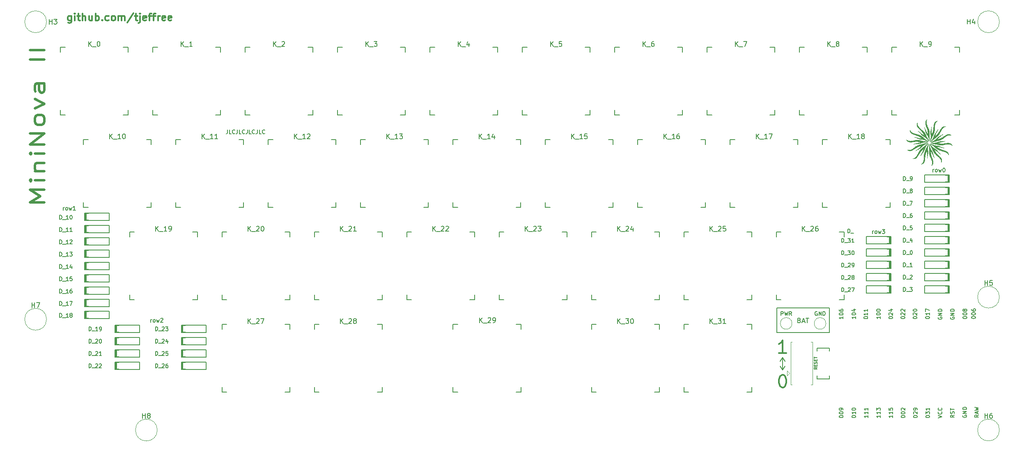
<source format=gbr>
G04 #@! TF.GenerationSoftware,KiCad,Pcbnew,(6.0.0-rc1-306-g01eebd0b9d)*
G04 #@! TF.CreationDate,2022-03-14T13:07:56+00:00*
G04 #@! TF.ProjectId,keyboard,6b657962-6f61-4726-942e-6b696361645f,rev?*
G04 #@! TF.SameCoordinates,Original*
G04 #@! TF.FileFunction,Legend,Top*
G04 #@! TF.FilePolarity,Positive*
%FSLAX46Y46*%
G04 Gerber Fmt 4.6, Leading zero omitted, Abs format (unit mm)*
G04 Created by KiCad (PCBNEW (6.0.0-rc1-306-g01eebd0b9d)) date 2022-03-14 13:07:56*
%MOMM*%
%LPD*%
G01*
G04 APERTURE LIST*
%ADD10C,0.150000*%
%ADD11C,0.000500*%
%ADD12C,0.500000*%
%ADD13C,0.300000*%
%ADD14C,0.200000*%
%ADD15C,0.120000*%
%ADD16C,2.000000*%
%ADD17R,1.600000X1.600000*%
%ADD18C,1.600000*%
%ADD19C,1.752600*%
%ADD20C,1.701800*%
%ADD21C,3.987800*%
%ADD22C,2.032000*%
%ADD23C,2.540000*%
%ADD24C,2.286000*%
%ADD25C,2.200000*%
%ADD26R,1.600000X1.200000*%
%ADD27C,4.000000*%
%ADD28C,3.048000*%
%ADD29O,3.500000X2.200000*%
%ADD30R,2.500000X1.500000*%
%ADD31O,2.500000X1.500000*%
G04 APERTURE END LIST*
D10*
X189381334Y-100319437D02*
X189524191Y-100367056D01*
X189571810Y-100414675D01*
X189619430Y-100509913D01*
X189619430Y-100652770D01*
X189571810Y-100748008D01*
X189524191Y-100795627D01*
X189428953Y-100843246D01*
X189048001Y-100843246D01*
X189048001Y-99843246D01*
X189381334Y-99843246D01*
X189476572Y-99890866D01*
X189524191Y-99938485D01*
X189571810Y-100033723D01*
X189571810Y-100128961D01*
X189524191Y-100224199D01*
X189476572Y-100271818D01*
X189381334Y-100319437D01*
X189048001Y-100319437D01*
X190000382Y-100557532D02*
X190476572Y-100557532D01*
X189905144Y-100843246D02*
X190238477Y-99843246D01*
X190571810Y-100843246D01*
X190762287Y-99843246D02*
X191333715Y-99843246D01*
X191048001Y-100843246D02*
X191048001Y-99843246D01*
X193040000Y-112395000D02*
X193040000Y-111760000D01*
X195580000Y-112395000D02*
X193040000Y-112395000D01*
X195580000Y-111760000D02*
X195580000Y-112395000D01*
X195580000Y-106045000D02*
X195580000Y-106680000D01*
X193040000Y-106045000D02*
X195580000Y-106045000D01*
X193040000Y-106680000D02*
X193040000Y-106045000D01*
X184785000Y-97790000D02*
X195580000Y-97790000D01*
X195580000Y-97790000D02*
X195580000Y-102870000D01*
X195580000Y-102870000D02*
X184785000Y-102870000D01*
X184785000Y-102870000D02*
X184785000Y-97790000D01*
D11*
X215596568Y-59146572D02*
X215608920Y-59107528D01*
X216431544Y-65413606D02*
X216431544Y-65413606D01*
X218139729Y-63815786D02*
X217951806Y-63784201D01*
X214646863Y-62084863D02*
X214700135Y-62131982D01*
X219864241Y-63957115D02*
X219931587Y-63950925D01*
X215129848Y-65937674D02*
X215117070Y-66009179D01*
X220262849Y-61964439D02*
X220236142Y-61960059D01*
X215614393Y-64199983D02*
X215662101Y-64145485D01*
X215240527Y-63552700D02*
X215315922Y-63553963D01*
X213237967Y-66928774D02*
X213264160Y-66920251D01*
X217669943Y-65362079D02*
X217720212Y-65402603D01*
X219207520Y-63851118D02*
X219136918Y-63858839D01*
X218874316Y-60474989D02*
X218851052Y-60493018D01*
X215974396Y-63271536D02*
X216030025Y-63341196D01*
X213317030Y-66900396D02*
X213343606Y-66888978D01*
X213222013Y-63199279D02*
X213099397Y-63223808D01*
X216156129Y-63223736D02*
X216176025Y-63310643D01*
X214454943Y-66252196D02*
X214469310Y-66226156D01*
X213830184Y-62684135D02*
X213715987Y-62649170D01*
X216750610Y-64516313D02*
X216725282Y-64488456D01*
X216579178Y-61274702D02*
X216586831Y-61150604D01*
X211877392Y-63299263D02*
X211827525Y-63282595D01*
X212686569Y-63305722D02*
X212544646Y-63326437D01*
X219455910Y-60317369D02*
X219421906Y-60316637D01*
X213637074Y-60168537D02*
X213637074Y-60168537D01*
X216440688Y-61481691D02*
X216440688Y-61481691D01*
X215234175Y-65580867D02*
X215207194Y-65651390D01*
X213791894Y-60490710D02*
X213833838Y-60544908D01*
X215026660Y-61403530D02*
X214978721Y-61348955D01*
X216410783Y-62975101D02*
X216393031Y-63042329D01*
X214321588Y-64347163D02*
X214412173Y-64320098D01*
X218585408Y-63864207D02*
X218499327Y-63858011D01*
X215288507Y-63819162D02*
X215208399Y-63839441D01*
X215838857Y-62893364D02*
X215804794Y-62824938D01*
X214228619Y-64834060D02*
X214269394Y-64809143D01*
X214556403Y-68106329D02*
X214556403Y-68106329D01*
X215375288Y-63435560D02*
X215300554Y-63419534D01*
X218278882Y-62487317D02*
X218380675Y-62415930D01*
X218193739Y-62887202D02*
X218107086Y-62916249D01*
X216584056Y-62848444D02*
X216618146Y-62773171D01*
X215498585Y-59167443D02*
X215486608Y-59188678D01*
X216876631Y-68057994D02*
X216887739Y-68034419D01*
X215844477Y-64826860D02*
X215842157Y-64790425D01*
X214270403Y-62779612D02*
X214203580Y-62772779D01*
X213436025Y-63890262D02*
X213618923Y-63886602D01*
X219738658Y-65488562D02*
X219681540Y-65456506D01*
X215717545Y-60705823D02*
X215739578Y-60775462D01*
X218857016Y-64660880D02*
X218818573Y-64645602D01*
X217392455Y-59687246D02*
X217413700Y-59635258D01*
X218659463Y-66987814D02*
X218647068Y-66961119D01*
X213456756Y-62121664D02*
X213456756Y-62121664D01*
X216576695Y-61402915D02*
X216577030Y-61338349D01*
X218925059Y-63459068D02*
X218925059Y-63459068D01*
X217851245Y-62962774D02*
X217868078Y-62929343D01*
X219456028Y-62440723D02*
X219515764Y-62399609D01*
X214598247Y-65916140D02*
X214598247Y-65916140D01*
X218803884Y-62095173D02*
X218861063Y-62045826D01*
X215327025Y-64643498D02*
X215364314Y-64568594D01*
X215219575Y-63403059D02*
X215219575Y-63403059D01*
X217660473Y-59286768D02*
X217685839Y-59263098D01*
X214162930Y-64726205D02*
X214112239Y-64766194D01*
X216597152Y-63334291D02*
X216635375Y-63306428D01*
X215872679Y-63869017D02*
X215832930Y-63894727D01*
X215707264Y-64092625D02*
X215786376Y-63996680D01*
X216571235Y-60721517D02*
X216566933Y-60760458D01*
X214953548Y-64590418D02*
X214837375Y-64684679D01*
X214675805Y-65207277D02*
X214741265Y-65143512D01*
X215202244Y-67405608D02*
X215216416Y-67335216D01*
X217202202Y-66751464D02*
X217202202Y-66751464D01*
X216144887Y-64626335D02*
X216147647Y-64758803D01*
X214946145Y-63591203D02*
X214946145Y-63591203D01*
X214957471Y-62102817D02*
X214894389Y-62073618D01*
X216963292Y-67707547D02*
X216960855Y-67647211D01*
X218940418Y-61974482D02*
X218968181Y-61948365D01*
X217509535Y-61801494D02*
X217537856Y-61743473D01*
X215384869Y-62601870D02*
X215449600Y-62654884D01*
X214388221Y-63507310D02*
X214388221Y-63507310D01*
X217221716Y-65772712D02*
X217266733Y-65831390D01*
X215239670Y-67182850D02*
X215249285Y-67100793D01*
X216600420Y-66516023D02*
X216579615Y-66443935D01*
D10*
X185946000Y-108036000D02*
X185438000Y-108798000D01*
D11*
X218689291Y-67068441D02*
X218680591Y-67041445D01*
X218971085Y-60414658D02*
X218946271Y-60427954D01*
X213647978Y-59734564D02*
X213639995Y-59771442D01*
X220184834Y-63757698D02*
X220119464Y-63753601D01*
X212854239Y-66972569D02*
X212884111Y-66974122D01*
X217403556Y-61732789D02*
X217377621Y-61772929D01*
X217377621Y-61772929D02*
X217352812Y-61813484D01*
X215844477Y-64826860D02*
X215844477Y-64826860D01*
X217240784Y-63211550D02*
X217210932Y-63233357D01*
X216000458Y-60794466D02*
X215949314Y-60672328D01*
X220088053Y-66068827D02*
X220105477Y-66098827D01*
X216494521Y-66049195D02*
X216481409Y-65963890D01*
X213451455Y-65281017D02*
X213471658Y-65266086D01*
X213637074Y-60168537D02*
X213643235Y-60195885D01*
X213867846Y-60270837D02*
X213837314Y-60221924D01*
X214145246Y-64881601D02*
X214228619Y-64834060D01*
X211775173Y-63400311D02*
X211798170Y-63415476D01*
X220060200Y-65844246D02*
X220048699Y-65820861D01*
X216927355Y-67932715D02*
X216935733Y-67905503D01*
X219216368Y-63371571D02*
X219182870Y-63376587D01*
X220683994Y-64087854D02*
X220719312Y-64108579D01*
X216541740Y-66292682D02*
X216524704Y-66213662D01*
X219924920Y-65857064D02*
X219959478Y-65894035D01*
X216462704Y-61946262D02*
X216476501Y-62052646D01*
X215864460Y-64568208D02*
X215872469Y-64531242D01*
X219136918Y-63858839D02*
X219064121Y-63864823D01*
X217737676Y-59200527D02*
X217713962Y-59209702D01*
X216437068Y-61552721D02*
X216435930Y-61618230D01*
X214371020Y-64039986D02*
X214222387Y-64078830D01*
X219161500Y-60477092D02*
X219205224Y-60451624D01*
X214283246Y-65201318D02*
X214238430Y-65259387D01*
X213350808Y-63422431D02*
X213427768Y-63419924D01*
X216320803Y-63346465D02*
X216325926Y-63338964D01*
X216325926Y-63338964D02*
X216341022Y-63315627D01*
X216341022Y-63315627D02*
X216365682Y-63275207D01*
X216365682Y-63275207D02*
X216381472Y-63248200D01*
X216381472Y-63248200D02*
X216399499Y-63216455D01*
X216399499Y-63216455D02*
X216419713Y-63179815D01*
X216419713Y-63179815D02*
X216442062Y-63138124D01*
X216442062Y-63138124D02*
X216466496Y-63091226D01*
X216466496Y-63091226D02*
X216492964Y-63038965D01*
X216492964Y-63038965D02*
X216521413Y-62981185D01*
X216521413Y-62981185D02*
X216551794Y-62917730D01*
X216551794Y-62917730D02*
X216584056Y-62848444D01*
X216584056Y-62848444D02*
X216618146Y-62773171D01*
X216618146Y-62773171D02*
X216673127Y-62652624D01*
X216673127Y-62652624D02*
X216731772Y-62527799D01*
X216731772Y-62527799D02*
X216856142Y-62266857D01*
X216856142Y-62266857D02*
X216919912Y-62131517D01*
X216919912Y-62131517D02*
X216983436Y-61993446D01*
X216983436Y-61993446D02*
X217045736Y-61853032D01*
X217045736Y-61853032D02*
X217105835Y-61710663D01*
X217105835Y-61710663D02*
X217132822Y-61640140D01*
X217132822Y-61640140D02*
X217156534Y-61568974D01*
X217156534Y-61568974D02*
X217177187Y-61497388D01*
X217177187Y-61497388D02*
X217194998Y-61425606D01*
X217194998Y-61425606D02*
X217210186Y-61353849D01*
X217210186Y-61353849D02*
X217222968Y-61282343D01*
X217222968Y-61282343D02*
X217233560Y-61211309D01*
X217233560Y-61211309D02*
X217242181Y-61140971D01*
X217242181Y-61140971D02*
X217254376Y-61003275D01*
X217254376Y-61003275D02*
X217261293Y-60871040D01*
X217261293Y-60871040D02*
X217264670Y-60746051D01*
X217264670Y-60746051D02*
X217266246Y-60630093D01*
X217266246Y-60630093D02*
X217269647Y-60474774D01*
X217269647Y-60474774D02*
X217276657Y-60325319D01*
X217276657Y-60325319D02*
X217288038Y-60182334D01*
X217288038Y-60182334D02*
X217295604Y-60113458D01*
X217295604Y-60113458D02*
X217304548Y-60046427D01*
X217304548Y-60046427D02*
X217314964Y-59981318D01*
X217314964Y-59981318D02*
X217326948Y-59918205D01*
X217326948Y-59918205D02*
X217340593Y-59857166D01*
X217340593Y-59857166D02*
X217355997Y-59798276D01*
X217355997Y-59798276D02*
X217373252Y-59741611D01*
X217373252Y-59741611D02*
X217392455Y-59687246D01*
X217392455Y-59687246D02*
X217413700Y-59635258D01*
X217413700Y-59635258D02*
X217437082Y-59585723D01*
X217437082Y-59585723D02*
X217463002Y-59537857D01*
X217463002Y-59537857D02*
X217490351Y-59492957D01*
X217490351Y-59492957D02*
X217518700Y-59451038D01*
X217518700Y-59451038D02*
X217547621Y-59412118D01*
X217547621Y-59412118D02*
X217576687Y-59376214D01*
X217576687Y-59376214D02*
X217605469Y-59343343D01*
X217605469Y-59343343D02*
X217633540Y-59313522D01*
X217633540Y-59313522D02*
X217660473Y-59286768D01*
X217660473Y-59286768D02*
X217685839Y-59263098D01*
X217685839Y-59263098D02*
X217709211Y-59242528D01*
X217709211Y-59242528D02*
X217748260Y-59210760D01*
X217748260Y-59210760D02*
X217783606Y-59185182D01*
X217783606Y-59185182D02*
X217771445Y-59188845D01*
X217771445Y-59188845D02*
X217737676Y-59200527D01*
X217737676Y-59200527D02*
X217713962Y-59209702D01*
X217713962Y-59209702D02*
X217686372Y-59221273D01*
X217686372Y-59221273D02*
X217655417Y-59235370D01*
X217655417Y-59235370D02*
X217621605Y-59252124D01*
X217621605Y-59252124D02*
X217585445Y-59271664D01*
X217585445Y-59271664D02*
X217547447Y-59294122D01*
X217547447Y-59294122D02*
X217508119Y-59319627D01*
X217508119Y-59319627D02*
X217488115Y-59333563D01*
X217488115Y-59333563D02*
X217467970Y-59348310D01*
X217467970Y-59348310D02*
X217447747Y-59363884D01*
X217447747Y-59363884D02*
X217427510Y-59380301D01*
X217427510Y-59380301D02*
X217407322Y-59397578D01*
X217407322Y-59397578D02*
X217387247Y-59415731D01*
X217387247Y-59415731D02*
X217367349Y-59434776D01*
X217367349Y-59434776D02*
X217347691Y-59454729D01*
X217347691Y-59454729D02*
X217328337Y-59475607D01*
X217328337Y-59475607D02*
X217309351Y-59497426D01*
X217309351Y-59497426D02*
X217291808Y-59519292D01*
X217291808Y-59519292D02*
X217275213Y-59542043D01*
X217275213Y-59542043D02*
X217259530Y-59565683D01*
X217259530Y-59565683D02*
X217244727Y-59590218D01*
X217244727Y-59590218D02*
X217217628Y-59641992D01*
X217217628Y-59641992D02*
X217193647Y-59697407D01*
X217193647Y-59697407D02*
X217172520Y-59756504D01*
X217172520Y-59756504D02*
X217153978Y-59819325D01*
X217153978Y-59819325D02*
X217137756Y-59885910D01*
X217137756Y-59885910D02*
X217123586Y-59956301D01*
X217123586Y-59956301D02*
X217111202Y-60030539D01*
X217111202Y-60030539D02*
X217100337Y-60108665D01*
X217100337Y-60108665D02*
X217090725Y-60190720D01*
X217090725Y-60190720D02*
X217082099Y-60276746D01*
X217082099Y-60276746D02*
X217066737Y-60460875D01*
X217066737Y-60460875D02*
X217052119Y-60661381D01*
X217052119Y-60661381D02*
X217046136Y-60730097D01*
X217046136Y-60730097D02*
X217037954Y-60800639D01*
X217037954Y-60800639D02*
X217027590Y-60872935D01*
X217027590Y-60872935D02*
X217015058Y-60946913D01*
X217015058Y-60946913D02*
X217000377Y-61022501D01*
X217000377Y-61022501D02*
X216983561Y-61099626D01*
X216983561Y-61099626D02*
X216964626Y-61178215D01*
X216964626Y-61178215D02*
X216943588Y-61258196D01*
X216943588Y-61258196D02*
X216920464Y-61339497D01*
X216920464Y-61339497D02*
X216895269Y-61422045D01*
X216895269Y-61422045D02*
X216838732Y-61590592D01*
X216838732Y-61590592D02*
X216774103Y-61763259D01*
X216774103Y-61763259D02*
X216701512Y-61939465D01*
X216701512Y-61939465D02*
X216668670Y-61871466D01*
X216668670Y-61871466D02*
X216641792Y-61803515D01*
X216641792Y-61803515D02*
X216620358Y-61735721D01*
X216620358Y-61735721D02*
X216603850Y-61668193D01*
X216603850Y-61668193D02*
X216591749Y-61601039D01*
X216591749Y-61601039D02*
X216583535Y-61534369D01*
X216583535Y-61534369D02*
X216578690Y-61468291D01*
X216578690Y-61468291D02*
X216576695Y-61402915D01*
X216576695Y-61402915D02*
X216577030Y-61338349D01*
X216577030Y-61338349D02*
X216579178Y-61274702D01*
X216579178Y-61274702D02*
X216586831Y-61150604D01*
X216586831Y-61150604D02*
X216595504Y-61031491D01*
X216595504Y-61031491D02*
X216601043Y-60918236D01*
X216601043Y-60918236D02*
X216602516Y-60808109D01*
X216602516Y-60808109D02*
X216601949Y-60708143D01*
X216601949Y-60708143D02*
X216599911Y-60619731D01*
X216599911Y-60619731D02*
X216596970Y-60544268D01*
X216596970Y-60544268D02*
X216590651Y-60437765D01*
X216590651Y-60437765D02*
X216587535Y-60399785D01*
X216587535Y-60399785D02*
X216587790Y-60426368D01*
X216587790Y-60426368D02*
X216587530Y-60458080D01*
X216587530Y-60458080D02*
X216586498Y-60500727D01*
X216586498Y-60500727D02*
X216584308Y-60553299D01*
X216584308Y-60553299D02*
X216582658Y-60582990D01*
X216582658Y-60582990D02*
X216580574Y-60614784D01*
X216580574Y-60614784D02*
X216578008Y-60648554D01*
X216578008Y-60648554D02*
X216574911Y-60684174D01*
X216574911Y-60684174D02*
X216571235Y-60721517D01*
X216571235Y-60721517D02*
X216566933Y-60760458D01*
X216566933Y-60760458D02*
X216561737Y-60800220D01*
X216561737Y-60800220D02*
X216555405Y-60841105D01*
X216555405Y-60841105D02*
X216539998Y-60925886D01*
X216539998Y-60925886D02*
X216502872Y-61105016D01*
X216502872Y-61105016D02*
X216483819Y-61197947D01*
X216483819Y-61197947D02*
X216466216Y-61292176D01*
X216466216Y-61292176D02*
X216451395Y-61386993D01*
X216451395Y-61386993D02*
X216445444Y-61434402D01*
X216445444Y-61434402D02*
X216440688Y-61481691D01*
X216440688Y-61481691D02*
X216437068Y-61552721D01*
X216437068Y-61552721D02*
X216435930Y-61618230D01*
X216435930Y-61618230D02*
X216436942Y-61679129D01*
X216436942Y-61679129D02*
X216439775Y-61736325D01*
X216439775Y-61736325D02*
X216444098Y-61790727D01*
X216444098Y-61790727D02*
X216449580Y-61843245D01*
X216449580Y-61843245D02*
X216462704Y-61946262D01*
X216462704Y-61946262D02*
X216476501Y-62052646D01*
X216476501Y-62052646D02*
X216482827Y-62109373D01*
X216482827Y-62109373D02*
X216488331Y-62169668D01*
X216488331Y-62169668D02*
X216492682Y-62234440D01*
X216492682Y-62234440D02*
X216495549Y-62304598D01*
X216495549Y-62304598D02*
X216496603Y-62381051D01*
X216496603Y-62381051D02*
X216495514Y-62464707D01*
X216495514Y-62464707D02*
X216497843Y-62501132D01*
X216497843Y-62501132D02*
X216498134Y-62537850D01*
X216498134Y-62537850D02*
X216496573Y-62574789D01*
X216496573Y-62574789D02*
X216493349Y-62611877D01*
X216493349Y-62611877D02*
X216488647Y-62649042D01*
X216488647Y-62649042D02*
X216482656Y-62686211D01*
X216482656Y-62686211D02*
X216475563Y-62723314D01*
X216475563Y-62723314D02*
X216467555Y-62760277D01*
X216467555Y-62760277D02*
X216449544Y-62833498D01*
X216449544Y-62833498D02*
X216430120Y-62905298D01*
X216430120Y-62905298D02*
X216410783Y-62975101D01*
X216410783Y-62975101D02*
X216393031Y-63042329D01*
X216393031Y-63042329D02*
X216363394Y-63163104D01*
X216363394Y-63163104D02*
X216340605Y-63259511D01*
X216340605Y-63259511D02*
X216320803Y-63346464D01*
X216320803Y-63346464D02*
X216320803Y-63346465D01*
X216320803Y-63346465D02*
X216320803Y-63346465D01*
G36*
X217748260Y-59210760D02*
G01*
X217709211Y-59242528D01*
X217685839Y-59263098D01*
X217660473Y-59286768D01*
X217633540Y-59313522D01*
X217605469Y-59343343D01*
X217576687Y-59376214D01*
X217547621Y-59412118D01*
X217518700Y-59451038D01*
X217490351Y-59492957D01*
X217463002Y-59537857D01*
X217437082Y-59585723D01*
X217413700Y-59635258D01*
X217392455Y-59687246D01*
X217373252Y-59741611D01*
X217355997Y-59798276D01*
X217340593Y-59857166D01*
X217326948Y-59918205D01*
X217314964Y-59981318D01*
X217304548Y-60046427D01*
X217295604Y-60113458D01*
X217288038Y-60182334D01*
X217276657Y-60325319D01*
X217269647Y-60474774D01*
X217266246Y-60630093D01*
X217264670Y-60746051D01*
X217261293Y-60871040D01*
X217254376Y-61003275D01*
X217242181Y-61140971D01*
X217233560Y-61211309D01*
X217222968Y-61282343D01*
X217210186Y-61353849D01*
X217194998Y-61425606D01*
X217177187Y-61497388D01*
X217156534Y-61568974D01*
X217132822Y-61640140D01*
X217105835Y-61710663D01*
X217045736Y-61853032D01*
X216983436Y-61993446D01*
X216919912Y-62131517D01*
X216856142Y-62266857D01*
X216731772Y-62527799D01*
X216673127Y-62652624D01*
X216618146Y-62773171D01*
X216584056Y-62848444D01*
X216551794Y-62917730D01*
X216521413Y-62981185D01*
X216492964Y-63038965D01*
X216466496Y-63091226D01*
X216442062Y-63138124D01*
X216419713Y-63179815D01*
X216399499Y-63216455D01*
X216381472Y-63248200D01*
X216365682Y-63275207D01*
X216341022Y-63315627D01*
X216325926Y-63338964D01*
X216320803Y-63346465D01*
X216320803Y-63346464D01*
X216340605Y-63259511D01*
X216363394Y-63163104D01*
X216393031Y-63042329D01*
X216410783Y-62975101D01*
X216430120Y-62905298D01*
X216449544Y-62833498D01*
X216467555Y-62760277D01*
X216475563Y-62723314D01*
X216482656Y-62686211D01*
X216488647Y-62649042D01*
X216493349Y-62611877D01*
X216496573Y-62574789D01*
X216498134Y-62537850D01*
X216497843Y-62501132D01*
X216495514Y-62464707D01*
X216496603Y-62381051D01*
X216495549Y-62304598D01*
X216492682Y-62234440D01*
X216488331Y-62169668D01*
X216482827Y-62109373D01*
X216476501Y-62052646D01*
X216462704Y-61946262D01*
X216449580Y-61843245D01*
X216444098Y-61790727D01*
X216439775Y-61736325D01*
X216436942Y-61679129D01*
X216435930Y-61618230D01*
X216437068Y-61552721D01*
X216440688Y-61481691D01*
X216445444Y-61434402D01*
X216451395Y-61386993D01*
X216466216Y-61292176D01*
X216483819Y-61197947D01*
X216502872Y-61105016D01*
X216539998Y-60925886D01*
X216555405Y-60841105D01*
X216561737Y-60800220D01*
X216566933Y-60760458D01*
X216571235Y-60721517D01*
X216574911Y-60684174D01*
X216578008Y-60648554D01*
X216580574Y-60614784D01*
X216582658Y-60582990D01*
X216584308Y-60553299D01*
X216586498Y-60500727D01*
X216587530Y-60458080D01*
X216587790Y-60426368D01*
X216587535Y-60399785D01*
X216590651Y-60437765D01*
X216596970Y-60544268D01*
X216599911Y-60619731D01*
X216601949Y-60708143D01*
X216602516Y-60808109D01*
X216601043Y-60918236D01*
X216595504Y-61031491D01*
X216586831Y-61150604D01*
X216579178Y-61274702D01*
X216577030Y-61338349D01*
X216576695Y-61402915D01*
X216578690Y-61468291D01*
X216583535Y-61534369D01*
X216591749Y-61601039D01*
X216603850Y-61668193D01*
X216620358Y-61735721D01*
X216641792Y-61803515D01*
X216668670Y-61871466D01*
X216701512Y-61939465D01*
X216774103Y-61763259D01*
X216838732Y-61590592D01*
X216895269Y-61422045D01*
X216920464Y-61339497D01*
X216943588Y-61258196D01*
X216964626Y-61178215D01*
X216983561Y-61099626D01*
X217000377Y-61022501D01*
X217015058Y-60946913D01*
X217027590Y-60872935D01*
X217037954Y-60800639D01*
X217046136Y-60730097D01*
X217052119Y-60661381D01*
X217066737Y-60460875D01*
X217082099Y-60276746D01*
X217090725Y-60190720D01*
X217100337Y-60108665D01*
X217111202Y-60030539D01*
X217123586Y-59956301D01*
X217137756Y-59885910D01*
X217153978Y-59819325D01*
X217172520Y-59756504D01*
X217193647Y-59697407D01*
X217217628Y-59641992D01*
X217244727Y-59590218D01*
X217259530Y-59565683D01*
X217275213Y-59542043D01*
X217291808Y-59519292D01*
X217309351Y-59497426D01*
X217328337Y-59475607D01*
X217347691Y-59454729D01*
X217367349Y-59434776D01*
X217387247Y-59415731D01*
X217407322Y-59397578D01*
X217427510Y-59380301D01*
X217447747Y-59363884D01*
X217467970Y-59348310D01*
X217488115Y-59333563D01*
X217508119Y-59319627D01*
X217547447Y-59294122D01*
X217585445Y-59271664D01*
X217621605Y-59252124D01*
X217655417Y-59235370D01*
X217686372Y-59221273D01*
X217713962Y-59209702D01*
X217737676Y-59200527D01*
X217771445Y-59188845D01*
X217783606Y-59185182D01*
X217748260Y-59210760D01*
G37*
X217748260Y-59210760D02*
X217709211Y-59242528D01*
X217685839Y-59263098D01*
X217660473Y-59286768D01*
X217633540Y-59313522D01*
X217605469Y-59343343D01*
X217576687Y-59376214D01*
X217547621Y-59412118D01*
X217518700Y-59451038D01*
X217490351Y-59492957D01*
X217463002Y-59537857D01*
X217437082Y-59585723D01*
X217413700Y-59635258D01*
X217392455Y-59687246D01*
X217373252Y-59741611D01*
X217355997Y-59798276D01*
X217340593Y-59857166D01*
X217326948Y-59918205D01*
X217314964Y-59981318D01*
X217304548Y-60046427D01*
X217295604Y-60113458D01*
X217288038Y-60182334D01*
X217276657Y-60325319D01*
X217269647Y-60474774D01*
X217266246Y-60630093D01*
X217264670Y-60746051D01*
X217261293Y-60871040D01*
X217254376Y-61003275D01*
X217242181Y-61140971D01*
X217233560Y-61211309D01*
X217222968Y-61282343D01*
X217210186Y-61353849D01*
X217194998Y-61425606D01*
X217177187Y-61497388D01*
X217156534Y-61568974D01*
X217132822Y-61640140D01*
X217105835Y-61710663D01*
X217045736Y-61853032D01*
X216983436Y-61993446D01*
X216919912Y-62131517D01*
X216856142Y-62266857D01*
X216731772Y-62527799D01*
X216673127Y-62652624D01*
X216618146Y-62773171D01*
X216584056Y-62848444D01*
X216551794Y-62917730D01*
X216521413Y-62981185D01*
X216492964Y-63038965D01*
X216466496Y-63091226D01*
X216442062Y-63138124D01*
X216419713Y-63179815D01*
X216399499Y-63216455D01*
X216381472Y-63248200D01*
X216365682Y-63275207D01*
X216341022Y-63315627D01*
X216325926Y-63338964D01*
X216320803Y-63346465D01*
X216320803Y-63346464D01*
X216340605Y-63259511D01*
X216363394Y-63163104D01*
X216393031Y-63042329D01*
X216410783Y-62975101D01*
X216430120Y-62905298D01*
X216449544Y-62833498D01*
X216467555Y-62760277D01*
X216475563Y-62723314D01*
X216482656Y-62686211D01*
X216488647Y-62649042D01*
X216493349Y-62611877D01*
X216496573Y-62574789D01*
X216498134Y-62537850D01*
X216497843Y-62501132D01*
X216495514Y-62464707D01*
X216496603Y-62381051D01*
X216495549Y-62304598D01*
X216492682Y-62234440D01*
X216488331Y-62169668D01*
X216482827Y-62109373D01*
X216476501Y-62052646D01*
X216462704Y-61946262D01*
X216449580Y-61843245D01*
X216444098Y-61790727D01*
X216439775Y-61736325D01*
X216436942Y-61679129D01*
X216435930Y-61618230D01*
X216437068Y-61552721D01*
X216440688Y-61481691D01*
X216445444Y-61434402D01*
X216451395Y-61386993D01*
X216466216Y-61292176D01*
X216483819Y-61197947D01*
X216502872Y-61105016D01*
X216539998Y-60925886D01*
X216555405Y-60841105D01*
X216561737Y-60800220D01*
X216566933Y-60760458D01*
X216571235Y-60721517D01*
X216574911Y-60684174D01*
X216578008Y-60648554D01*
X216580574Y-60614784D01*
X216582658Y-60582990D01*
X216584308Y-60553299D01*
X216586498Y-60500727D01*
X216587530Y-60458080D01*
X216587790Y-60426368D01*
X216587535Y-60399785D01*
X216590651Y-60437765D01*
X216596970Y-60544268D01*
X216599911Y-60619731D01*
X216601949Y-60708143D01*
X216602516Y-60808109D01*
X216601043Y-60918236D01*
X216595504Y-61031491D01*
X216586831Y-61150604D01*
X216579178Y-61274702D01*
X216577030Y-61338349D01*
X216576695Y-61402915D01*
X216578690Y-61468291D01*
X216583535Y-61534369D01*
X216591749Y-61601039D01*
X216603850Y-61668193D01*
X216620358Y-61735721D01*
X216641792Y-61803515D01*
X216668670Y-61871466D01*
X216701512Y-61939465D01*
X216774103Y-61763259D01*
X216838732Y-61590592D01*
X216895269Y-61422045D01*
X216920464Y-61339497D01*
X216943588Y-61258196D01*
X216964626Y-61178215D01*
X216983561Y-61099626D01*
X217000377Y-61022501D01*
X217015058Y-60946913D01*
X217027590Y-60872935D01*
X217037954Y-60800639D01*
X217046136Y-60730097D01*
X217052119Y-60661381D01*
X217066737Y-60460875D01*
X217082099Y-60276746D01*
X217090725Y-60190720D01*
X217100337Y-60108665D01*
X217111202Y-60030539D01*
X217123586Y-59956301D01*
X217137756Y-59885910D01*
X217153978Y-59819325D01*
X217172520Y-59756504D01*
X217193647Y-59697407D01*
X217217628Y-59641992D01*
X217244727Y-59590218D01*
X217259530Y-59565683D01*
X217275213Y-59542043D01*
X217291808Y-59519292D01*
X217309351Y-59497426D01*
X217328337Y-59475607D01*
X217347691Y-59454729D01*
X217367349Y-59434776D01*
X217387247Y-59415731D01*
X217407322Y-59397578D01*
X217427510Y-59380301D01*
X217447747Y-59363884D01*
X217467970Y-59348310D01*
X217488115Y-59333563D01*
X217508119Y-59319627D01*
X217547447Y-59294122D01*
X217585445Y-59271664D01*
X217621605Y-59252124D01*
X217655417Y-59235370D01*
X217686372Y-59221273D01*
X217713962Y-59209702D01*
X217737676Y-59200527D01*
X217771445Y-59188845D01*
X217783606Y-59185182D01*
X217748260Y-59210760D01*
X218328658Y-65913288D02*
X218415871Y-65974760D01*
X218136440Y-64518728D02*
X218201934Y-64528711D01*
X215275755Y-60874003D02*
X215275755Y-60874003D01*
X214011373Y-61378209D02*
X213924157Y-61316734D01*
X215626479Y-61564048D02*
X215593450Y-61506613D01*
X215073800Y-66661474D02*
X215073800Y-66661474D01*
X213051284Y-63919680D02*
X212948849Y-63949547D01*
X218846110Y-62041562D02*
X218821863Y-62058786D01*
X217852768Y-62308359D02*
X217907680Y-62256519D01*
X211897387Y-63470327D02*
X211923259Y-63481443D01*
X218967218Y-64699540D02*
X218931626Y-64687654D01*
X213471531Y-66551248D02*
X213432101Y-66597626D01*
X215431347Y-63785375D02*
X215362793Y-63801185D01*
X220180992Y-61953440D02*
X220152603Y-61951322D01*
X215530024Y-60214638D02*
X215596065Y-60387201D01*
X217969019Y-63251509D02*
X218117654Y-63212670D01*
X215707226Y-62633190D02*
X215646202Y-62509510D01*
X218946271Y-60427954D02*
X218921893Y-60442447D01*
X213669341Y-60276916D02*
X213680527Y-60303686D01*
X216803728Y-64568803D02*
X216776738Y-64543159D01*
X220838419Y-64163860D02*
X220820996Y-64139543D01*
X217064255Y-66417545D02*
X217051684Y-66379459D01*
X213307280Y-63855541D02*
X213209947Y-63878347D01*
X220409239Y-62001938D02*
X220386624Y-61994652D01*
X218594653Y-62728522D02*
X218519005Y-62761941D01*
X217753170Y-65989165D02*
X217703222Y-65930557D01*
X216641792Y-61803515D02*
X216620358Y-61735721D01*
X216961338Y-67765955D02*
X216963292Y-67707547D01*
X212250105Y-61378521D02*
X212259240Y-61401124D01*
X216731102Y-68183982D02*
X216718450Y-68219775D01*
X215529886Y-61703650D02*
X215557218Y-61758077D01*
X218695332Y-63496914D02*
X218813397Y-63478869D01*
X216441908Y-66733236D02*
X216490791Y-66838386D01*
X216209854Y-66090779D02*
X216227303Y-66162016D01*
X212780866Y-66964424D02*
X212780866Y-66964424D01*
X212215942Y-63347550D02*
X212155101Y-63345637D01*
X216268088Y-66300577D02*
X216290838Y-66367687D01*
X219775158Y-62029331D02*
X219712983Y-62058164D01*
X217885831Y-62897086D02*
X217904453Y-62865961D01*
X212872760Y-66945056D02*
X212823802Y-66956725D01*
X215816365Y-62177722D02*
X215848388Y-62234192D01*
X212155101Y-63345637D02*
X212096016Y-63341423D01*
X218018431Y-62944323D02*
X217927841Y-62971391D01*
X214551157Y-62764795D02*
X214478931Y-62775882D01*
X218737917Y-62115820D02*
X218706429Y-62136232D01*
X212103898Y-65331417D02*
X212131198Y-65335102D01*
X217421546Y-63064091D02*
X217362423Y-63112592D01*
X220667394Y-63971272D02*
X220648534Y-63954914D01*
X215877313Y-65345275D02*
X215863507Y-65238901D01*
X214568563Y-68102667D02*
X214602328Y-68090986D01*
X213098341Y-62516427D02*
X213124314Y-62522080D01*
X215364314Y-64568594D02*
X215378017Y-64534767D01*
X215030659Y-67794103D02*
X215030659Y-67794103D01*
X212969346Y-63948055D02*
X213011155Y-63939562D01*
X218829705Y-60789343D02*
X218868491Y-60740268D01*
X216030025Y-63341196D02*
X216018529Y-63306178D01*
X216141924Y-64467303D02*
X216142929Y-64543725D01*
X219487797Y-65577409D02*
X219546667Y-65603132D01*
X218447511Y-65996008D02*
X218447511Y-65996008D01*
X216256941Y-64425741D02*
X216244083Y-64354454D01*
X218683750Y-67589932D02*
X218692027Y-67556944D01*
X217779505Y-61218421D02*
X217779505Y-61218421D01*
X215506580Y-63465926D02*
X215443916Y-63451053D01*
X211620958Y-63271172D02*
X211637357Y-63287462D01*
X216496573Y-62574789D02*
X216493349Y-62611877D01*
X219353991Y-64043407D02*
X219353991Y-64043407D01*
X213092214Y-63924986D02*
X213123676Y-63919939D01*
X220877828Y-64226283D02*
X220877828Y-64226283D01*
X211976755Y-65303784D02*
X212000846Y-65310339D01*
X213606801Y-62618571D02*
X213499762Y-62592645D01*
X215356583Y-65298073D02*
X215294279Y-65438492D01*
X217418889Y-62052256D02*
X217437124Y-61986510D01*
X215356448Y-66191869D02*
X215375384Y-66113278D01*
D10*
X185946000Y-108036000D02*
X185946000Y-110576000D01*
D11*
X215903090Y-65612360D02*
X215900256Y-65555177D01*
X214227373Y-63190899D02*
X214075187Y-63163984D01*
X217261293Y-60871040D02*
X217264670Y-60746051D01*
X215646295Y-59010741D02*
X215667697Y-58965180D01*
X212234543Y-61192691D02*
X212219693Y-61165333D01*
X215508416Y-62698447D02*
X215536324Y-62722702D01*
X218708103Y-67151393D02*
X218702880Y-67122936D01*
X213841394Y-66359152D02*
X213886494Y-66285388D01*
X217172520Y-59756504D02*
X217153978Y-59819325D01*
X212894695Y-65080052D02*
X212967333Y-65033161D01*
X218373425Y-65248404D02*
X218504956Y-65290925D01*
X217218628Y-65209453D02*
X217172683Y-65125107D01*
X218631007Y-67407588D02*
X218638761Y-67450583D01*
X218656065Y-67676652D02*
X218667985Y-67642972D01*
X218817643Y-65148740D02*
X218750686Y-65125064D01*
X215852306Y-63372520D02*
X215829494Y-63351119D01*
X212159059Y-65338033D02*
X212187455Y-65340151D01*
X215695383Y-63233303D02*
X215650321Y-63195872D01*
X218706429Y-62136232D02*
X218673302Y-62157148D01*
X215760837Y-66016779D02*
X215753182Y-66140877D01*
X217182916Y-66718590D02*
X217202202Y-66751464D01*
X216365682Y-63275207D02*
X216381472Y-63248200D01*
X218322434Y-63840388D02*
X218139729Y-63815786D01*
X215419027Y-63014691D02*
X215419027Y-63014691D01*
X216736497Y-63541954D02*
X216788400Y-63531817D01*
X218398695Y-64458266D02*
X218309546Y-64422720D01*
X211590609Y-63239121D02*
X211620958Y-63271172D01*
X216566933Y-60760458D02*
X216561737Y-60800220D01*
X212493720Y-61506996D02*
X212493720Y-61506996D01*
X220154911Y-66163291D02*
X220151246Y-66138127D01*
X216470507Y-64334816D02*
X216501178Y-64398132D01*
X217147938Y-63273448D02*
X217115142Y-63291936D01*
X216561737Y-60800220D02*
X216555405Y-60841105D01*
X216787407Y-67907883D02*
X216782246Y-67960197D01*
X218369203Y-65932267D02*
X218350145Y-65915889D01*
X215287890Y-66630110D02*
X215287890Y-66630110D01*
X214950811Y-64952502D02*
X214950900Y-65028015D01*
D10*
X185946000Y-110576000D02*
X185438000Y-109814000D01*
D11*
X216577030Y-61338349D02*
X216579178Y-61274702D01*
X216810136Y-65587871D02*
X216782809Y-65533446D01*
X217664222Y-62084262D02*
X217598757Y-62148023D01*
X216568691Y-63992873D02*
X216604364Y-64023935D01*
X213040870Y-66968799D02*
X213087367Y-66962893D01*
X215908522Y-61877866D02*
X215908522Y-61877866D01*
X216583535Y-61534369D02*
X216578690Y-61468291D01*
X218229858Y-66728125D02*
X218276685Y-66776910D01*
X218339612Y-64138155D02*
X218414264Y-64145428D01*
X217090169Y-66489747D02*
X217077276Y-66454502D01*
X216677235Y-65670917D02*
X216713555Y-65727427D01*
X213695436Y-59800401D02*
X213691311Y-59762665D01*
X218670643Y-67014579D02*
X218659463Y-66987814D01*
X216911091Y-63387442D02*
X216844461Y-63415838D01*
X217961901Y-64071114D02*
X218112668Y-64100618D01*
X216896087Y-63840485D02*
X216964716Y-63855981D01*
X214479133Y-61764180D02*
X214391409Y-61683128D01*
X214851878Y-67957962D02*
X214872024Y-67943216D01*
X213767368Y-63774437D02*
X213644678Y-63794583D01*
X216190517Y-63159393D02*
X216192831Y-63117616D01*
X218673302Y-62157148D02*
X218638974Y-62177877D01*
X217100337Y-60108665D02*
X217090725Y-60190720D01*
X215735667Y-63267558D02*
X215695383Y-63233303D01*
X216537468Y-63965017D02*
X216568691Y-63992873D01*
X215294279Y-65438492D02*
X215234175Y-65580867D01*
X216578008Y-60648554D02*
X216574911Y-60684174D01*
X214881342Y-65368636D02*
X214857034Y-65430264D01*
X220462677Y-63992268D02*
X220512531Y-64008936D01*
X215122369Y-67649530D02*
X215146348Y-67594113D01*
X219603145Y-65630015D02*
X219657137Y-65658133D01*
X212935857Y-66926355D02*
X212872760Y-66945056D01*
X215671404Y-65420022D02*
X215698272Y-65487971D01*
X213666706Y-65134364D02*
X213666706Y-65134364D01*
X215273276Y-66830628D02*
X215287890Y-66630110D01*
X219861911Y-62198831D02*
X219917555Y-62174157D01*
X215474855Y-59210706D02*
X215463390Y-59233512D01*
X217330285Y-64245570D02*
X217248956Y-64225889D01*
X214831874Y-67971897D02*
X214851878Y-67957962D01*
X216713555Y-65727427D02*
X216746583Y-65784865D01*
X218813397Y-63478869D02*
X218925059Y-63459068D01*
X217715272Y-64543609D02*
X217715272Y-64543609D01*
X216618146Y-62773171D02*
X216673127Y-62652624D01*
X218753455Y-65358182D02*
X218866170Y-65385517D01*
X215494259Y-63771593D02*
X215431347Y-63785375D01*
X216340605Y-63259511D02*
X216320803Y-63346464D01*
X213548491Y-66450507D02*
X213510310Y-66502172D01*
X217260173Y-63419895D02*
X217394337Y-63387916D01*
X218651347Y-67688442D02*
X218651347Y-67688442D01*
X217131629Y-63452070D02*
X217260173Y-63419895D01*
X211953386Y-65296835D02*
X211976755Y-65303784D01*
X217358863Y-63710676D02*
X217323138Y-63719125D01*
X216141757Y-64396952D02*
X216141924Y-64467303D01*
X214612847Y-62051662D02*
X214646863Y-62084863D01*
X216743451Y-68144934D02*
X216731102Y-68183982D01*
X216889003Y-63107031D02*
X216952385Y-63053994D01*
X213128764Y-64668932D02*
X213005212Y-64763103D01*
X213091907Y-66862405D02*
X213050144Y-66882138D01*
X213631855Y-60140083D02*
X213637074Y-60168537D01*
X217367349Y-59434776D02*
X217347691Y-59454729D01*
X217605469Y-59343343D02*
X217633540Y-59313522D01*
X215090106Y-63560582D02*
X215127385Y-63556895D01*
X213913466Y-61311860D02*
X213938104Y-61331837D01*
X219053278Y-62474717D02*
X219053278Y-62474717D01*
X216142316Y-64332553D02*
X216141757Y-64396952D01*
X218009585Y-62147139D02*
X218056777Y-62090190D01*
X217001314Y-64148909D02*
X216967060Y-64132877D01*
X218753879Y-60895148D02*
X218791518Y-60841006D01*
X215323255Y-61034723D02*
X215367517Y-61212209D01*
X215560172Y-59606150D02*
X215553887Y-59548833D01*
X217948919Y-65490097D02*
X217888145Y-65417259D01*
X215773058Y-66531052D02*
X215773058Y-66531052D01*
X215431370Y-59306477D02*
X215421702Y-59332271D01*
X214817486Y-64317209D02*
X214865413Y-64273423D01*
X218024850Y-64755024D02*
X217948117Y-64705391D01*
X218780094Y-64140903D02*
X218850587Y-64133651D01*
X214395923Y-64484574D02*
X214375002Y-64512561D01*
X213157173Y-63914923D02*
X213192591Y-63910013D01*
X215784593Y-66450389D02*
X215800010Y-66365599D01*
X215669879Y-60574195D02*
X215669879Y-60574195D01*
X218618700Y-66907826D02*
X218585675Y-66854466D01*
X214416128Y-64455582D02*
X214395923Y-64484574D01*
X218206089Y-65782676D02*
X218178334Y-65755032D01*
X215093711Y-62149684D02*
X215058318Y-62139557D01*
X218696727Y-67095594D02*
X218689291Y-67068441D01*
X218266112Y-64541316D02*
X218328981Y-64556013D01*
X217393847Y-63700307D02*
X217393847Y-63700307D01*
X213812854Y-65052273D02*
X213976060Y-64969629D01*
X220410251Y-63977650D02*
X220410251Y-63977650D01*
X218866170Y-65385517D02*
X218866170Y-65385517D01*
X218733246Y-64672920D02*
X218840270Y-64698858D01*
X215666908Y-64638874D02*
X215608256Y-64763704D01*
X216586498Y-60500727D02*
X216584308Y-60553299D01*
X219506182Y-64012176D02*
X219653461Y-63985768D01*
X216919912Y-62131517D02*
X216983436Y-61993446D01*
X215755485Y-63565383D02*
X215844647Y-63565333D01*
X217923893Y-62835924D02*
X217944100Y-62806934D01*
X215596065Y-60387201D02*
X215669879Y-60574195D01*
X217554350Y-65739196D02*
X217505205Y-65670422D01*
X213726887Y-62221334D02*
X213797313Y-62252466D01*
X220050941Y-63752602D02*
X219979163Y-63754451D01*
X215237190Y-60768357D02*
X215249852Y-60801797D01*
X212706545Y-64968080D02*
X212648563Y-65002881D01*
X214520193Y-66138335D02*
X214539710Y-66106277D01*
X213123676Y-63919939D02*
X213157173Y-63914923D01*
X217045736Y-61853032D02*
X217105835Y-61710663D01*
X213371922Y-65343147D02*
X213392535Y-65326373D01*
X214195891Y-65318273D02*
X214155530Y-65377681D01*
X216618146Y-62773171D02*
X216618146Y-62773171D01*
X218415871Y-65974760D02*
X218447511Y-65996008D01*
X215127057Y-63071439D02*
X215162914Y-63079328D01*
X217948626Y-65608368D02*
X218033744Y-65683292D01*
X213880036Y-60599874D02*
X213930355Y-60655843D01*
X215023833Y-62128331D02*
X214957471Y-62102817D01*
X214306303Y-61608180D02*
X214306303Y-61608180D01*
X212475816Y-63334384D02*
X212408477Y-63340579D01*
X214376441Y-60808954D02*
X214263970Y-60710291D01*
X220442639Y-63821203D02*
X220416766Y-63810087D01*
X215786376Y-63996680D02*
X215848727Y-63919731D01*
X213120872Y-64930378D02*
X213286749Y-64816813D01*
X215443488Y-61488593D02*
X215458702Y-61533892D01*
X218675596Y-67618714D02*
X218683750Y-67589932D01*
X215991042Y-63232539D02*
X215977465Y-63198661D01*
X218638761Y-67450583D02*
X218644574Y-67491121D01*
X217449459Y-65016627D02*
X217404985Y-64988176D01*
X219835835Y-62004658D02*
X219775158Y-62029331D01*
X217833754Y-61186472D02*
X217870284Y-61105930D01*
X215721901Y-64518321D02*
X215666908Y-64638874D01*
X215569210Y-59664695D02*
X215560172Y-59606150D01*
X215639355Y-62831741D02*
X215663264Y-62861050D01*
X216908639Y-67985022D02*
X216918302Y-67959226D01*
X214072210Y-61422964D02*
X214011373Y-61378209D01*
X215688449Y-58926803D02*
X215679082Y-58935378D01*
X220512531Y-64008936D02*
X220559701Y-64027242D01*
X213155174Y-62529376D02*
X213196522Y-62539859D01*
X215636346Y-58979104D02*
X215616511Y-59001497D01*
X216908678Y-63506143D02*
X216977234Y-63490331D01*
X216949323Y-65987316D02*
X216924298Y-65894783D01*
X218321094Y-66825650D02*
X218362965Y-66874371D01*
X214386716Y-61095374D02*
X214436716Y-61142893D01*
X218897919Y-60458129D02*
X218874316Y-60474989D01*
X215737522Y-66483375D02*
X215738089Y-66583348D01*
X217312262Y-65371931D02*
X217265170Y-65291747D01*
X216921002Y-64276782D02*
X217026292Y-64357229D01*
X214439655Y-66254863D02*
X214399131Y-66353564D01*
X214207655Y-63631758D02*
X214145496Y-63662872D01*
X214785688Y-61552320D02*
X214834833Y-61621090D01*
X213620433Y-59926581D02*
X213619402Y-59951526D01*
X217389104Y-62263501D02*
X217394363Y-62190625D01*
X211495015Y-63093943D02*
X211462219Y-63065171D01*
X216924298Y-65894783D02*
X216896510Y-65802921D01*
X216601043Y-60918236D02*
X216602516Y-60808109D01*
X216898430Y-68010090D02*
X216908639Y-67985022D01*
X217055417Y-66479856D02*
X217095617Y-66558635D01*
X219846328Y-65784477D02*
X219846328Y-65784477D01*
X218720795Y-67288382D02*
X218719872Y-67261822D01*
X214309332Y-64783361D02*
X214367124Y-64741913D01*
X216651616Y-68364745D02*
X216660982Y-68356168D01*
X215660194Y-63505987D02*
X215614578Y-63493478D01*
X218390552Y-64572272D02*
X218509837Y-64607354D01*
X215895931Y-65500785D02*
X215890445Y-65448277D01*
X217547621Y-59412118D02*
X217576687Y-59376214D01*
X215559194Y-63847625D02*
X215559194Y-63847625D01*
X219252636Y-60328629D02*
X219228565Y-60332505D01*
X216502872Y-61105016D02*
X216483819Y-61197947D01*
X215615771Y-64052337D02*
X215565070Y-64092053D01*
X211923259Y-63481443D02*
X211977009Y-63500441D01*
X212938370Y-63954867D02*
X212969346Y-63948055D01*
X219426633Y-65552768D02*
X219487797Y-65577409D01*
X220587005Y-63906749D02*
X220564840Y-63891215D01*
X213192591Y-63910013D02*
X213229819Y-63905285D01*
X218408827Y-63122185D02*
X218477663Y-63093699D01*
X216154076Y-65487368D02*
X216158874Y-65640918D01*
X212187455Y-65340151D02*
X212216358Y-65341396D01*
X219401663Y-63336644D02*
X219370692Y-63343455D01*
X218176589Y-64847654D02*
X218101029Y-64802455D01*
X218309546Y-64422720D02*
X218264645Y-64406370D01*
X217953331Y-66196175D02*
X217953331Y-66196175D01*
X215608256Y-64763704D02*
X215483880Y-65024653D01*
X217965022Y-62778949D02*
X217986609Y-62751926D01*
X216518122Y-65485109D02*
X216544320Y-65510189D01*
X219022947Y-60391150D02*
X218996367Y-60402570D01*
X216436942Y-61679129D02*
X216439775Y-61736325D01*
X220820996Y-64139543D02*
X220800362Y-64112507D01*
X216868020Y-62916900D02*
X216845531Y-62947253D01*
X217051684Y-66379459D02*
X217039651Y-66339872D01*
X218069618Y-64511899D02*
X218136440Y-64518728D01*
X217039452Y-63872010D02*
X217120435Y-63888489D01*
X212444832Y-65307173D02*
X212504208Y-65286843D01*
X214138083Y-62762793D02*
X214073905Y-62750185D01*
X216935733Y-67905503D02*
X216943372Y-67877602D01*
X215837152Y-66186464D02*
X215856211Y-66093531D01*
X214504626Y-64294073D02*
X214488767Y-64328722D01*
X215453689Y-62115355D02*
X215385349Y-61979606D01*
X215315922Y-63553963D02*
X215390247Y-63556925D01*
X219757279Y-65718378D02*
X219803238Y-65750658D01*
X216725282Y-64488456D02*
X216700694Y-64459779D01*
X218527170Y-62239228D02*
X218363979Y-62321880D01*
X216157760Y-61346586D02*
X216145307Y-61273130D01*
X216613629Y-67117500D02*
X216665413Y-67251264D01*
X218738684Y-62659390D02*
X218667902Y-62694327D01*
X215257913Y-67014765D02*
X215273276Y-66830628D01*
X215913235Y-63193642D02*
X215974396Y-63271536D01*
X220067540Y-61951213D02*
X220039279Y-61953695D01*
X217407322Y-59397578D02*
X217387247Y-59415731D01*
X212209552Y-61252865D02*
X212220554Y-61292463D01*
X214268977Y-63595781D02*
X214207655Y-63631758D01*
X212736908Y-61661479D02*
X212682921Y-61633357D01*
X215747005Y-61729495D02*
X215702836Y-61675812D01*
X214222387Y-64078830D02*
X214073587Y-64120622D01*
X217175066Y-63737046D02*
X217137316Y-63738389D01*
X216544320Y-65510189D02*
X216569274Y-65535824D01*
X215080471Y-67725842D02*
X215095272Y-67701306D01*
X215800010Y-66365599D02*
X215837152Y-66186464D01*
X218030696Y-62508131D02*
X218030696Y-62508131D01*
X212197414Y-61120202D02*
X212180347Y-61080059D01*
X217589390Y-65117765D02*
X217541156Y-65080597D01*
X216501178Y-64398132D02*
X216535238Y-64466557D01*
X214864343Y-63608759D02*
X214946145Y-63591203D01*
X220749404Y-64052378D02*
X220719052Y-64020334D01*
X213392535Y-65326373D02*
X213417480Y-65306802D01*
X215942763Y-63116560D02*
X215921331Y-63068222D01*
X211929833Y-63313879D02*
X211877392Y-63299263D01*
X217903328Y-66148651D02*
X217853269Y-66098270D01*
X219474592Y-63811299D02*
X219275853Y-63841660D01*
X217888145Y-65417259D02*
X217825444Y-65344741D01*
X220123707Y-61950077D02*
X220123707Y-61950077D01*
X215051977Y-67109188D02*
X215044407Y-67178062D01*
X215167346Y-62166404D02*
X215167346Y-62166404D01*
X215752456Y-66891706D02*
X215752456Y-66891706D01*
X213707676Y-61964426D02*
X213586574Y-61933325D01*
X216895269Y-61422045D02*
X216838732Y-61590592D01*
X219053278Y-62474717D02*
X218995823Y-62512873D01*
X215847070Y-64252514D02*
X215818624Y-64310295D01*
X216975695Y-62722917D02*
X216975695Y-62722917D01*
X216831639Y-64593053D02*
X216803728Y-64568803D01*
X216755446Y-65483146D02*
X216727950Y-65436009D01*
X212627057Y-65233334D02*
X212690926Y-65200521D01*
X220652994Y-62118975D02*
X220622815Y-62099862D01*
X215136055Y-65148482D02*
X215168919Y-65049973D01*
X211827525Y-63282595D02*
X211780345Y-63264287D01*
X216585109Y-65214093D02*
X216554795Y-65165730D01*
X214984013Y-67493248D02*
X214966761Y-67549915D01*
X219205224Y-60451624D02*
X219248162Y-60429106D01*
X213533088Y-64667747D02*
X213601338Y-64632094D01*
X213892917Y-63748342D02*
X213829896Y-63762374D01*
X217788872Y-64526717D02*
X217861096Y-64515631D01*
X215563312Y-62748349D02*
X215589439Y-62775199D01*
X214491663Y-62302772D02*
X214491663Y-62302772D01*
X215894588Y-65857047D02*
X215899340Y-65809744D01*
X220142589Y-66171335D02*
X220159645Y-66211490D01*
X214630800Y-68048978D02*
X214591750Y-68080748D01*
X213710069Y-66556106D02*
X213753440Y-66494590D01*
X216560049Y-66369463D02*
X216541740Y-66292682D01*
X214391409Y-61683128D02*
X214306303Y-61608180D01*
X215420108Y-65159998D02*
X215356583Y-65298073D01*
X212320528Y-61324264D02*
X212294887Y-61288891D01*
X214391914Y-62586107D02*
X214469131Y-62637910D01*
X214653628Y-68070243D02*
X214684581Y-68056148D01*
X217027590Y-60872935D02*
X217015058Y-60946913D01*
X219288744Y-63371847D02*
X219391179Y-63341969D01*
X218070640Y-62482359D02*
X218030696Y-62508131D01*
X218118922Y-65753108D02*
X218197429Y-65814997D01*
X215653730Y-58960551D02*
X215636346Y-58979104D01*
X213338756Y-62581013D02*
X213372794Y-62591961D01*
X215553887Y-59548833D02*
X215550473Y-59492771D01*
X214217572Y-61595795D02*
X214274250Y-61660702D01*
X216807927Y-63728867D02*
X216807927Y-63728867D01*
X217459857Y-66045739D02*
X217509852Y-66094389D01*
X212913400Y-61738738D02*
X212852243Y-61714094D01*
X215742872Y-63957220D02*
X215704650Y-63985083D01*
X215778257Y-66491281D02*
X215784593Y-66450389D01*
X216194877Y-63070360D02*
X216196541Y-63017507D01*
X216523673Y-65113794D02*
X216491649Y-65057325D01*
X217099457Y-65583972D02*
X217099457Y-65583972D01*
X215872469Y-64531242D02*
X215890480Y-64458019D01*
X214909586Y-65598457D02*
X214936458Y-65558734D01*
X218258906Y-65833463D02*
X218232990Y-65808833D01*
X219203994Y-64769674D02*
X219241725Y-64775083D01*
X216339590Y-66497032D02*
X216390727Y-66619167D01*
X214548818Y-64588046D02*
X214586457Y-64551018D01*
X217309351Y-59497426D02*
X217309351Y-59497426D01*
X215372962Y-63158639D02*
X215440345Y-63192493D01*
X218197429Y-65814997D02*
X218267823Y-65868532D01*
X218201934Y-64528711D02*
X218266112Y-64541316D01*
X213970811Y-61359237D02*
X213989868Y-61375617D01*
X213473877Y-61905994D02*
X213473877Y-61905994D01*
X212219693Y-61165333D02*
X212197414Y-61120202D01*
X219979163Y-63754451D02*
X219904033Y-63758896D01*
X215608920Y-59107528D02*
X215621577Y-59071740D01*
X217052119Y-60661381D02*
X217046136Y-60730097D01*
X213829896Y-63762374D02*
X213767368Y-63774437D01*
X217246314Y-65141824D02*
X217281706Y-65151950D01*
X213959339Y-64875576D02*
X213860807Y-64943056D01*
X214830172Y-61197144D02*
X214780112Y-61150408D01*
X220385099Y-62083538D02*
X220428740Y-62085544D01*
X216860532Y-64615718D02*
X216831639Y-64593053D01*
X218718194Y-67234804D02*
X218715708Y-67207367D01*
X212294887Y-61288891D02*
X212272062Y-61254891D01*
X215494488Y-64344243D02*
X215517741Y-64314410D01*
X214001634Y-64143490D02*
X213931219Y-64169320D01*
X211739115Y-65204474D02*
X211765360Y-65218823D01*
X216672355Y-68326357D02*
X216651616Y-68364745D01*
X215486608Y-59188678D02*
X215474855Y-59210706D01*
X214845359Y-62244343D02*
X214890586Y-62274881D01*
X214161696Y-61536497D02*
X214161696Y-61536497D01*
X213860807Y-64943056D02*
X213813788Y-64976179D01*
X218030696Y-62508131D02*
X217972910Y-62549576D01*
X214932125Y-61765766D02*
X214980178Y-61841558D01*
X218530095Y-67118635D02*
X218554245Y-67167809D01*
X218471284Y-65005491D02*
X218398876Y-64969540D01*
X218736022Y-62151886D02*
X218803884Y-62095173D01*
X216244083Y-64354454D02*
X216230925Y-64286171D01*
X217790889Y-61276786D02*
X217833754Y-61186472D01*
X217951806Y-63784201D02*
X217951806Y-63784201D01*
X216648715Y-63557513D02*
X216689966Y-63550473D01*
X216205211Y-64164512D02*
X216183915Y-64067775D01*
X215089817Y-63376273D02*
X214955075Y-63346868D01*
X215127385Y-63556895D02*
X215164956Y-63554463D01*
X213306403Y-62570997D02*
X213338756Y-62581013D01*
X218398876Y-64969540D02*
X218325579Y-64931228D01*
X219179034Y-60342306D02*
X219153675Y-60348316D01*
X214857034Y-65430264D02*
X214830464Y-65490023D01*
X215574294Y-59233629D02*
X215584900Y-59188673D01*
X215509914Y-61331979D02*
X215462975Y-61216847D01*
X215249285Y-67100793D02*
X215257913Y-67014765D01*
X219211245Y-62622579D02*
X219211245Y-62622579D01*
X217039651Y-66339872D02*
X217016749Y-66256798D01*
X215168919Y-65049973D02*
X215202638Y-64948131D01*
X219372702Y-62258331D02*
X219219161Y-62361126D01*
X214495745Y-60908453D02*
X214495745Y-60908453D01*
X215584900Y-59188673D02*
X215596568Y-59146572D01*
X213837314Y-60221924D02*
X213809914Y-60172894D01*
X213128764Y-64668932D02*
X213128764Y-64668932D01*
X215760390Y-60847555D02*
X215779961Y-60922029D01*
X214646863Y-62084863D02*
X214646863Y-62084863D01*
X216304678Y-64645939D02*
X216294967Y-64609432D01*
X216946330Y-62789945D02*
X216928900Y-62822547D01*
X220467861Y-63833439D02*
X220442639Y-63821203D01*
X217771445Y-59188845D02*
X217737676Y-59200527D01*
X213134849Y-66839892D02*
X213091907Y-66862405D01*
X212996894Y-66972537D02*
X213040870Y-66968799D01*
X219215744Y-64769420D02*
X219184875Y-64762115D01*
X217123586Y-59956301D02*
X217111202Y-60030539D01*
X212349063Y-61360588D02*
X212320528Y-61324264D01*
X214469310Y-66226156D02*
X214484982Y-66198409D01*
X216700694Y-64459779D02*
X216676786Y-64430473D01*
X216145152Y-64221136D02*
X216143486Y-64273987D01*
X214549141Y-66014731D02*
X214506278Y-66105049D01*
X214892247Y-67927642D02*
X214912486Y-67911226D01*
X214088576Y-62400913D02*
X214163447Y-62443845D01*
X216677921Y-63146007D02*
X216632764Y-63198866D01*
X213488962Y-66798511D02*
X213511924Y-66779321D01*
X217986609Y-62751926D02*
X218031571Y-62700597D01*
X213732267Y-66157194D02*
X213659972Y-66281079D01*
X216109084Y-63005359D02*
X216109084Y-63005359D01*
X214000004Y-63863373D02*
X214070049Y-63851112D01*
X215025044Y-67310203D02*
X215013060Y-67373316D01*
X211870425Y-65202623D02*
X211832717Y-65198250D01*
X219485151Y-65367797D02*
X219411406Y-65339819D01*
X216582658Y-60582990D02*
X216580574Y-60614784D01*
X217072269Y-64777978D02*
X217015627Y-64736474D01*
X213186317Y-66943218D02*
X213212003Y-66936415D01*
X217675889Y-63322457D02*
X217969019Y-63251509D01*
X217803201Y-66045089D02*
X217753170Y-65989165D01*
X220048699Y-65820861D02*
X220036350Y-65797332D01*
X216774103Y-61763259D02*
X216701512Y-61939465D01*
X212596728Y-63516942D02*
X212682516Y-63506207D01*
X217026292Y-64357229D02*
X217134936Y-64442193D01*
X218040411Y-65105752D02*
X218106429Y-65139086D01*
X217617589Y-65322872D02*
X217669943Y-65362079D01*
X213977042Y-60417149D02*
X213937828Y-60368422D01*
X217537856Y-61743473D02*
X217567411Y-61687065D01*
X215841874Y-64753698D02*
X215843440Y-64716752D01*
X216246812Y-66231984D02*
X216268088Y-66300577D01*
X211539659Y-63178978D02*
X211563514Y-63208215D01*
X216782246Y-67960197D02*
X216774892Y-68010260D01*
X214110151Y-60563389D02*
X214063322Y-60514605D01*
X215552627Y-59383622D02*
X215557779Y-59331305D01*
X218447090Y-63543157D02*
X218510111Y-63529123D01*
X214539710Y-66106277D02*
X214560486Y-66073052D01*
X214261447Y-64638904D02*
X214212802Y-64683888D01*
X215202638Y-64948131D02*
X215221549Y-64894272D01*
X214428911Y-62260779D02*
X214364804Y-62221835D01*
X214073905Y-62750185D02*
X214011035Y-62735484D01*
X213391969Y-66641196D02*
X213351080Y-66681849D01*
X217761777Y-64309277D02*
X217654978Y-64299055D01*
X213603582Y-64332099D02*
X213543216Y-64369215D01*
X213797129Y-66428912D02*
X213841394Y-66359152D01*
X215788246Y-64373752D02*
X215755988Y-64443042D01*
X214155530Y-65377681D02*
X214117246Y-65437315D01*
X217134936Y-64442193D02*
X217361655Y-64621522D01*
X216555405Y-60841105D02*
X216539998Y-60925886D01*
X214722279Y-63645214D02*
X214790041Y-63626803D01*
X212152142Y-65196061D02*
X212099985Y-65202678D01*
X218087546Y-64356180D02*
X218027952Y-64343612D01*
X216524704Y-66213662D02*
X216508958Y-66132476D01*
X215292201Y-63965210D02*
X215360679Y-63933637D01*
X214367124Y-64741913D02*
X214419052Y-64701966D01*
X216693835Y-64781980D02*
X216820295Y-65041916D01*
X219033616Y-64720490D02*
X219001259Y-64710479D01*
X212564883Y-65262168D02*
X212627057Y-65233334D01*
X218795703Y-62076981D02*
X218767698Y-62096032D01*
X213623251Y-66666339D02*
X213666759Y-66613382D01*
X217488115Y-59333563D02*
X217467970Y-59348310D01*
X216743932Y-66904266D02*
X216670092Y-66717278D01*
X216822278Y-62977084D02*
X216774279Y-63035244D01*
X217944100Y-62806934D02*
X217965022Y-62778949D01*
X216176025Y-63310643D02*
X216180862Y-63274096D01*
X216587535Y-60399785D02*
X216587790Y-60426368D01*
X216185981Y-61804148D02*
X216181186Y-61650599D01*
X215374963Y-61001320D02*
X215374963Y-61001320D01*
X215958547Y-64043291D02*
X215940523Y-64075032D01*
X218562590Y-64151011D02*
X218635926Y-64149845D01*
X214821320Y-67840475D02*
X214792396Y-67879392D01*
X214329240Y-63554460D02*
X214268977Y-63595781D01*
X217340593Y-59857166D02*
X217355997Y-59798276D01*
X216782809Y-65533446D02*
X216755446Y-65483146D01*
X213764502Y-60073608D02*
X213746448Y-60024228D01*
X217176197Y-64848255D02*
X217125624Y-64814963D01*
X217963588Y-66482565D02*
X218076047Y-66581223D01*
X216701512Y-61939465D02*
X216668670Y-61871466D01*
X214080398Y-65951868D02*
X214115606Y-65892557D01*
X219032748Y-63435992D02*
X219130082Y-63413187D01*
X212601346Y-61802914D02*
X212658468Y-61834969D01*
X216612654Y-63563210D02*
X216648715Y-63557513D01*
X213009953Y-66899260D02*
X212971727Y-66913942D01*
X216493349Y-62611877D02*
X216488647Y-62649042D01*
X215419027Y-63014691D02*
X215313731Y-62934258D01*
X215611657Y-59847426D02*
X215595071Y-59785360D01*
X220151246Y-66138127D02*
X220146108Y-66108651D01*
X219905343Y-65615842D02*
X219884714Y-65595954D01*
X215721901Y-64518321D02*
X215721901Y-64518321D01*
X213665721Y-64296090D02*
X213603582Y-64332099D01*
X212591165Y-65035332D02*
X212534350Y-65065313D01*
X216921002Y-64276782D02*
X216921002Y-64276782D01*
X216604636Y-63763470D02*
X216639592Y-63773983D01*
X218673283Y-60678129D02*
X218629976Y-60735402D01*
X216166505Y-65795277D02*
X216172790Y-65870522D01*
X218571196Y-62282151D02*
X218658213Y-62214650D01*
X212360872Y-63537074D02*
X212436005Y-63532627D01*
X218680028Y-61010432D02*
X218716733Y-60951660D01*
X213745370Y-64562956D02*
X213821020Y-64529535D01*
X216665413Y-67251264D02*
X216688481Y-67316603D01*
X214918476Y-64227438D02*
X214977592Y-64178947D01*
X215314412Y-61843346D02*
X215240572Y-61707577D01*
X214935533Y-65171270D02*
X214921106Y-65239267D01*
X218278323Y-62857215D02*
X218193739Y-62887202D01*
X217791383Y-63590062D02*
X217737484Y-63608857D01*
X219160937Y-65463518D02*
X219297802Y-65506433D01*
X216442062Y-63138124D02*
X216466496Y-63091226D01*
X217361655Y-64621522D02*
X217479411Y-64713812D01*
X219931587Y-63950925D02*
X219997386Y-63946597D01*
X212756690Y-65163915D02*
X212824547Y-65123697D01*
X215738985Y-66373237D02*
X215738985Y-66373237D01*
X217679921Y-63627644D02*
X217617735Y-63646303D01*
X220036350Y-65797332D02*
X220023121Y-65773719D01*
X216909905Y-62854563D02*
X216889545Y-62886008D01*
X215240572Y-61707577D02*
X215202260Y-61642509D01*
X215428377Y-59907917D02*
X215449429Y-59980179D01*
X218608661Y-67315602D02*
X218621058Y-67362479D01*
X217203953Y-62143049D02*
X217171083Y-62241552D01*
X216581694Y-63567702D02*
X216612654Y-63563210D01*
X216890466Y-64636609D02*
X216890466Y-64636609D01*
X213557055Y-66737505D02*
X213579288Y-66714899D01*
X213511924Y-66779321D02*
X213534611Y-66758982D01*
X217141427Y-64202436D02*
X217105992Y-64191041D01*
X218383799Y-63559644D02*
X218447090Y-63543157D01*
X218713404Y-67435899D02*
X218717981Y-67389247D01*
X220119452Y-65999029D02*
X220106017Y-65956981D01*
X214019551Y-63712439D02*
X213956210Y-63731858D01*
X217259530Y-59565683D02*
X217244727Y-59590218D01*
X218573001Y-64535645D02*
X218486644Y-64496393D01*
X216569274Y-65535824D02*
X216593038Y-65561974D01*
X216683581Y-63726883D02*
X216584527Y-63726132D01*
X216112757Y-61129491D02*
X216093247Y-61059521D01*
X218868374Y-62025426D02*
X218846110Y-62041562D01*
X214422488Y-62965761D02*
X214474904Y-62972101D01*
X218259085Y-61794648D02*
X218293510Y-61735447D01*
X215262740Y-60837044D02*
X215275755Y-60874003D01*
X213275895Y-63426676D02*
X213350808Y-63422431D01*
X214082721Y-63689605D02*
X214019551Y-63712439D01*
X216534715Y-63573619D02*
X216581694Y-63567702D01*
X213241300Y-62539369D02*
X213136061Y-62521838D01*
X215288325Y-60912079D02*
X215300357Y-60951660D01*
X215630521Y-59910610D02*
X215611657Y-59847426D01*
X217035907Y-64164079D02*
X217001314Y-64148909D01*
X219299138Y-60322716D02*
X219252636Y-60328629D01*
X216443627Y-63436963D02*
X216467347Y-63422493D01*
X217241506Y-62042473D02*
X217221798Y-62093358D01*
X216587530Y-60458080D02*
X216586498Y-60500727D01*
X214269394Y-64809143D02*
X214309332Y-64783361D01*
X217172683Y-65125107D02*
X217209982Y-65132856D01*
X216487715Y-63918983D02*
X216510530Y-63940382D01*
X219204014Y-60337050D02*
X219179034Y-60342306D01*
X218621058Y-67362479D02*
X218631007Y-67407588D01*
X218624043Y-64642317D02*
X218733246Y-64672920D01*
X212682516Y-63506207D02*
X212865446Y-63480205D01*
X219248162Y-60429106D02*
X219289920Y-60409370D01*
X215770771Y-61755645D02*
X215747005Y-61729495D01*
X215428928Y-63904056D02*
X215495561Y-63875656D01*
X212380571Y-61397444D02*
X212349063Y-61360588D01*
X218010785Y-63737054D02*
X218071044Y-63695732D01*
X212331041Y-61541401D02*
X212346120Y-61565011D01*
X220123707Y-61950077D02*
X220095674Y-61950000D01*
X217658992Y-66228981D02*
X217754615Y-66309550D01*
X217407913Y-65525741D02*
X217359859Y-65449948D01*
X214469751Y-66185594D02*
X214439655Y-66254863D01*
X217585445Y-59271664D02*
X217547447Y-59294122D01*
X215662101Y-64145485D02*
X215707264Y-64092625D01*
X217000377Y-61022501D02*
X216983561Y-61099626D01*
X219075823Y-60371290D02*
X219049449Y-60380737D01*
X215021282Y-65415621D02*
X215050733Y-65357107D01*
X214981138Y-63580835D02*
X215016870Y-63572386D01*
X215294796Y-64712843D02*
X215327025Y-64643498D01*
X219681540Y-65456506D02*
X219620237Y-65425871D01*
X217572289Y-61501058D02*
X217514802Y-61576518D01*
X215404262Y-59385990D02*
X215396618Y-59413890D01*
X215915527Y-62364587D02*
X215950835Y-62440437D01*
X215500474Y-60133386D02*
X215530024Y-60214638D01*
X215385349Y-61979606D02*
X215314412Y-61843346D01*
X214718391Y-68039396D02*
X214754549Y-68019857D01*
X217115142Y-63291936D02*
X217081710Y-63309520D01*
X213050144Y-66882138D02*
X213009953Y-66899260D01*
X218266459Y-63170889D02*
X218266459Y-63170889D01*
X215198576Y-63089071D02*
X215234015Y-63100469D01*
X215929241Y-64316422D02*
X215946997Y-64249200D01*
X216676786Y-64430473D02*
X216653498Y-64400729D01*
X215904270Y-63850014D02*
X215896401Y-63854548D01*
X213536154Y-65196350D02*
X213478992Y-65245698D01*
X216804445Y-65901230D02*
X216830120Y-65959510D01*
X215483880Y-65024653D02*
X215420108Y-65159998D01*
X215691295Y-63734005D02*
X215650048Y-63741045D01*
X217757570Y-61251994D02*
X217734125Y-61286083D01*
X213873891Y-65887128D02*
X213803433Y-66025584D01*
X216449580Y-61843245D02*
X216462704Y-61946262D01*
X215621577Y-59071740D02*
X215646295Y-59010741D01*
X216143486Y-64273987D02*
X216142316Y-64332553D01*
X211694489Y-63224406D02*
X211656037Y-63203660D01*
X211872167Y-63458091D02*
X211872167Y-63458091D01*
X217118448Y-62397241D02*
X217097246Y-62453956D01*
X218307269Y-65877977D02*
X218283709Y-65856525D01*
X218178334Y-65755032D02*
X218150488Y-65726171D01*
X217111202Y-60030539D02*
X217100337Y-60108665D01*
X220146108Y-66108651D02*
X220139257Y-66075331D01*
X212312932Y-65158087D02*
X212259038Y-65173884D01*
X213821020Y-64529535D02*
X213899003Y-64496925D01*
X214722427Y-61968640D02*
X214670073Y-61929434D01*
X212823802Y-66956725D02*
X212780866Y-66964424D01*
X219620237Y-65425871D02*
X219554767Y-65396392D01*
X213650678Y-60223045D02*
X213659386Y-60250046D01*
X212548431Y-61769168D02*
X212601346Y-61802914D01*
X215479528Y-62675777D02*
X215508416Y-62698447D01*
X215873817Y-65999295D02*
X215888638Y-65904465D01*
X213543216Y-64369215D02*
X213484660Y-64407131D01*
X216776740Y-65842907D02*
X216804445Y-65901230D01*
X215638572Y-65352027D02*
X215671404Y-65420022D01*
X215846669Y-64679658D02*
X215851374Y-64642488D01*
X220871550Y-64215246D02*
X220852642Y-64184932D01*
X218712362Y-67179550D02*
X218708103Y-67151393D01*
X219708547Y-65687562D02*
X219757279Y-65718378D01*
X215249852Y-60801797D02*
X215262740Y-60837044D01*
X217355997Y-59798276D02*
X217373252Y-59741611D01*
X215085669Y-66288247D02*
X215078753Y-66420489D01*
X220247149Y-63765144D02*
X220184834Y-63757698D01*
X219024502Y-64738226D02*
X219098735Y-64752145D01*
X213499762Y-62592645D02*
X213402175Y-62570965D01*
X216845531Y-62947253D02*
X216822278Y-62977084D01*
X216622445Y-66585658D02*
X216600420Y-66516023D01*
X213471658Y-65266086D02*
X213493912Y-65249950D01*
X213731349Y-59975926D02*
X213718952Y-59929048D01*
X213264535Y-62062800D02*
X213456756Y-62121664D01*
X218232990Y-65808833D02*
X218206089Y-65782676D01*
X220544307Y-62057279D02*
X220510135Y-62041291D01*
X213621778Y-60056682D02*
X213624259Y-60084116D01*
X216325926Y-63338964D02*
X216341022Y-63315627D01*
X213892517Y-61295484D02*
X213892517Y-61295484D01*
X213709003Y-59883938D02*
X213701249Y-59840941D01*
X218613165Y-65070188D02*
X218542736Y-65039051D01*
X212865446Y-63480205D02*
X213064174Y-63449832D01*
X218947548Y-61965139D02*
X218922583Y-61984710D01*
X214935063Y-62303336D02*
X215023785Y-62357300D01*
X217943287Y-60926456D02*
X217929291Y-60954917D01*
X213320252Y-64522577D02*
X213220417Y-64597867D01*
X217326948Y-59918205D02*
X217340593Y-59857166D01*
X218506187Y-66746608D02*
X218459992Y-66691644D01*
X215048198Y-67772235D02*
X215064791Y-67749483D01*
X215510722Y-59147013D02*
X215498585Y-59167443D01*
X213427768Y-63419924D02*
X213506700Y-63419156D01*
X216830120Y-65959510D02*
X216877059Y-66074647D01*
X220236142Y-61960059D02*
X220208848Y-61956373D01*
X213683944Y-59614858D02*
X213672024Y-59648538D01*
X215656437Y-63564627D02*
X215755485Y-63565383D01*
X212279817Y-61447230D02*
X212291319Y-61470615D01*
X212272519Y-65340272D02*
X212300777Y-65337794D01*
X213483007Y-62630646D02*
X213521461Y-62645921D01*
X215758309Y-63723814D02*
X215727352Y-63728307D01*
X218632342Y-65327084D02*
X218753455Y-65358182D01*
X217250199Y-63915262D02*
X217384945Y-63944656D01*
X215726394Y-60173995D02*
X215674612Y-60040228D01*
X214673013Y-63283670D02*
X214378135Y-63220397D01*
X211468494Y-63076212D02*
X211487394Y-63106534D01*
X219118003Y-64092203D02*
X219240603Y-64067677D01*
X214471937Y-64362156D02*
X214454186Y-64394415D01*
X216632809Y-64658299D02*
X216693835Y-64781980D01*
X218989204Y-63869070D02*
X218912240Y-63871577D01*
X214487260Y-64983113D02*
X214487260Y-64983113D01*
X218414387Y-61508171D02*
X218466119Y-61404382D01*
X215023785Y-62357300D02*
X215115563Y-62412836D01*
X216481409Y-65963890D02*
X216469640Y-65876635D01*
X216856142Y-62266857D02*
X216919912Y-62131517D01*
X212386558Y-65322977D02*
X212444832Y-65307173D01*
X215462975Y-61216847D02*
X215419113Y-61105765D01*
X218996367Y-60402570D02*
X218971085Y-60414658D01*
X214865413Y-64273423D02*
X214918476Y-64227438D01*
X216602516Y-60808109D02*
X216601949Y-60708143D01*
X214733375Y-64399418D02*
X214773779Y-64359105D01*
X217768634Y-65443968D02*
X217860892Y-65527329D01*
X213371922Y-65343147D02*
X213371922Y-65343147D01*
X218673302Y-62157148D02*
X218673302Y-62157148D01*
X215849427Y-61830845D02*
X215821930Y-61806361D01*
X215768755Y-66569987D02*
X215773058Y-66531052D01*
X217269647Y-60474774D02*
X217276657Y-60325319D01*
X214849671Y-67798560D02*
X214821320Y-67840475D01*
X217687657Y-61475021D02*
X217741782Y-61375370D01*
X215385775Y-59706671D02*
X215396328Y-59771316D01*
X215091035Y-63065602D02*
X215127057Y-63071439D01*
X213323217Y-61868100D02*
X213179078Y-61827998D01*
X217617735Y-63646303D02*
X217549968Y-63664713D01*
X212504208Y-65286843D02*
X212564883Y-65262168D01*
X212976757Y-61762375D02*
X212913400Y-61738738D01*
X213368897Y-66876886D02*
X213393718Y-66863587D01*
X213286749Y-64816813D02*
X213286749Y-64816813D01*
X214070049Y-63851112D02*
X214134162Y-63837657D01*
X216294967Y-64609432D02*
X216286141Y-64572653D01*
X213623269Y-66339851D02*
X213586127Y-66396364D01*
X215897490Y-61687609D02*
X215908522Y-61877866D01*
X214865883Y-63017119D02*
X214934927Y-63029935D01*
X213989868Y-61375617D02*
X214010555Y-61393731D01*
X215164956Y-63554463D02*
X215202708Y-63553120D01*
X211930767Y-65289551D02*
X211953386Y-65296835D01*
X214792546Y-67997401D02*
X214831874Y-67971897D01*
X213178578Y-66814428D02*
X213134849Y-66839892D01*
X217242181Y-61140971D02*
X217254376Y-61003275D01*
X212824261Y-64891918D02*
X212765111Y-64931052D01*
X212690926Y-65200521D02*
X212756690Y-65163915D01*
X213506700Y-63419156D02*
X213587530Y-63420128D01*
X212455295Y-61695530D02*
X212476986Y-61714792D01*
X220119464Y-63753601D02*
X220050941Y-63752602D01*
X213351080Y-66681849D02*
X213309383Y-66719475D01*
X213938104Y-61331837D02*
X213970811Y-61359237D01*
X219421906Y-60316637D02*
X219384174Y-60317058D01*
X215795729Y-61781280D02*
X215770771Y-61755645D01*
X215888638Y-65904465D02*
X215894588Y-65857047D01*
X216529915Y-63739032D02*
X216574799Y-63754084D01*
X216093247Y-61059521D02*
X216071968Y-60990927D01*
X220469553Y-62088896D02*
X220507258Y-62093271D01*
X217681236Y-62814959D02*
X217606666Y-62892082D01*
X217127096Y-66584281D02*
X217115177Y-66554729D01*
X215759417Y-66676708D02*
X215761983Y-66642941D01*
X218101593Y-62032127D02*
X218144133Y-61973246D01*
X215904103Y-65673243D02*
X215903090Y-65612360D01*
X218350145Y-65915889D02*
X218329457Y-65897778D01*
X215044407Y-67178062D02*
X215035461Y-67245093D01*
X218721015Y-67314444D02*
X218720795Y-67288382D01*
X218635926Y-64149845D02*
X218708483Y-64146388D01*
X214466032Y-64663211D02*
X214508982Y-64625341D01*
X211867676Y-65266292D02*
X211908924Y-65281993D01*
X220416766Y-63810087D02*
X220363015Y-63791088D01*
X216492964Y-63038965D02*
X216521413Y-62981185D01*
X215378017Y-64534767D02*
X215393684Y-64501560D01*
X213005212Y-64763103D02*
X212883995Y-64850801D01*
X217685839Y-59263098D02*
X217709211Y-59242528D01*
X213343606Y-66888978D02*
X213368897Y-66876886D01*
X220518018Y-63861324D02*
X220493357Y-63847098D01*
X214790041Y-63626803D02*
X214864343Y-63608759D01*
X215651546Y-59974887D02*
X215630521Y-59910610D01*
X217046136Y-60730097D02*
X217037954Y-60800639D01*
X214686633Y-61422203D02*
X214736272Y-61486005D01*
X214808950Y-65079755D02*
X214878814Y-65016065D01*
X217437124Y-61986510D02*
X217458653Y-61922885D01*
X218111420Y-62457449D02*
X218070640Y-62482359D01*
X214902871Y-65305013D02*
X214881342Y-65368636D01*
X216759155Y-67567045D02*
X216770830Y-67626792D01*
X217286784Y-63725820D02*
X217249913Y-63730928D01*
X217099497Y-63738808D02*
X217024101Y-63737542D01*
X213275869Y-62561892D02*
X213306403Y-62570997D01*
X218466119Y-61404382D02*
X218536570Y-61265925D01*
X218178334Y-65755032D02*
X218178334Y-65755032D01*
X218571196Y-62282151D02*
X218571196Y-62282151D01*
X215070387Y-66816770D02*
X215063365Y-66966211D01*
X217900383Y-61036664D02*
X217940914Y-60937965D01*
X214921106Y-65239267D02*
X214902871Y-65305013D01*
X215767188Y-62751345D02*
X215707226Y-62633190D01*
X217137360Y-62343386D02*
X217118448Y-62397241D01*
X217566258Y-62932402D02*
X217522547Y-62974304D01*
X215300554Y-63419534D02*
X215219575Y-63403059D01*
X218968181Y-61948365D02*
X218968181Y-61948365D01*
X220574621Y-62072690D02*
X220544307Y-62057279D01*
X220472320Y-62025204D02*
X220431078Y-62009498D01*
X216475563Y-62723314D02*
X216467555Y-62760277D01*
X216718450Y-68219775D02*
X216693744Y-68280785D01*
X219228565Y-60332505D02*
X219204014Y-60337050D01*
X216381472Y-63248200D02*
X216399499Y-63216455D01*
X219411406Y-65339819D02*
X219333553Y-65312190D01*
X219241725Y-64775083D02*
X219241725Y-64775083D01*
X218883310Y-65169866D02*
X218883310Y-65169866D01*
X217927841Y-62971391D02*
X217835382Y-62997420D01*
X215362793Y-63801185D02*
X215288507Y-63819162D01*
X214061137Y-64804194D02*
X213959339Y-64875576D01*
X213777435Y-63140486D02*
X213704098Y-63141647D01*
X214239004Y-62489043D02*
X214315182Y-62536474D01*
X215753306Y-62980746D02*
X215795815Y-63039393D01*
X218224445Y-61398959D02*
X218186467Y-61458969D01*
X214248429Y-63807647D02*
X214300502Y-63791331D01*
X217474615Y-63018098D02*
X217421546Y-63064091D01*
X217715272Y-64543609D02*
X217788872Y-64526717D01*
X213797313Y-62252466D02*
X213868762Y-62286022D01*
X216230925Y-64286171D02*
X216205211Y-64164512D01*
X214308454Y-64590916D02*
X214261447Y-64638904D01*
X216150130Y-65185788D02*
X216154076Y-65487368D01*
X217066737Y-60460875D02*
X217052119Y-60661381D01*
X216491308Y-63371778D02*
X216435759Y-63441497D01*
X218100969Y-66332609D02*
X217953331Y-66196175D01*
X214046518Y-65556083D02*
X213982911Y-65672215D01*
X212220566Y-63537927D02*
X212289092Y-63538925D01*
X216466496Y-63091226D02*
X216492964Y-63038965D01*
X213399670Y-65317035D02*
X213371922Y-65343147D01*
X217547447Y-59294122D02*
X217508119Y-59319627D01*
X214720238Y-64781499D02*
X214603185Y-64880953D01*
X214396752Y-66365069D02*
X214410739Y-66336604D01*
X211780345Y-63264287D02*
X211735962Y-63244753D01*
X215118212Y-65198174D02*
X215136055Y-65148482D01*
X214274250Y-61660702D02*
X214391135Y-61801409D01*
X212096016Y-63341423D02*
X212038741Y-63334799D01*
X213868762Y-62286022D02*
X213941167Y-62321970D01*
X215752456Y-66891706D02*
X215752201Y-66865122D01*
X215313731Y-62934258D02*
X215205084Y-62849305D01*
X215977465Y-63198661D02*
X215961423Y-63160020D01*
X216877419Y-63731243D02*
X216807927Y-63728867D01*
X212884111Y-66974122D02*
X212918113Y-66974860D01*
X214881962Y-65637750D02*
X214909586Y-65598457D01*
X214203580Y-62772779D02*
X214138083Y-62762793D01*
X216399499Y-63216455D02*
X216419713Y-63179815D01*
X217538241Y-64284547D02*
X217474115Y-64274374D01*
X217727171Y-65239805D02*
X217693147Y-65206592D01*
X218122474Y-65695724D02*
X218065805Y-65630811D01*
X218719872Y-67261822D02*
X218718194Y-67234804D01*
X212180347Y-61080059D02*
X212180347Y-61080059D01*
X216490629Y-65460625D02*
X216518122Y-65485109D01*
X215462605Y-63560255D02*
X215532101Y-63562624D01*
X216197710Y-62958939D02*
X216198270Y-62894536D01*
X216579615Y-66443935D02*
X216560049Y-66369463D01*
X217703222Y-65930557D02*
X217653406Y-65869320D01*
X217508119Y-59319627D02*
X217488115Y-59333563D01*
X214952751Y-67875797D02*
X214972652Y-67856753D01*
X216728376Y-67444060D02*
X216744964Y-67506125D01*
X217522547Y-62974304D02*
X217474615Y-63018098D01*
X218638974Y-62177877D02*
X218603061Y-62198417D01*
X211711158Y-63352857D02*
X211731668Y-63368936D01*
X216597505Y-63941694D02*
X216508594Y-63898028D01*
X219064153Y-64729591D02*
X219033616Y-64720490D01*
X215614578Y-63493478D02*
X215563420Y-63480096D01*
X216574911Y-60684174D02*
X216571235Y-60721517D01*
X212205728Y-65186479D02*
X212152142Y-65196061D01*
X214299607Y-62185778D02*
X214233587Y-62152446D01*
X217362423Y-63112592D02*
X217296330Y-63163908D01*
X214142607Y-61476495D02*
X214072210Y-61422964D01*
X215765206Y-63537433D02*
X215735367Y-63528050D01*
X212291319Y-61470615D02*
X212303671Y-61494144D01*
X216142929Y-64543725D02*
X216144887Y-64626335D01*
X217352812Y-61813484D02*
X217352812Y-61813484D01*
X211954884Y-65207978D02*
X211911240Y-65205973D01*
X215160091Y-64037576D02*
X215192080Y-64018079D01*
X217263770Y-61989719D02*
X217241506Y-62042473D01*
X215016870Y-63572386D02*
X215053230Y-63565690D01*
X218146721Y-63468353D02*
X218091594Y-63483843D01*
X216508594Y-63898028D02*
X216428233Y-63859383D01*
X218667902Y-62694327D02*
X218594653Y-62728522D01*
X217296330Y-63163908D02*
X217296330Y-63163908D01*
X215393684Y-64501560D02*
X215411116Y-64468955D01*
X219384174Y-60317058D02*
X219343118Y-60318972D01*
X218626288Y-63407004D02*
X218530501Y-63410802D01*
X213672121Y-64597153D02*
X213745370Y-64562956D01*
X215043678Y-64127640D02*
X215070704Y-64103110D01*
X213925634Y-65783350D02*
X213873891Y-65887128D01*
X217479411Y-64713812D02*
X217599888Y-64806470D01*
X214237678Y-65710703D02*
X214283699Y-65648972D01*
X216495549Y-62304598D02*
X216496603Y-62381051D01*
X218796813Y-62922289D02*
X218855365Y-62884374D01*
X217693147Y-65206592D02*
X217693147Y-65206592D01*
X218922583Y-61984710D02*
X218888587Y-62010495D01*
X218257292Y-63601903D02*
X218320459Y-63579066D01*
X219147449Y-63381497D02*
X219110216Y-63386225D01*
X216198108Y-62824181D02*
X216197109Y-62747754D01*
X218264861Y-64127546D02*
X218264861Y-64127546D01*
X216327301Y-64717554D02*
X216315410Y-64682029D01*
X217505671Y-65250304D02*
X217562911Y-65285456D01*
X218996367Y-60402570D02*
X218996367Y-60402570D01*
X220663437Y-62126198D02*
X220652994Y-62118975D01*
X216563046Y-63358529D02*
X216597152Y-63334291D01*
X219391179Y-63341969D02*
X219427517Y-63330472D01*
X214120473Y-62900317D02*
X214188910Y-62919654D01*
X219211245Y-62622579D02*
X219334804Y-62528415D01*
X213544305Y-65214531D02*
X213572306Y-65195480D01*
X216164041Y-63980850D02*
X216159193Y-64017398D01*
X216159193Y-64017398D02*
X216154503Y-64064507D01*
X216154503Y-64064507D02*
X216151990Y-64095685D01*
X216151990Y-64095685D02*
X216149518Y-64132103D01*
X216149518Y-64132103D02*
X216147201Y-64173881D01*
X216147201Y-64173881D02*
X216145152Y-64221136D01*
X216145152Y-64221136D02*
X216143486Y-64273987D01*
X216143486Y-64273987D02*
X216142316Y-64332553D01*
X216142316Y-64332553D02*
X216141757Y-64396952D01*
X216141757Y-64396952D02*
X216141924Y-64467303D01*
X216141924Y-64467303D02*
X216142929Y-64543725D01*
X216142929Y-64543725D02*
X216144887Y-64626335D01*
X216144887Y-64626335D02*
X216147647Y-64758803D01*
X216147647Y-64758803D02*
X216148966Y-64896717D01*
X216148966Y-64896717D02*
X216150130Y-65185788D01*
X216150130Y-65185788D02*
X216154076Y-65487368D01*
X216154076Y-65487368D02*
X216158874Y-65640918D01*
X216158874Y-65640918D02*
X216166505Y-65795277D01*
X216166505Y-65795277D02*
X216172790Y-65870522D01*
X216172790Y-65870522D02*
X216182304Y-65944925D01*
X216182304Y-65944925D02*
X216194757Y-66018380D01*
X216194757Y-66018380D02*
X216209854Y-66090779D01*
X216209854Y-66090779D02*
X216227303Y-66162016D01*
X216227303Y-66162016D02*
X216246812Y-66231984D01*
X216246812Y-66231984D02*
X216268088Y-66300577D01*
X216268088Y-66300577D02*
X216290838Y-66367687D01*
X216290838Y-66367687D02*
X216339590Y-66497032D01*
X216339590Y-66497032D02*
X216390727Y-66619167D01*
X216390727Y-66619167D02*
X216441908Y-66733236D01*
X216441908Y-66733236D02*
X216490791Y-66838386D01*
X216490791Y-66838386D02*
X216555105Y-66979802D01*
X216555105Y-66979802D02*
X216613629Y-67117500D01*
X216613629Y-67117500D02*
X216665413Y-67251264D01*
X216665413Y-67251264D02*
X216688481Y-67316603D01*
X216688481Y-67316603D02*
X216709508Y-67380877D01*
X216709508Y-67380877D02*
X216728376Y-67444060D01*
X216728376Y-67444060D02*
X216744964Y-67506125D01*
X216744964Y-67506125D02*
X216759155Y-67567045D01*
X216759155Y-67567045D02*
X216770830Y-67626792D01*
X216770830Y-67626792D02*
X216779871Y-67685340D01*
X216779871Y-67685340D02*
X216786158Y-67742662D01*
X216786158Y-67742662D02*
X216789573Y-67798731D01*
X216789573Y-67798731D02*
X216789996Y-67853519D01*
X216789996Y-67853519D02*
X216787407Y-67907883D01*
X216787407Y-67907883D02*
X216782246Y-67960197D01*
X216782246Y-67960197D02*
X216774892Y-68010260D01*
X216774892Y-68010260D02*
X216765723Y-68057871D01*
X216765723Y-68057871D02*
X216755117Y-68102830D01*
X216755117Y-68102830D02*
X216743451Y-68144934D01*
X216743451Y-68144934D02*
X216731102Y-68183982D01*
X216731102Y-68183982D02*
X216718450Y-68219775D01*
X216718450Y-68219775D02*
X216693744Y-68280785D01*
X216693744Y-68280785D02*
X216672355Y-68326357D01*
X216672355Y-68326357D02*
X216651616Y-68364745D01*
X216651616Y-68364745D02*
X216660982Y-68356168D01*
X216660982Y-68356168D02*
X216686332Y-68330990D01*
X216686332Y-68330990D02*
X216703713Y-68312434D01*
X216703713Y-68312434D02*
X216723545Y-68290037D01*
X216723545Y-68290037D02*
X216745314Y-68263904D01*
X216745314Y-68263904D02*
X216768503Y-68234137D01*
X216768503Y-68234137D02*
X216792599Y-68200840D01*
X216792599Y-68200840D02*
X216804825Y-68182900D01*
X216804825Y-68182900D02*
X216817085Y-68164116D01*
X216817085Y-68164116D02*
X216829314Y-68144502D01*
X216829314Y-68144502D02*
X216841447Y-68124069D01*
X216841447Y-68124069D02*
X216853421Y-68102832D01*
X216853421Y-68102832D02*
X216865170Y-68080802D01*
X216865170Y-68080802D02*
X216876631Y-68057994D01*
X216876631Y-68057994D02*
X216887739Y-68034419D01*
X216887739Y-68034419D02*
X216898430Y-68010090D01*
X216898430Y-68010090D02*
X216908639Y-67985022D01*
X216908639Y-67985022D02*
X216918302Y-67959226D01*
X216918302Y-67959226D02*
X216927355Y-67932715D01*
X216927355Y-67932715D02*
X216935733Y-67905503D01*
X216935733Y-67905503D02*
X216943372Y-67877602D01*
X216943372Y-67877602D02*
X216949690Y-67850289D01*
X216949690Y-67850289D02*
X216954772Y-67822589D01*
X216954772Y-67822589D02*
X216961338Y-67765955D01*
X216961338Y-67765955D02*
X216963292Y-67707547D01*
X216963292Y-67707547D02*
X216960855Y-67647211D01*
X216960855Y-67647211D02*
X216954251Y-67584796D01*
X216954251Y-67584796D02*
X216943701Y-67520148D01*
X216943701Y-67520148D02*
X216929427Y-67453115D01*
X216929427Y-67453115D02*
X216911653Y-67383544D01*
X216911653Y-67383544D02*
X216890600Y-67311282D01*
X216890600Y-67311282D02*
X216866490Y-67236177D01*
X216866490Y-67236177D02*
X216839546Y-67158075D01*
X216839546Y-67158075D02*
X216809990Y-67076825D01*
X216809990Y-67076825D02*
X216743932Y-66904266D01*
X216743932Y-66904266D02*
X216670092Y-66717278D01*
X216670092Y-66717278D02*
X216645676Y-66652767D01*
X216645676Y-66652767D02*
X216622445Y-66585658D01*
X216622445Y-66585658D02*
X216600420Y-66516023D01*
X216600420Y-66516023D02*
X216579615Y-66443935D01*
X216579615Y-66443935D02*
X216560049Y-66369463D01*
X216560049Y-66369463D02*
X216541740Y-66292682D01*
X216541740Y-66292682D02*
X216524704Y-66213662D01*
X216524704Y-66213662D02*
X216508958Y-66132476D01*
X216508958Y-66132476D02*
X216494521Y-66049195D01*
X216494521Y-66049195D02*
X216481409Y-65963890D01*
X216481409Y-65963890D02*
X216469640Y-65876635D01*
X216469640Y-65876635D02*
X216459231Y-65787500D01*
X216459231Y-65787500D02*
X216442564Y-65603881D01*
X216442564Y-65603881D02*
X216431544Y-65413606D01*
X216431544Y-65413606D02*
X216461787Y-65436777D01*
X216461787Y-65436777D02*
X216490629Y-65460625D01*
X216490629Y-65460625D02*
X216518122Y-65485109D01*
X216518122Y-65485109D02*
X216544320Y-65510189D01*
X216544320Y-65510189D02*
X216569274Y-65535824D01*
X216569274Y-65535824D02*
X216593038Y-65561974D01*
X216593038Y-65561974D02*
X216637203Y-65615658D01*
X216637203Y-65615658D02*
X216677235Y-65670917D01*
X216677235Y-65670917D02*
X216713555Y-65727427D01*
X216713555Y-65727427D02*
X216746583Y-65784865D01*
X216746583Y-65784865D02*
X216776740Y-65842907D01*
X216776740Y-65842907D02*
X216804445Y-65901230D01*
X216804445Y-65901230D02*
X216830120Y-65959510D01*
X216830120Y-65959510D02*
X216877059Y-66074647D01*
X216877059Y-66074647D02*
X216920920Y-66185730D01*
X216920920Y-66185730D02*
X216942747Y-66238943D01*
X216942747Y-66238943D02*
X216965065Y-66290171D01*
X216965065Y-66290171D02*
X217011528Y-66390031D01*
X217011528Y-66390031D02*
X217055417Y-66479856D01*
X217055417Y-66479856D02*
X217095617Y-66558635D01*
X217095617Y-66558635D02*
X217131011Y-66625358D01*
X217131011Y-66625358D02*
X217182916Y-66718590D01*
X217182916Y-66718590D02*
X217202202Y-66751464D01*
X217202202Y-66751464D02*
X217190437Y-66727626D01*
X217190437Y-66727626D02*
X217176910Y-66698941D01*
X217176910Y-66698941D02*
X217159333Y-66660068D01*
X217159333Y-66660068D02*
X217138494Y-66611750D01*
X217138494Y-66611750D02*
X217127096Y-66584281D01*
X217127096Y-66584281D02*
X217115177Y-66554729D01*
X217115177Y-66554729D02*
X217102835Y-66523187D01*
X217102835Y-66523187D02*
X217090169Y-66489747D01*
X217090169Y-66489747D02*
X217077276Y-66454502D01*
X217077276Y-66454502D02*
X217064255Y-66417545D01*
X217064255Y-66417545D02*
X217051684Y-66379459D01*
X217051684Y-66379459D02*
X217039651Y-66339872D01*
X217039651Y-66339872D02*
X217016749Y-66256798D01*
X217016749Y-66256798D02*
X216972478Y-66079306D01*
X216972478Y-66079306D02*
X216949323Y-65987316D01*
X216949323Y-65987316D02*
X216924298Y-65894783D01*
X216924298Y-65894783D02*
X216896510Y-65802921D01*
X216896510Y-65802921D02*
X216881301Y-65757621D01*
X216881301Y-65757621D02*
X216865066Y-65712944D01*
X216865066Y-65712944D02*
X216837523Y-65647383D01*
X216837523Y-65647383D02*
X216810136Y-65587871D01*
X216810136Y-65587871D02*
X216782809Y-65533446D01*
X216782809Y-65533446D02*
X216755446Y-65483146D01*
X216755446Y-65483146D02*
X216727950Y-65436009D01*
X216727950Y-65436009D02*
X216700225Y-65391072D01*
X216700225Y-65391072D02*
X216643703Y-65303954D01*
X216643703Y-65303954D02*
X216585109Y-65214093D01*
X216585109Y-65214093D02*
X216554795Y-65165730D01*
X216554795Y-65165730D02*
X216523673Y-65113794D01*
X216523673Y-65113794D02*
X216491649Y-65057325D01*
X216491649Y-65057325D02*
X216458625Y-64995359D01*
X216458625Y-64995359D02*
X216424505Y-64926936D01*
X216424505Y-64926936D02*
X216389193Y-64851093D01*
X216389193Y-64851093D02*
X216371296Y-64819285D01*
X216371296Y-64819285D02*
X216355107Y-64786328D01*
X216355107Y-64786328D02*
X216340487Y-64752369D01*
X216340487Y-64752369D02*
X216327301Y-64717554D01*
X216327301Y-64717554D02*
X216315410Y-64682029D01*
X216315410Y-64682029D02*
X216304678Y-64645939D01*
X216304678Y-64645939D02*
X216294967Y-64609432D01*
X216294967Y-64609432D02*
X216286141Y-64572653D01*
X216286141Y-64572653D02*
X216270594Y-64498864D01*
X216270594Y-64498864D02*
X216256941Y-64425741D01*
X216256941Y-64425741D02*
X216244083Y-64354454D01*
X216244083Y-64354454D02*
X216230925Y-64286171D01*
X216230925Y-64286171D02*
X216205211Y-64164512D01*
X216205211Y-64164512D02*
X216183915Y-64067775D01*
X216183915Y-64067775D02*
X216164040Y-63980850D01*
X216164040Y-63980850D02*
X216164041Y-63980850D01*
X216164041Y-63980850D02*
X216164041Y-63980850D01*
G36*
X216164041Y-63980853D02*
G01*
X216183915Y-64067775D01*
X216205211Y-64164512D01*
X216230925Y-64286171D01*
X216244083Y-64354454D01*
X216256941Y-64425741D01*
X216270594Y-64498864D01*
X216286141Y-64572653D01*
X216294967Y-64609432D01*
X216304678Y-64645939D01*
X216315410Y-64682029D01*
X216327301Y-64717554D01*
X216340487Y-64752369D01*
X216355107Y-64786328D01*
X216371296Y-64819285D01*
X216389193Y-64851093D01*
X216424505Y-64926936D01*
X216458625Y-64995359D01*
X216491649Y-65057325D01*
X216523673Y-65113794D01*
X216554795Y-65165730D01*
X216585109Y-65214093D01*
X216643703Y-65303954D01*
X216700225Y-65391072D01*
X216727950Y-65436009D01*
X216755446Y-65483146D01*
X216782809Y-65533446D01*
X216810136Y-65587871D01*
X216837523Y-65647383D01*
X216865066Y-65712944D01*
X216881301Y-65757621D01*
X216896510Y-65802921D01*
X216924298Y-65894783D01*
X216949323Y-65987316D01*
X216972478Y-66079306D01*
X217016749Y-66256798D01*
X217039651Y-66339872D01*
X217051684Y-66379459D01*
X217064255Y-66417545D01*
X217077276Y-66454502D01*
X217090169Y-66489747D01*
X217102835Y-66523187D01*
X217115177Y-66554729D01*
X217127096Y-66584281D01*
X217138494Y-66611750D01*
X217159333Y-66660068D01*
X217176910Y-66698941D01*
X217190437Y-66727626D01*
X217202202Y-66751464D01*
X217182916Y-66718590D01*
X217131011Y-66625358D01*
X217095617Y-66558635D01*
X217055417Y-66479856D01*
X217011528Y-66390031D01*
X216965065Y-66290171D01*
X216942747Y-66238943D01*
X216920920Y-66185730D01*
X216877059Y-66074647D01*
X216830120Y-65959510D01*
X216804445Y-65901230D01*
X216776740Y-65842907D01*
X216746583Y-65784865D01*
X216713555Y-65727427D01*
X216677235Y-65670917D01*
X216637203Y-65615658D01*
X216593038Y-65561974D01*
X216569274Y-65535824D01*
X216544320Y-65510189D01*
X216518122Y-65485109D01*
X216490629Y-65460625D01*
X216461787Y-65436777D01*
X216431544Y-65413606D01*
X216442564Y-65603881D01*
X216459231Y-65787500D01*
X216469640Y-65876635D01*
X216481409Y-65963890D01*
X216494521Y-66049195D01*
X216508958Y-66132476D01*
X216524704Y-66213662D01*
X216541740Y-66292682D01*
X216560049Y-66369463D01*
X216579615Y-66443935D01*
X216600420Y-66516023D01*
X216622445Y-66585658D01*
X216645676Y-66652767D01*
X216670092Y-66717278D01*
X216743932Y-66904266D01*
X216809990Y-67076825D01*
X216839546Y-67158075D01*
X216866490Y-67236177D01*
X216890600Y-67311282D01*
X216911653Y-67383544D01*
X216929427Y-67453115D01*
X216943701Y-67520148D01*
X216954251Y-67584796D01*
X216960855Y-67647211D01*
X216963292Y-67707547D01*
X216961338Y-67765955D01*
X216954772Y-67822589D01*
X216949690Y-67850289D01*
X216943372Y-67877602D01*
X216935733Y-67905503D01*
X216927355Y-67932715D01*
X216918302Y-67959226D01*
X216908639Y-67985022D01*
X216898430Y-68010090D01*
X216887739Y-68034419D01*
X216876631Y-68057994D01*
X216865170Y-68080802D01*
X216853421Y-68102832D01*
X216841447Y-68124069D01*
X216829314Y-68144502D01*
X216817085Y-68164116D01*
X216804825Y-68182900D01*
X216792599Y-68200840D01*
X216768503Y-68234137D01*
X216745314Y-68263904D01*
X216723545Y-68290037D01*
X216703713Y-68312434D01*
X216686332Y-68330990D01*
X216660982Y-68356168D01*
X216651616Y-68364745D01*
X216672355Y-68326357D01*
X216693744Y-68280785D01*
X216718450Y-68219775D01*
X216731102Y-68183982D01*
X216743451Y-68144934D01*
X216755117Y-68102830D01*
X216765723Y-68057871D01*
X216774892Y-68010260D01*
X216782246Y-67960197D01*
X216787407Y-67907883D01*
X216789996Y-67853519D01*
X216789573Y-67798731D01*
X216786158Y-67742662D01*
X216779871Y-67685340D01*
X216770830Y-67626792D01*
X216759155Y-67567045D01*
X216744964Y-67506125D01*
X216728376Y-67444060D01*
X216709508Y-67380877D01*
X216688481Y-67316603D01*
X216665413Y-67251264D01*
X216613629Y-67117500D01*
X216555105Y-66979802D01*
X216490791Y-66838386D01*
X216441908Y-66733236D01*
X216390727Y-66619167D01*
X216339590Y-66497032D01*
X216290838Y-66367687D01*
X216268088Y-66300577D01*
X216246812Y-66231984D01*
X216227303Y-66162016D01*
X216209854Y-66090779D01*
X216194757Y-66018380D01*
X216182304Y-65944925D01*
X216172790Y-65870522D01*
X216166505Y-65795277D01*
X216158874Y-65640918D01*
X216154076Y-65487368D01*
X216150130Y-65185788D01*
X216148966Y-64896717D01*
X216147647Y-64758803D01*
X216144887Y-64626335D01*
X216142929Y-64543725D01*
X216141924Y-64467303D01*
X216141757Y-64396952D01*
X216142316Y-64332553D01*
X216143486Y-64273987D01*
X216145152Y-64221136D01*
X216147201Y-64173881D01*
X216149518Y-64132103D01*
X216151990Y-64095685D01*
X216154503Y-64064507D01*
X216159193Y-64017398D01*
X216164041Y-63980853D01*
X216164040Y-63980850D01*
X216164041Y-63980850D01*
X216164041Y-63980853D01*
G37*
X216164041Y-63980853D02*
X216183915Y-64067775D01*
X216205211Y-64164512D01*
X216230925Y-64286171D01*
X216244083Y-64354454D01*
X216256941Y-64425741D01*
X216270594Y-64498864D01*
X216286141Y-64572653D01*
X216294967Y-64609432D01*
X216304678Y-64645939D01*
X216315410Y-64682029D01*
X216327301Y-64717554D01*
X216340487Y-64752369D01*
X216355107Y-64786328D01*
X216371296Y-64819285D01*
X216389193Y-64851093D01*
X216424505Y-64926936D01*
X216458625Y-64995359D01*
X216491649Y-65057325D01*
X216523673Y-65113794D01*
X216554795Y-65165730D01*
X216585109Y-65214093D01*
X216643703Y-65303954D01*
X216700225Y-65391072D01*
X216727950Y-65436009D01*
X216755446Y-65483146D01*
X216782809Y-65533446D01*
X216810136Y-65587871D01*
X216837523Y-65647383D01*
X216865066Y-65712944D01*
X216881301Y-65757621D01*
X216896510Y-65802921D01*
X216924298Y-65894783D01*
X216949323Y-65987316D01*
X216972478Y-66079306D01*
X217016749Y-66256798D01*
X217039651Y-66339872D01*
X217051684Y-66379459D01*
X217064255Y-66417545D01*
X217077276Y-66454502D01*
X217090169Y-66489747D01*
X217102835Y-66523187D01*
X217115177Y-66554729D01*
X217127096Y-66584281D01*
X217138494Y-66611750D01*
X217159333Y-66660068D01*
X217176910Y-66698941D01*
X217190437Y-66727626D01*
X217202202Y-66751464D01*
X217182916Y-66718590D01*
X217131011Y-66625358D01*
X217095617Y-66558635D01*
X217055417Y-66479856D01*
X217011528Y-66390031D01*
X216965065Y-66290171D01*
X216942747Y-66238943D01*
X216920920Y-66185730D01*
X216877059Y-66074647D01*
X216830120Y-65959510D01*
X216804445Y-65901230D01*
X216776740Y-65842907D01*
X216746583Y-65784865D01*
X216713555Y-65727427D01*
X216677235Y-65670917D01*
X216637203Y-65615658D01*
X216593038Y-65561974D01*
X216569274Y-65535824D01*
X216544320Y-65510189D01*
X216518122Y-65485109D01*
X216490629Y-65460625D01*
X216461787Y-65436777D01*
X216431544Y-65413606D01*
X216442564Y-65603881D01*
X216459231Y-65787500D01*
X216469640Y-65876635D01*
X216481409Y-65963890D01*
X216494521Y-66049195D01*
X216508958Y-66132476D01*
X216524704Y-66213662D01*
X216541740Y-66292682D01*
X216560049Y-66369463D01*
X216579615Y-66443935D01*
X216600420Y-66516023D01*
X216622445Y-66585658D01*
X216645676Y-66652767D01*
X216670092Y-66717278D01*
X216743932Y-66904266D01*
X216809990Y-67076825D01*
X216839546Y-67158075D01*
X216866490Y-67236177D01*
X216890600Y-67311282D01*
X216911653Y-67383544D01*
X216929427Y-67453115D01*
X216943701Y-67520148D01*
X216954251Y-67584796D01*
X216960855Y-67647211D01*
X216963292Y-67707547D01*
X216961338Y-67765955D01*
X216954772Y-67822589D01*
X216949690Y-67850289D01*
X216943372Y-67877602D01*
X216935733Y-67905503D01*
X216927355Y-67932715D01*
X216918302Y-67959226D01*
X216908639Y-67985022D01*
X216898430Y-68010090D01*
X216887739Y-68034419D01*
X216876631Y-68057994D01*
X216865170Y-68080802D01*
X216853421Y-68102832D01*
X216841447Y-68124069D01*
X216829314Y-68144502D01*
X216817085Y-68164116D01*
X216804825Y-68182900D01*
X216792599Y-68200840D01*
X216768503Y-68234137D01*
X216745314Y-68263904D01*
X216723545Y-68290037D01*
X216703713Y-68312434D01*
X216686332Y-68330990D01*
X216660982Y-68356168D01*
X216651616Y-68364745D01*
X216672355Y-68326357D01*
X216693744Y-68280785D01*
X216718450Y-68219775D01*
X216731102Y-68183982D01*
X216743451Y-68144934D01*
X216755117Y-68102830D01*
X216765723Y-68057871D01*
X216774892Y-68010260D01*
X216782246Y-67960197D01*
X216787407Y-67907883D01*
X216789996Y-67853519D01*
X216789573Y-67798731D01*
X216786158Y-67742662D01*
X216779871Y-67685340D01*
X216770830Y-67626792D01*
X216759155Y-67567045D01*
X216744964Y-67506125D01*
X216728376Y-67444060D01*
X216709508Y-67380877D01*
X216688481Y-67316603D01*
X216665413Y-67251264D01*
X216613629Y-67117500D01*
X216555105Y-66979802D01*
X216490791Y-66838386D01*
X216441908Y-66733236D01*
X216390727Y-66619167D01*
X216339590Y-66497032D01*
X216290838Y-66367687D01*
X216268088Y-66300577D01*
X216246812Y-66231984D01*
X216227303Y-66162016D01*
X216209854Y-66090779D01*
X216194757Y-66018380D01*
X216182304Y-65944925D01*
X216172790Y-65870522D01*
X216166505Y-65795277D01*
X216158874Y-65640918D01*
X216154076Y-65487368D01*
X216150130Y-65185788D01*
X216148966Y-64896717D01*
X216147647Y-64758803D01*
X216144887Y-64626335D01*
X216142929Y-64543725D01*
X216141924Y-64467303D01*
X216141757Y-64396952D01*
X216142316Y-64332553D01*
X216143486Y-64273987D01*
X216145152Y-64221136D01*
X216147201Y-64173881D01*
X216149518Y-64132103D01*
X216151990Y-64095685D01*
X216154503Y-64064507D01*
X216159193Y-64017398D01*
X216164041Y-63980853D01*
X216164040Y-63980850D01*
X216164041Y-63980850D01*
X216164041Y-63980853D01*
X218708483Y-64146388D02*
X218780094Y-64140903D01*
X215117070Y-66009179D02*
X215106480Y-66080212D01*
X217971561Y-64333644D02*
X217917560Y-64325750D01*
X215449600Y-62654884D02*
X215449600Y-62654884D01*
X211462219Y-63065171D02*
X211462219Y-63065171D01*
X215050733Y-65357107D02*
X215076244Y-65301812D01*
X218380675Y-62415930D02*
X218479204Y-62348443D01*
X217309351Y-59497426D02*
X217291808Y-59519292D01*
X213062898Y-63929989D02*
X213092214Y-63924986D01*
X213559930Y-63150582D02*
X213489437Y-63157831D01*
X218297217Y-66519797D02*
X218235341Y-66459417D01*
X216461787Y-65436777D02*
X216490629Y-65460625D01*
X218894617Y-64674802D02*
X218857016Y-64660880D01*
X218239874Y-65198224D02*
X218306769Y-65224353D01*
X219075526Y-65228706D02*
X218883310Y-65169866D01*
X212278488Y-63347271D02*
X212215942Y-63347550D01*
X217051521Y-63472352D02*
X217131629Y-63452070D01*
X213672024Y-59648538D02*
X213664412Y-59672796D01*
X216587535Y-60399785D02*
X216587535Y-60399785D01*
X215121404Y-62082055D02*
X215167346Y-62166404D01*
X214221119Y-61538376D02*
X214142607Y-61476495D01*
X216434406Y-63866046D02*
X216453797Y-63885952D01*
X216445444Y-61434402D02*
X216440688Y-61481691D01*
X219515490Y-62167793D02*
X219445341Y-62211439D01*
X218360774Y-62826320D02*
X218278323Y-62857215D01*
X212928628Y-61951660D02*
X213006490Y-61979293D01*
X217171083Y-62241552D02*
X217137360Y-62343386D01*
X212793410Y-66966404D02*
X212828896Y-66970540D01*
X215851374Y-64642488D02*
X215857366Y-64605314D01*
X213768812Y-65009341D02*
X213768812Y-65009341D01*
X215571545Y-59057389D02*
X215547445Y-59090682D01*
X213980229Y-66126163D02*
X214080398Y-65951868D01*
X217853269Y-66098270D02*
X217803201Y-66045089D01*
X217835382Y-62997420D02*
X217851245Y-62962774D01*
X218750686Y-65125064D02*
X218682504Y-65098869D01*
X218536570Y-61265925D02*
X218607733Y-61134316D01*
X215863507Y-65238901D02*
X215857176Y-65182178D01*
X215847314Y-65057117D02*
X215844444Y-64986962D01*
X215998991Y-63975876D02*
X215974334Y-64016288D01*
X220776503Y-64083277D02*
X220749404Y-64052378D01*
X219333553Y-65312190D02*
X219251609Y-65284640D01*
X218805413Y-60532541D02*
X218782973Y-60554016D01*
X212329186Y-65334071D02*
X212386558Y-65322977D01*
X218674314Y-62995412D02*
X218736450Y-62959404D01*
X215897965Y-64153358D02*
X215873534Y-64200254D01*
X213308668Y-63897030D02*
X213349939Y-63894105D01*
X218925059Y-63459068D02*
X219032748Y-63435992D01*
X219247831Y-63366524D02*
X219216368Y-63371571D01*
X213011155Y-63939562D02*
X213062898Y-63929989D01*
X212631514Y-61603923D02*
X212582781Y-61573102D01*
X213886494Y-66285388D02*
X213980229Y-66126163D01*
X218888587Y-62010495D02*
X218868374Y-62025426D01*
X214772594Y-65604447D02*
X214711854Y-65712928D01*
X219049449Y-60380737D02*
X219022947Y-60391150D01*
X216159193Y-64017398D02*
X216154503Y-64064507D01*
X214660097Y-63663873D02*
X214722279Y-63645214D01*
X216789996Y-67853519D02*
X216789996Y-67853519D01*
X213984661Y-60713048D02*
X214042819Y-60771724D01*
X212415114Y-61655100D02*
X212434670Y-61675644D01*
X217467970Y-59348310D02*
X217447747Y-59363884D01*
X216943372Y-67877602D02*
X216949690Y-67850289D01*
X215614767Y-62803060D02*
X215639355Y-62831741D01*
X217734125Y-61286083D02*
X217683458Y-61355782D01*
X214598247Y-65916140D02*
X214549141Y-66014731D01*
X212099985Y-65202678D02*
X212049536Y-65206654D01*
X212396628Y-61633865D02*
X212415114Y-61655100D01*
X216045069Y-62682091D02*
X216053892Y-62718869D01*
X220572227Y-62103790D02*
X220621406Y-62114512D01*
X212948849Y-63949547D02*
X212912511Y-63961039D01*
X214652365Y-65816486D02*
X214598247Y-65916140D01*
X216444098Y-61790727D02*
X216449580Y-61843245D01*
X213212003Y-66936415D02*
X213237967Y-66928774D01*
X215743053Y-66747228D02*
X215749351Y-66853729D01*
X215920312Y-64111669D02*
X215897965Y-64153358D01*
X216774892Y-68010260D02*
X216765723Y-68057871D01*
X215841994Y-63714475D02*
X215805282Y-63717894D01*
X215805282Y-63717894D02*
X215758309Y-63723814D01*
X215758309Y-63723814D02*
X215727352Y-63728307D01*
X215727352Y-63728307D02*
X215691295Y-63734005D01*
X215691295Y-63734005D02*
X215650048Y-63741045D01*
X215650048Y-63741045D02*
X215603519Y-63749565D01*
X215603519Y-63749565D02*
X215551620Y-63759702D01*
X215551620Y-63759702D02*
X215494259Y-63771593D01*
X215494259Y-63771593D02*
X215431347Y-63785375D01*
X215431347Y-63785375D02*
X215362793Y-63801185D01*
X215362793Y-63801185D02*
X215288507Y-63819162D01*
X215288507Y-63819162D02*
X215208399Y-63839441D01*
X215208399Y-63839441D02*
X215079861Y-63871615D01*
X215079861Y-63871615D02*
X214945700Y-63903589D01*
X214945700Y-63903589D02*
X214664149Y-63969039D01*
X214664149Y-63969039D02*
X214371020Y-64039986D01*
X214371020Y-64039986D02*
X214222387Y-64078830D01*
X214222387Y-64078830D02*
X214073587Y-64120622D01*
X214073587Y-64120622D02*
X214001634Y-64143490D01*
X214001634Y-64143490D02*
X213931219Y-64169320D01*
X213931219Y-64169320D02*
X213862381Y-64197805D01*
X213862381Y-64197805D02*
X213795159Y-64228634D01*
X213795159Y-64228634D02*
X213729593Y-64261499D01*
X213729593Y-64261499D02*
X213665721Y-64296090D01*
X213665721Y-64296090D02*
X213603582Y-64332099D01*
X213603582Y-64332099D02*
X213543216Y-64369215D01*
X213543216Y-64369215D02*
X213484660Y-64407131D01*
X213484660Y-64407131D02*
X213427955Y-64445536D01*
X213427955Y-64445536D02*
X213320252Y-64522577D01*
X213320252Y-64522577D02*
X213220417Y-64597867D01*
X213220417Y-64597867D02*
X213128764Y-64668932D01*
X213128764Y-64668932D02*
X213005212Y-64763103D01*
X213005212Y-64763103D02*
X212883995Y-64850801D01*
X212883995Y-64850801D02*
X212824261Y-64891918D01*
X212824261Y-64891918D02*
X212765111Y-64931052D01*
X212765111Y-64931052D02*
X212706545Y-64968080D01*
X212706545Y-64968080D02*
X212648563Y-65002881D01*
X212648563Y-65002881D02*
X212591165Y-65035332D01*
X212591165Y-65035332D02*
X212534350Y-65065313D01*
X212534350Y-65065313D02*
X212478120Y-65092700D01*
X212478120Y-65092700D02*
X212422473Y-65117373D01*
X212422473Y-65117373D02*
X212367410Y-65139209D01*
X212367410Y-65139209D02*
X212312932Y-65158087D01*
X212312932Y-65158087D02*
X212259038Y-65173884D01*
X212259038Y-65173884D02*
X212205728Y-65186479D01*
X212205728Y-65186479D02*
X212152142Y-65196061D01*
X212152142Y-65196061D02*
X212099985Y-65202678D01*
X212099985Y-65202678D02*
X212049536Y-65206654D01*
X212049536Y-65206654D02*
X212001076Y-65208313D01*
X212001076Y-65208313D02*
X211954884Y-65207978D01*
X211954884Y-65207978D02*
X211911240Y-65205973D01*
X211911240Y-65205973D02*
X211870425Y-65202623D01*
X211870425Y-65202623D02*
X211832717Y-65198250D01*
X211832717Y-65198250D02*
X211767746Y-65187734D01*
X211767746Y-65187734D02*
X211718566Y-65177016D01*
X211718566Y-65177016D02*
X211676534Y-65165332D01*
X211676534Y-65165332D02*
X211686978Y-65172552D01*
X211686978Y-65172552D02*
X211717160Y-65191660D01*
X211717160Y-65191660D02*
X211739115Y-65204474D01*
X211739115Y-65204474D02*
X211765360Y-65218823D01*
X211765360Y-65218823D02*
X211795678Y-65234228D01*
X211795678Y-65234228D02*
X211829855Y-65250211D01*
X211829855Y-65250211D02*
X211867676Y-65266292D01*
X211867676Y-65266292D02*
X211908924Y-65281993D01*
X211908924Y-65281993D02*
X211930767Y-65289551D01*
X211930767Y-65289551D02*
X211953386Y-65296835D01*
X211953386Y-65296835D02*
X211976755Y-65303784D01*
X211976755Y-65303784D02*
X212000846Y-65310339D01*
X212000846Y-65310339D02*
X212025633Y-65316439D01*
X212025633Y-65316439D02*
X212051088Y-65322026D01*
X212051088Y-65322026D02*
X212077185Y-65327038D01*
X212077185Y-65327038D02*
X212103898Y-65331417D01*
X212103898Y-65331417D02*
X212131198Y-65335102D01*
X212131198Y-65335102D02*
X212159059Y-65338033D01*
X212159059Y-65338033D02*
X212187455Y-65340151D01*
X212187455Y-65340151D02*
X212216358Y-65341396D01*
X212216358Y-65341396D02*
X212244387Y-65341480D01*
X212244387Y-65341480D02*
X212272519Y-65340272D01*
X212272519Y-65340272D02*
X212300777Y-65337794D01*
X212300777Y-65337794D02*
X212329186Y-65334071D01*
X212329186Y-65334071D02*
X212386558Y-65322977D01*
X212386558Y-65322977D02*
X212444832Y-65307173D01*
X212444832Y-65307173D02*
X212504208Y-65286843D01*
X212504208Y-65286843D02*
X212564883Y-65262168D01*
X212564883Y-65262168D02*
X212627057Y-65233334D01*
X212627057Y-65233334D02*
X212690926Y-65200521D01*
X212690926Y-65200521D02*
X212756690Y-65163915D01*
X212756690Y-65163915D02*
X212824547Y-65123697D01*
X212824547Y-65123697D02*
X212894695Y-65080052D01*
X212894695Y-65080052D02*
X212967333Y-65033161D01*
X212967333Y-65033161D02*
X213120872Y-64930378D01*
X213120872Y-64930378D02*
X213286749Y-64816813D01*
X213286749Y-64816813D02*
X213344201Y-64778644D01*
X213344201Y-64778644D02*
X213404453Y-64741054D01*
X213404453Y-64741054D02*
X213467437Y-64704078D01*
X213467437Y-64704078D02*
X213533088Y-64667747D01*
X213533088Y-64667747D02*
X213601338Y-64632094D01*
X213601338Y-64632094D02*
X213672121Y-64597153D01*
X213672121Y-64597153D02*
X213745370Y-64562956D01*
X213745370Y-64562956D02*
X213821020Y-64529535D01*
X213821020Y-64529535D02*
X213899003Y-64496925D01*
X213899003Y-64496925D02*
X213979252Y-64465156D01*
X213979252Y-64465156D02*
X214061702Y-64434263D01*
X214061702Y-64434263D02*
X214146286Y-64404278D01*
X214146286Y-64404278D02*
X214232937Y-64375233D01*
X214232937Y-64375233D02*
X214321588Y-64347163D01*
X214321588Y-64347163D02*
X214412173Y-64320098D01*
X214412173Y-64320098D02*
X214504626Y-64294073D01*
X214504626Y-64294073D02*
X214488767Y-64328722D01*
X214488767Y-64328722D02*
X214471937Y-64362156D01*
X214471937Y-64362156D02*
X214454186Y-64394415D01*
X214454186Y-64394415D02*
X214435566Y-64425544D01*
X214435566Y-64425544D02*
X214416128Y-64455582D01*
X214416128Y-64455582D02*
X214395923Y-64484574D01*
X214395923Y-64484574D02*
X214375002Y-64512561D01*
X214375002Y-64512561D02*
X214353416Y-64539586D01*
X214353416Y-64539586D02*
X214308454Y-64590916D01*
X214308454Y-64590916D02*
X214261447Y-64638904D01*
X214261447Y-64638904D02*
X214212802Y-64683888D01*
X214212802Y-64683888D02*
X214162930Y-64726205D01*
X214162930Y-64726205D02*
X214112239Y-64766194D01*
X214112239Y-64766194D02*
X214061137Y-64804194D01*
X214061137Y-64804194D02*
X213959339Y-64875576D01*
X213959339Y-64875576D02*
X213860807Y-64943056D01*
X213860807Y-64943056D02*
X213813788Y-64976179D01*
X213813788Y-64976179D02*
X213768812Y-65009341D01*
X213768812Y-65009341D02*
X213681800Y-65076860D01*
X213681800Y-65076860D02*
X213604002Y-65139634D01*
X213604002Y-65139634D02*
X213536154Y-65196350D01*
X213536154Y-65196350D02*
X213478992Y-65245698D01*
X213478992Y-65245698D02*
X213399670Y-65317035D01*
X213399670Y-65317035D02*
X213371922Y-65343147D01*
X213371922Y-65343147D02*
X213392535Y-65326373D01*
X213392535Y-65326373D02*
X213417480Y-65306802D01*
X213417480Y-65306802D02*
X213451455Y-65281017D01*
X213451455Y-65281017D02*
X213471658Y-65266086D01*
X213471658Y-65266086D02*
X213493912Y-65249950D01*
X213493912Y-65249950D02*
X213518151Y-65232726D01*
X213518151Y-65232726D02*
X213544305Y-65214531D01*
X213544305Y-65214531D02*
X213572306Y-65195480D01*
X213572306Y-65195480D02*
X213602085Y-65175692D01*
X213602085Y-65175692D02*
X213633575Y-65155280D01*
X213633575Y-65155280D02*
X213666706Y-65134364D01*
X213666706Y-65134364D02*
X213701038Y-65113629D01*
X213701038Y-65113629D02*
X213736956Y-65093086D01*
X213736956Y-65093086D02*
X213812854Y-65052273D01*
X213812854Y-65052273D02*
X213976060Y-64969629D01*
X213976060Y-64969629D02*
X214060598Y-64926590D01*
X214060598Y-64926590D02*
X214145246Y-64881601D01*
X214145246Y-64881601D02*
X214228619Y-64834060D01*
X214228619Y-64834060D02*
X214269394Y-64809143D01*
X214269394Y-64809143D02*
X214309332Y-64783361D01*
X214309332Y-64783361D02*
X214367124Y-64741913D01*
X214367124Y-64741913D02*
X214419052Y-64701966D01*
X214419052Y-64701966D02*
X214466032Y-64663211D01*
X214466032Y-64663211D02*
X214508982Y-64625341D01*
X214508982Y-64625341D02*
X214548818Y-64588046D01*
X214548818Y-64588046D02*
X214586457Y-64551018D01*
X214586457Y-64551018D02*
X214658810Y-64476533D01*
X214658810Y-64476533D02*
X214733375Y-64399418D01*
X214733375Y-64399418D02*
X214773779Y-64359105D01*
X214773779Y-64359105D02*
X214817486Y-64317209D01*
X214817486Y-64317209D02*
X214865413Y-64273423D01*
X214865413Y-64273423D02*
X214918476Y-64227438D01*
X214918476Y-64227438D02*
X214977592Y-64178947D01*
X214977592Y-64178947D02*
X215043678Y-64127640D01*
X215043678Y-64127640D02*
X215070704Y-64103110D01*
X215070704Y-64103110D02*
X215099230Y-64079990D01*
X215099230Y-64079990D02*
X215129084Y-64058179D01*
X215129084Y-64058179D02*
X215160091Y-64037576D01*
X215160091Y-64037576D02*
X215192080Y-64018079D01*
X215192080Y-64018079D02*
X215224876Y-63999586D01*
X215224876Y-63999586D02*
X215258308Y-63981997D01*
X215258308Y-63981997D02*
X215292201Y-63965210D01*
X215292201Y-63965210D02*
X215360679Y-63933637D01*
X215360679Y-63933637D02*
X215428928Y-63904056D01*
X215428928Y-63904056D02*
X215495561Y-63875656D01*
X215495561Y-63875656D02*
X215559194Y-63847625D01*
X215559194Y-63847625D02*
X215672095Y-63795484D01*
X215672095Y-63795484D02*
X215761672Y-63753195D01*
X215761672Y-63753195D02*
X215841994Y-63714475D01*
X215841994Y-63714475D02*
X215841994Y-63714475D01*
G36*
X215761672Y-63753195D02*
G01*
X215672095Y-63795484D01*
X215559194Y-63847625D01*
X215495561Y-63875656D01*
X215428928Y-63904056D01*
X215360679Y-63933637D01*
X215292201Y-63965210D01*
X215258308Y-63981997D01*
X215224876Y-63999586D01*
X215192080Y-64018079D01*
X215160091Y-64037576D01*
X215129084Y-64058179D01*
X215099230Y-64079990D01*
X215070704Y-64103110D01*
X215043678Y-64127640D01*
X214977592Y-64178947D01*
X214918476Y-64227438D01*
X214865413Y-64273423D01*
X214817486Y-64317209D01*
X214773779Y-64359105D01*
X214733375Y-64399418D01*
X214658810Y-64476533D01*
X214586457Y-64551018D01*
X214548818Y-64588046D01*
X214508982Y-64625341D01*
X214466032Y-64663211D01*
X214419052Y-64701966D01*
X214367124Y-64741913D01*
X214309332Y-64783361D01*
X214269394Y-64809143D01*
X214228619Y-64834060D01*
X214145246Y-64881601D01*
X214060598Y-64926590D01*
X213976060Y-64969629D01*
X213812854Y-65052273D01*
X213736956Y-65093086D01*
X213701038Y-65113629D01*
X213666706Y-65134364D01*
X213633575Y-65155280D01*
X213602085Y-65175692D01*
X213572306Y-65195480D01*
X213544305Y-65214531D01*
X213518151Y-65232726D01*
X213493912Y-65249950D01*
X213471658Y-65266086D01*
X213451455Y-65281017D01*
X213417480Y-65306802D01*
X213392535Y-65326373D01*
X213371922Y-65343147D01*
X213399670Y-65317035D01*
X213478992Y-65245698D01*
X213536154Y-65196350D01*
X213604002Y-65139634D01*
X213681800Y-65076860D01*
X213768812Y-65009341D01*
X213813788Y-64976179D01*
X213860807Y-64943056D01*
X213959339Y-64875576D01*
X214061137Y-64804194D01*
X214112239Y-64766194D01*
X214162930Y-64726205D01*
X214212802Y-64683888D01*
X214261447Y-64638904D01*
X214308454Y-64590916D01*
X214353416Y-64539586D01*
X214375002Y-64512561D01*
X214395923Y-64484574D01*
X214416128Y-64455582D01*
X214435566Y-64425544D01*
X214454186Y-64394415D01*
X214471937Y-64362156D01*
X214488767Y-64328722D01*
X214504626Y-64294073D01*
X214412173Y-64320098D01*
X214321588Y-64347163D01*
X214232937Y-64375233D01*
X214146286Y-64404278D01*
X214061702Y-64434263D01*
X213979252Y-64465156D01*
X213899003Y-64496925D01*
X213821020Y-64529535D01*
X213745370Y-64562956D01*
X213672121Y-64597153D01*
X213601338Y-64632094D01*
X213533088Y-64667747D01*
X213467437Y-64704078D01*
X213404453Y-64741054D01*
X213344201Y-64778644D01*
X213286749Y-64816813D01*
X213120872Y-64930378D01*
X212967333Y-65033161D01*
X212894695Y-65080052D01*
X212824547Y-65123697D01*
X212756690Y-65163915D01*
X212690926Y-65200521D01*
X212627057Y-65233334D01*
X212564883Y-65262168D01*
X212504208Y-65286843D01*
X212444832Y-65307173D01*
X212386558Y-65322977D01*
X212329186Y-65334071D01*
X212300777Y-65337794D01*
X212272519Y-65340272D01*
X212244387Y-65341480D01*
X212216358Y-65341396D01*
X212187455Y-65340151D01*
X212159059Y-65338033D01*
X212131198Y-65335102D01*
X212103898Y-65331417D01*
X212077185Y-65327038D01*
X212051088Y-65322026D01*
X212025633Y-65316439D01*
X212000846Y-65310339D01*
X211976755Y-65303784D01*
X211953386Y-65296835D01*
X211930767Y-65289551D01*
X211908924Y-65281993D01*
X211867676Y-65266292D01*
X211829855Y-65250211D01*
X211795678Y-65234228D01*
X211765360Y-65218823D01*
X211739115Y-65204474D01*
X211717160Y-65191660D01*
X211686978Y-65172552D01*
X211676534Y-65165332D01*
X211718566Y-65177016D01*
X211767746Y-65187734D01*
X211832717Y-65198250D01*
X211870425Y-65202623D01*
X211911240Y-65205973D01*
X211954884Y-65207978D01*
X212001076Y-65208313D01*
X212049536Y-65206654D01*
X212099985Y-65202678D01*
X212152142Y-65196061D01*
X212205728Y-65186479D01*
X212259038Y-65173884D01*
X212312932Y-65158087D01*
X212367410Y-65139209D01*
X212422473Y-65117373D01*
X212478120Y-65092700D01*
X212534350Y-65065313D01*
X212591165Y-65035332D01*
X212648563Y-65002881D01*
X212706545Y-64968080D01*
X212765111Y-64931052D01*
X212824261Y-64891918D01*
X212883995Y-64850801D01*
X213005212Y-64763103D01*
X213128764Y-64668932D01*
X213220417Y-64597867D01*
X213320252Y-64522577D01*
X213427955Y-64445536D01*
X213484660Y-64407131D01*
X213543216Y-64369215D01*
X213603582Y-64332099D01*
X213665721Y-64296090D01*
X213729593Y-64261499D01*
X213795159Y-64228634D01*
X213862381Y-64197805D01*
X213931219Y-64169320D01*
X214001634Y-64143490D01*
X214073587Y-64120622D01*
X214222387Y-64078830D01*
X214371020Y-64039986D01*
X214664149Y-63969039D01*
X214945700Y-63903589D01*
X215079861Y-63871615D01*
X215208399Y-63839441D01*
X215288507Y-63819162D01*
X215362793Y-63801185D01*
X215431347Y-63785375D01*
X215494259Y-63771593D01*
X215551620Y-63759702D01*
X215603519Y-63749565D01*
X215650048Y-63741045D01*
X215691295Y-63734005D01*
X215727352Y-63728307D01*
X215758309Y-63723814D01*
X215805282Y-63717894D01*
X215841994Y-63714475D01*
X215761672Y-63753195D01*
G37*
X215761672Y-63753195D02*
X215672095Y-63795484D01*
X215559194Y-63847625D01*
X215495561Y-63875656D01*
X215428928Y-63904056D01*
X215360679Y-63933637D01*
X215292201Y-63965210D01*
X215258308Y-63981997D01*
X215224876Y-63999586D01*
X215192080Y-64018079D01*
X215160091Y-64037576D01*
X215129084Y-64058179D01*
X215099230Y-64079990D01*
X215070704Y-64103110D01*
X215043678Y-64127640D01*
X214977592Y-64178947D01*
X214918476Y-64227438D01*
X214865413Y-64273423D01*
X214817486Y-64317209D01*
X214773779Y-64359105D01*
X214733375Y-64399418D01*
X214658810Y-64476533D01*
X214586457Y-64551018D01*
X214548818Y-64588046D01*
X214508982Y-64625341D01*
X214466032Y-64663211D01*
X214419052Y-64701966D01*
X214367124Y-64741913D01*
X214309332Y-64783361D01*
X214269394Y-64809143D01*
X214228619Y-64834060D01*
X214145246Y-64881601D01*
X214060598Y-64926590D01*
X213976060Y-64969629D01*
X213812854Y-65052273D01*
X213736956Y-65093086D01*
X213701038Y-65113629D01*
X213666706Y-65134364D01*
X213633575Y-65155280D01*
X213602085Y-65175692D01*
X213572306Y-65195480D01*
X213544305Y-65214531D01*
X213518151Y-65232726D01*
X213493912Y-65249950D01*
X213471658Y-65266086D01*
X213451455Y-65281017D01*
X213417480Y-65306802D01*
X213392535Y-65326373D01*
X213371922Y-65343147D01*
X213399670Y-65317035D01*
X213478992Y-65245698D01*
X213536154Y-65196350D01*
X213604002Y-65139634D01*
X213681800Y-65076860D01*
X213768812Y-65009341D01*
X213813788Y-64976179D01*
X213860807Y-64943056D01*
X213959339Y-64875576D01*
X214061137Y-64804194D01*
X214112239Y-64766194D01*
X214162930Y-64726205D01*
X214212802Y-64683888D01*
X214261447Y-64638904D01*
X214308454Y-64590916D01*
X214353416Y-64539586D01*
X214375002Y-64512561D01*
X214395923Y-64484574D01*
X214416128Y-64455582D01*
X214435566Y-64425544D01*
X214454186Y-64394415D01*
X214471937Y-64362156D01*
X214488767Y-64328722D01*
X214504626Y-64294073D01*
X214412173Y-64320098D01*
X214321588Y-64347163D01*
X214232937Y-64375233D01*
X214146286Y-64404278D01*
X214061702Y-64434263D01*
X213979252Y-64465156D01*
X213899003Y-64496925D01*
X213821020Y-64529535D01*
X213745370Y-64562956D01*
X213672121Y-64597153D01*
X213601338Y-64632094D01*
X213533088Y-64667747D01*
X213467437Y-64704078D01*
X213404453Y-64741054D01*
X213344201Y-64778644D01*
X213286749Y-64816813D01*
X213120872Y-64930378D01*
X212967333Y-65033161D01*
X212894695Y-65080052D01*
X212824547Y-65123697D01*
X212756690Y-65163915D01*
X212690926Y-65200521D01*
X212627057Y-65233334D01*
X212564883Y-65262168D01*
X212504208Y-65286843D01*
X212444832Y-65307173D01*
X212386558Y-65322977D01*
X212329186Y-65334071D01*
X212300777Y-65337794D01*
X212272519Y-65340272D01*
X212244387Y-65341480D01*
X212216358Y-65341396D01*
X212187455Y-65340151D01*
X212159059Y-65338033D01*
X212131198Y-65335102D01*
X212103898Y-65331417D01*
X212077185Y-65327038D01*
X212051088Y-65322026D01*
X212025633Y-65316439D01*
X212000846Y-65310339D01*
X211976755Y-65303784D01*
X211953386Y-65296835D01*
X211930767Y-65289551D01*
X211908924Y-65281993D01*
X211867676Y-65266292D01*
X211829855Y-65250211D01*
X211795678Y-65234228D01*
X211765360Y-65218823D01*
X211739115Y-65204474D01*
X211717160Y-65191660D01*
X211686978Y-65172552D01*
X211676534Y-65165332D01*
X211718566Y-65177016D01*
X211767746Y-65187734D01*
X211832717Y-65198250D01*
X211870425Y-65202623D01*
X211911240Y-65205973D01*
X211954884Y-65207978D01*
X212001076Y-65208313D01*
X212049536Y-65206654D01*
X212099985Y-65202678D01*
X212152142Y-65196061D01*
X212205728Y-65186479D01*
X212259038Y-65173884D01*
X212312932Y-65158087D01*
X212367410Y-65139209D01*
X212422473Y-65117373D01*
X212478120Y-65092700D01*
X212534350Y-65065313D01*
X212591165Y-65035332D01*
X212648563Y-65002881D01*
X212706545Y-64968080D01*
X212765111Y-64931052D01*
X212824261Y-64891918D01*
X212883995Y-64850801D01*
X213005212Y-64763103D01*
X213128764Y-64668932D01*
X213220417Y-64597867D01*
X213320252Y-64522577D01*
X213427955Y-64445536D01*
X213484660Y-64407131D01*
X213543216Y-64369215D01*
X213603582Y-64332099D01*
X213665721Y-64296090D01*
X213729593Y-64261499D01*
X213795159Y-64228634D01*
X213862381Y-64197805D01*
X213931219Y-64169320D01*
X214001634Y-64143490D01*
X214073587Y-64120622D01*
X214222387Y-64078830D01*
X214371020Y-64039986D01*
X214664149Y-63969039D01*
X214945700Y-63903589D01*
X215079861Y-63871615D01*
X215208399Y-63839441D01*
X215288507Y-63819162D01*
X215362793Y-63801185D01*
X215431347Y-63785375D01*
X215494259Y-63771593D01*
X215551620Y-63759702D01*
X215603519Y-63749565D01*
X215650048Y-63741045D01*
X215691295Y-63734005D01*
X215727352Y-63728307D01*
X215758309Y-63723814D01*
X215805282Y-63717894D01*
X215841994Y-63714475D01*
X215761672Y-63753195D01*
X217474115Y-64274374D02*
X217405067Y-64261557D01*
X213632726Y-59811893D02*
X213626592Y-59855602D01*
X216670092Y-66717278D02*
X216645676Y-66652767D01*
X214734545Y-67948163D02*
X214706473Y-67977983D01*
X216786158Y-67742662D02*
X216789573Y-67798731D01*
X216943588Y-61258196D02*
X216920464Y-61339497D01*
X213873891Y-65887128D02*
X213873891Y-65887128D01*
X214966761Y-67549915D02*
X214947562Y-67604282D01*
X213899003Y-64496925D02*
X213979252Y-64465156D01*
X214493226Y-65398042D02*
X214551740Y-65334601D01*
X218363979Y-62321880D02*
X218279445Y-62364924D01*
X214385455Y-66389134D02*
X214396752Y-66365069D01*
X217475658Y-63682755D02*
X217393847Y-63700307D01*
X218414264Y-64145428D02*
X218488647Y-64149626D01*
X218144133Y-61973246D02*
X218184495Y-61913843D01*
X216349015Y-64058947D02*
X216362590Y-64092829D01*
X220685433Y-63987671D02*
X220667394Y-63971272D01*
X215410603Y-59838347D02*
X215428377Y-59907917D01*
X216109084Y-63005359D02*
X216134815Y-63127012D01*
X215974334Y-64016288D02*
X215958547Y-64043291D01*
X216844461Y-63415838D02*
X216780833Y-63443867D01*
X219275853Y-63841660D02*
X219207520Y-63851118D01*
X214579486Y-62017453D02*
X214612847Y-62051662D01*
X219030686Y-60572050D02*
X219073261Y-60537563D01*
X220288941Y-61969453D02*
X220262849Y-61964439D01*
X214430165Y-66298621D02*
X214454943Y-66252196D01*
X213344201Y-64778644D02*
X213404453Y-64741054D01*
X211798170Y-63415476D02*
X211822001Y-63430205D01*
X217929291Y-60954917D02*
X217909854Y-60992894D01*
X219328887Y-63351948D02*
X219277147Y-63361521D01*
X220510135Y-62041291D02*
X220472320Y-62025204D01*
X213266825Y-66753965D02*
X213222700Y-66785843D01*
X216189927Y-62105719D02*
X216185981Y-61804148D01*
X214767725Y-65790476D02*
X214825215Y-65715017D01*
X217981121Y-63759869D02*
X218010785Y-63737054D01*
X215911777Y-63432127D02*
X215905605Y-63425464D01*
X218828095Y-60512205D02*
X218805413Y-60532541D01*
X216899680Y-64099026D02*
X216833998Y-64064113D01*
X216639592Y-63773983D02*
X216679808Y-63785537D01*
X211487394Y-63106534D02*
X211501613Y-63127612D01*
X213586574Y-61933325D02*
X213473877Y-61905994D01*
X215646202Y-62509510D02*
X215519740Y-62249590D01*
X216320803Y-63346465D02*
X216325926Y-63338964D01*
X217463002Y-59537857D02*
X217490351Y-59492957D01*
X219953491Y-61968521D02*
X219895213Y-61984327D01*
X217683458Y-61355782D02*
X217572289Y-61501058D01*
X215696337Y-61987566D02*
X215754931Y-62077423D01*
X216192831Y-63117616D02*
X216194877Y-63070360D01*
X216467555Y-62760277D02*
X216449544Y-62833498D01*
X219368328Y-60377556D02*
X219404193Y-60365138D01*
X218306769Y-65224353D02*
X218373425Y-65248404D01*
X213713762Y-63884498D02*
X213809546Y-63880687D01*
X219334804Y-62528415D02*
X219456028Y-62440723D01*
X220663437Y-62126198D02*
X220663437Y-62126198D01*
X216942747Y-66238943D02*
X216965065Y-66290171D01*
X215761336Y-65823191D02*
X215763326Y-65888567D01*
X214711854Y-65712928D02*
X214652365Y-65816486D01*
X214030520Y-62868808D02*
X214075421Y-62885158D01*
X217382548Y-65188690D02*
X217445629Y-65217890D01*
X214163447Y-62443845D02*
X214239004Y-62489043D01*
X213622010Y-59902252D02*
X213620433Y-59926581D01*
X212854876Y-61923679D02*
X212928628Y-61951660D01*
X217844302Y-66383077D02*
X217963588Y-66482565D01*
X220301342Y-63956728D02*
X220356755Y-63965875D01*
X217783606Y-59185182D02*
X217771445Y-59188845D01*
X215396618Y-59413890D02*
X215390305Y-59441199D01*
X213286749Y-64816813D02*
X213344201Y-64778644D01*
X216147647Y-64758803D02*
X216148966Y-64896717D01*
X216789996Y-67853519D02*
X216787407Y-67907883D01*
X213467437Y-64704078D02*
X213533088Y-64667747D01*
X215474943Y-61578566D02*
X215502493Y-61644133D01*
X213833838Y-60544908D02*
X213880036Y-60599874D01*
X213372794Y-62591961D02*
X213408384Y-62603859D01*
X215805282Y-63717894D02*
X215758309Y-63723814D01*
X215968738Y-62472245D02*
X215984931Y-62505200D01*
X216083077Y-62865780D02*
X216095928Y-62937071D01*
X216495363Y-63726178D02*
X216529915Y-63739032D01*
X216529915Y-63739032D02*
X216574799Y-63754084D01*
X216574799Y-63754084D02*
X216604636Y-63763470D01*
X216604636Y-63763470D02*
X216639592Y-63773983D01*
X216639592Y-63773983D02*
X216679808Y-63785537D01*
X216679808Y-63785537D02*
X216725424Y-63798050D01*
X216725424Y-63798050D02*
X216776582Y-63811435D01*
X216776582Y-63811435D02*
X216833422Y-63825608D01*
X216833422Y-63825608D02*
X216896087Y-63840485D01*
X216896087Y-63840485D02*
X216964716Y-63855981D01*
X216964716Y-63855981D02*
X217039452Y-63872010D01*
X217039452Y-63872010D02*
X217120435Y-63888489D01*
X217120435Y-63888489D02*
X217250199Y-63915262D01*
X217250199Y-63915262D02*
X217384945Y-63944656D01*
X217384945Y-63944656D02*
X217667015Y-64007841D01*
X217667015Y-64007841D02*
X217961901Y-64071114D01*
X217961901Y-64071114D02*
X218112668Y-64100618D01*
X218112668Y-64100618D02*
X218264861Y-64127546D01*
X218264861Y-64127546D02*
X218339612Y-64138155D01*
X218339612Y-64138155D02*
X218414264Y-64145428D01*
X218414264Y-64145428D02*
X218488647Y-64149626D01*
X218488647Y-64149626D02*
X218562590Y-64151011D01*
X218562590Y-64151011D02*
X218635926Y-64149845D01*
X218635926Y-64149845D02*
X218708483Y-64146388D01*
X218708483Y-64146388D02*
X218780094Y-64140903D01*
X218780094Y-64140903D02*
X218850587Y-64133651D01*
X218850587Y-64133651D02*
X218987546Y-64114891D01*
X218987546Y-64114891D02*
X219118003Y-64092203D01*
X219118003Y-64092203D02*
X219240603Y-64067677D01*
X219240603Y-64067677D02*
X219353991Y-64043407D01*
X219353991Y-64043407D02*
X219506182Y-64012176D01*
X219506182Y-64012176D02*
X219653461Y-63985768D01*
X219653461Y-63985768D02*
X219795403Y-63965059D01*
X219795403Y-63965059D02*
X219864241Y-63957115D01*
X219864241Y-63957115D02*
X219931587Y-63950925D01*
X219931587Y-63950925D02*
X219997386Y-63946597D01*
X219997386Y-63946597D02*
X220061586Y-63944241D01*
X220061586Y-63944241D02*
X220124135Y-63943967D01*
X220124135Y-63943967D02*
X220184980Y-63945884D01*
X220184980Y-63945884D02*
X220244066Y-63950101D01*
X220244066Y-63950101D02*
X220301342Y-63956728D01*
X220301342Y-63956728D02*
X220356755Y-63965875D01*
X220356755Y-63965875D02*
X220410251Y-63977650D01*
X220410251Y-63977650D02*
X220462677Y-63992268D01*
X220462677Y-63992268D02*
X220512531Y-64008936D01*
X220512531Y-64008936D02*
X220559701Y-64027242D01*
X220559701Y-64027242D02*
X220604077Y-64046772D01*
X220604077Y-64046772D02*
X220645545Y-64067114D01*
X220645545Y-64067114D02*
X220683994Y-64087854D01*
X220683994Y-64087854D02*
X220719312Y-64108579D01*
X220719312Y-64108579D02*
X220751388Y-64128876D01*
X220751388Y-64128876D02*
X220780109Y-64148333D01*
X220780109Y-64148333D02*
X220805363Y-64166535D01*
X220805363Y-64166535D02*
X220845025Y-64197525D01*
X220845025Y-64197525D02*
X220877828Y-64226283D01*
X220877828Y-64226283D02*
X220871550Y-64215246D01*
X220871550Y-64215246D02*
X220852642Y-64184932D01*
X220852642Y-64184932D02*
X220838419Y-64163860D01*
X220838419Y-64163860D02*
X220820996Y-64139543D01*
X220820996Y-64139543D02*
X220800362Y-64112507D01*
X220800362Y-64112507D02*
X220776503Y-64083277D01*
X220776503Y-64083277D02*
X220749404Y-64052378D01*
X220749404Y-64052378D02*
X220719052Y-64020334D01*
X220719052Y-64020334D02*
X220702651Y-64004047D01*
X220702651Y-64004047D02*
X220685433Y-63987671D01*
X220685433Y-63987671D02*
X220667394Y-63971272D01*
X220667394Y-63971272D02*
X220648534Y-63954914D01*
X220648534Y-63954914D02*
X220628850Y-63938664D01*
X220628850Y-63938664D02*
X220608341Y-63922587D01*
X220608341Y-63922587D02*
X220587005Y-63906749D01*
X220587005Y-63906749D02*
X220564840Y-63891215D01*
X220564840Y-63891215D02*
X220541845Y-63876052D01*
X220541845Y-63876052D02*
X220518018Y-63861324D01*
X220518018Y-63861324D02*
X220493357Y-63847098D01*
X220493357Y-63847098D02*
X220467861Y-63833439D01*
X220467861Y-63833439D02*
X220442639Y-63821203D01*
X220442639Y-63821203D02*
X220416766Y-63810087D01*
X220416766Y-63810087D02*
X220363015Y-63791088D01*
X220363015Y-63791088D02*
X220306510Y-63776191D01*
X220306510Y-63776191D02*
X220247149Y-63765144D01*
X220247149Y-63765144D02*
X220184834Y-63757698D01*
X220184834Y-63757698D02*
X220119464Y-63753601D01*
X220119464Y-63753601D02*
X220050941Y-63752602D01*
X220050941Y-63752602D02*
X219979163Y-63754451D01*
X219979163Y-63754451D02*
X219904033Y-63758896D01*
X219904033Y-63758896D02*
X219825450Y-63765688D01*
X219825450Y-63765688D02*
X219743313Y-63774575D01*
X219743313Y-63774575D02*
X219657525Y-63785307D01*
X219657525Y-63785307D02*
X219474592Y-63811299D01*
X219474592Y-63811299D02*
X219275853Y-63841660D01*
X219275853Y-63841660D02*
X219207520Y-63851118D01*
X219207520Y-63851118D02*
X219136918Y-63858839D01*
X219136918Y-63858839D02*
X219064121Y-63864823D01*
X219064121Y-63864823D02*
X218989204Y-63869070D01*
X218989204Y-63869070D02*
X218912240Y-63871577D01*
X218912240Y-63871577D02*
X218833305Y-63872346D01*
X218833305Y-63872346D02*
X218752472Y-63871374D01*
X218752472Y-63871374D02*
X218669815Y-63868661D01*
X218669815Y-63868661D02*
X218585408Y-63864207D01*
X218585408Y-63864207D02*
X218499327Y-63858011D01*
X218499327Y-63858011D02*
X218322434Y-63840388D01*
X218322434Y-63840388D02*
X218139729Y-63815786D01*
X218139729Y-63815786D02*
X217951806Y-63784201D01*
X217951806Y-63784201D02*
X217981121Y-63759869D01*
X217981121Y-63759869D02*
X218010785Y-63737054D01*
X218010785Y-63737054D02*
X218071044Y-63695732D01*
X218071044Y-63695732D02*
X218132363Y-63659755D01*
X218132363Y-63659755D02*
X218194519Y-63628639D01*
X218194519Y-63628639D02*
X218257292Y-63601903D01*
X218257292Y-63601903D02*
X218320459Y-63579066D01*
X218320459Y-63579066D02*
X218383799Y-63559644D01*
X218383799Y-63559644D02*
X218447090Y-63543157D01*
X218447090Y-63543157D02*
X218510111Y-63529123D01*
X218510111Y-63529123D02*
X218572639Y-63517058D01*
X218572639Y-63517058D02*
X218695332Y-63496914D01*
X218695332Y-63496914D02*
X218813397Y-63478869D01*
X218813397Y-63478869D02*
X218925059Y-63459068D01*
X218925059Y-63459068D02*
X219032748Y-63435992D01*
X219032748Y-63435992D02*
X219130082Y-63413187D01*
X219130082Y-63413187D02*
X219215825Y-63391517D01*
X219215825Y-63391517D02*
X219288744Y-63371847D01*
X219288744Y-63371847D02*
X219391179Y-63341969D01*
X219391179Y-63341969D02*
X219427517Y-63330472D01*
X219427517Y-63330472D02*
X219401663Y-63336644D01*
X219401663Y-63336644D02*
X219370692Y-63343455D01*
X219370692Y-63343455D02*
X219328887Y-63351948D01*
X219328887Y-63351948D02*
X219277147Y-63361521D01*
X219277147Y-63361521D02*
X219247831Y-63366524D01*
X219247831Y-63366524D02*
X219216368Y-63371571D01*
X219216368Y-63371571D02*
X219182870Y-63376587D01*
X219182870Y-63376587D02*
X219147449Y-63381497D01*
X219147449Y-63381497D02*
X219110216Y-63386225D01*
X219110216Y-63386225D02*
X219071285Y-63390697D01*
X219071285Y-63390697D02*
X219031364Y-63394484D01*
X219031364Y-63394484D02*
X218990097Y-63397411D01*
X218990097Y-63397411D02*
X218904017Y-63401255D01*
X218904017Y-63401255D02*
X218721127Y-63404909D01*
X218721127Y-63404909D02*
X218626288Y-63407004D01*
X218626288Y-63407004D02*
X218530501Y-63410802D01*
X218530501Y-63410802D02*
X218434751Y-63417447D01*
X218434751Y-63417447D02*
X218387198Y-63422194D01*
X218387198Y-63422194D02*
X218340024Y-63428081D01*
X218340024Y-63428081D02*
X218269977Y-63440352D01*
X218269977Y-63440352D02*
X218205862Y-63453816D01*
X218205862Y-63453816D02*
X218146721Y-63468353D01*
X218146721Y-63468353D02*
X218091594Y-63483843D01*
X218091594Y-63483843D02*
X218039521Y-63500165D01*
X218039521Y-63500165D02*
X217989543Y-63517200D01*
X217989543Y-63517200D02*
X217892031Y-63552927D01*
X217892031Y-63552927D02*
X217791383Y-63590062D01*
X217791383Y-63590062D02*
X217737484Y-63608857D01*
X217737484Y-63608857D02*
X217679921Y-63627644D01*
X217679921Y-63627644D02*
X217617735Y-63646303D01*
X217617735Y-63646303D02*
X217549968Y-63664713D01*
X217549968Y-63664713D02*
X217475658Y-63682755D01*
X217475658Y-63682755D02*
X217393847Y-63700307D01*
X217393847Y-63700307D02*
X217358863Y-63710676D01*
X217358863Y-63710676D02*
X217323138Y-63719125D01*
X217323138Y-63719125D02*
X217286784Y-63725820D01*
X217286784Y-63725820D02*
X217249913Y-63730928D01*
X217249913Y-63730928D02*
X217212636Y-63734615D01*
X217212636Y-63734615D02*
X217175066Y-63737046D01*
X217175066Y-63737046D02*
X217137316Y-63738389D01*
X217137316Y-63738389D02*
X217099497Y-63738808D01*
X217099497Y-63738808D02*
X217024101Y-63737542D01*
X217024101Y-63737542D02*
X216949776Y-63734577D01*
X216949776Y-63734577D02*
X216877419Y-63731243D01*
X216877419Y-63731243D02*
X216807927Y-63728867D01*
X216807927Y-63728867D02*
X216683581Y-63726883D01*
X216683581Y-63726883D02*
X216584527Y-63726132D01*
X216584527Y-63726132D02*
X216495363Y-63726177D01*
X216495363Y-63726177D02*
X216495363Y-63726178D01*
X216495363Y-63726178D02*
X216495363Y-63726178D01*
G36*
X219391179Y-63341969D02*
G01*
X219288744Y-63371847D01*
X219215825Y-63391517D01*
X219130082Y-63413187D01*
X219032748Y-63435992D01*
X218925059Y-63459068D01*
X218813397Y-63478869D01*
X218695332Y-63496914D01*
X218572639Y-63517058D01*
X218510111Y-63529123D01*
X218447090Y-63543157D01*
X218383799Y-63559644D01*
X218320459Y-63579066D01*
X218257292Y-63601903D01*
X218194519Y-63628639D01*
X218132363Y-63659755D01*
X218071044Y-63695732D01*
X218010785Y-63737054D01*
X217981121Y-63759869D01*
X217951806Y-63784201D01*
X218139729Y-63815786D01*
X218322434Y-63840388D01*
X218499327Y-63858011D01*
X218585408Y-63864207D01*
X218669815Y-63868661D01*
X218752472Y-63871374D01*
X218833305Y-63872346D01*
X218912240Y-63871577D01*
X218989204Y-63869070D01*
X219064121Y-63864823D01*
X219136918Y-63858839D01*
X219207520Y-63851118D01*
X219275853Y-63841660D01*
X219474592Y-63811299D01*
X219657525Y-63785307D01*
X219743313Y-63774575D01*
X219825450Y-63765688D01*
X219904033Y-63758896D01*
X219979163Y-63754451D01*
X220050941Y-63752602D01*
X220119464Y-63753601D01*
X220184834Y-63757698D01*
X220247149Y-63765144D01*
X220306510Y-63776191D01*
X220363015Y-63791088D01*
X220416766Y-63810087D01*
X220442639Y-63821203D01*
X220467861Y-63833439D01*
X220493357Y-63847098D01*
X220518018Y-63861324D01*
X220541845Y-63876052D01*
X220564840Y-63891215D01*
X220587005Y-63906749D01*
X220608341Y-63922587D01*
X220628850Y-63938664D01*
X220648534Y-63954914D01*
X220667394Y-63971272D01*
X220685433Y-63987671D01*
X220702651Y-64004047D01*
X220719052Y-64020334D01*
X220749404Y-64052378D01*
X220776503Y-64083277D01*
X220800362Y-64112507D01*
X220820996Y-64139543D01*
X220838419Y-64163860D01*
X220852642Y-64184932D01*
X220871550Y-64215246D01*
X220877828Y-64226283D01*
X220845025Y-64197525D01*
X220805363Y-64166535D01*
X220780109Y-64148333D01*
X220751388Y-64128876D01*
X220719312Y-64108579D01*
X220683994Y-64087854D01*
X220645545Y-64067114D01*
X220604077Y-64046772D01*
X220559701Y-64027242D01*
X220512531Y-64008936D01*
X220462677Y-63992268D01*
X220410251Y-63977650D01*
X220356755Y-63965875D01*
X220301342Y-63956728D01*
X220244066Y-63950101D01*
X220184980Y-63945884D01*
X220124135Y-63943967D01*
X220061586Y-63944241D01*
X219997386Y-63946597D01*
X219931587Y-63950925D01*
X219864241Y-63957115D01*
X219795403Y-63965059D01*
X219653461Y-63985768D01*
X219506182Y-64012176D01*
X219353991Y-64043407D01*
X219240603Y-64067677D01*
X219118003Y-64092203D01*
X218987546Y-64114891D01*
X218850587Y-64133651D01*
X218780094Y-64140903D01*
X218708483Y-64146388D01*
X218635926Y-64149845D01*
X218562590Y-64151011D01*
X218488647Y-64149626D01*
X218414264Y-64145428D01*
X218339612Y-64138155D01*
X218264861Y-64127546D01*
X218112668Y-64100618D01*
X217961901Y-64071114D01*
X217667015Y-64007841D01*
X217384945Y-63944656D01*
X217250199Y-63915262D01*
X217120435Y-63888489D01*
X217039452Y-63872010D01*
X216964716Y-63855981D01*
X216896087Y-63840485D01*
X216833422Y-63825608D01*
X216776582Y-63811435D01*
X216725424Y-63798050D01*
X216679808Y-63785537D01*
X216639592Y-63773983D01*
X216604636Y-63763470D01*
X216574799Y-63754084D01*
X216529915Y-63739032D01*
X216495363Y-63726178D01*
X216495363Y-63726177D01*
X216584527Y-63726132D01*
X216683581Y-63726883D01*
X216807927Y-63728867D01*
X216877419Y-63731243D01*
X216949776Y-63734577D01*
X217024101Y-63737542D01*
X217099497Y-63738808D01*
X217137316Y-63738389D01*
X217175066Y-63737046D01*
X217212636Y-63734615D01*
X217249913Y-63730928D01*
X217286784Y-63725820D01*
X217323138Y-63719125D01*
X217358863Y-63710676D01*
X217393847Y-63700307D01*
X217475658Y-63682755D01*
X217549968Y-63664713D01*
X217617735Y-63646303D01*
X217679921Y-63627644D01*
X217737484Y-63608857D01*
X217791383Y-63590062D01*
X217892031Y-63552927D01*
X217989543Y-63517200D01*
X218039521Y-63500165D01*
X218091594Y-63483843D01*
X218146721Y-63468353D01*
X218205862Y-63453816D01*
X218269977Y-63440352D01*
X218340024Y-63428081D01*
X218387198Y-63422194D01*
X218434751Y-63417447D01*
X218530501Y-63410802D01*
X218626288Y-63407004D01*
X218721127Y-63404909D01*
X218904017Y-63401255D01*
X218990097Y-63397411D01*
X219031364Y-63394484D01*
X219071285Y-63390697D01*
X219110216Y-63386225D01*
X219147449Y-63381497D01*
X219182870Y-63376587D01*
X219216368Y-63371571D01*
X219247831Y-63366524D01*
X219277147Y-63361521D01*
X219328887Y-63351948D01*
X219370692Y-63343455D01*
X219401663Y-63336644D01*
X219427517Y-63330472D01*
X219391179Y-63341969D01*
G37*
X219391179Y-63341969D02*
X219288744Y-63371847D01*
X219215825Y-63391517D01*
X219130082Y-63413187D01*
X219032748Y-63435992D01*
X218925059Y-63459068D01*
X218813397Y-63478869D01*
X218695332Y-63496914D01*
X218572639Y-63517058D01*
X218510111Y-63529123D01*
X218447090Y-63543157D01*
X218383799Y-63559644D01*
X218320459Y-63579066D01*
X218257292Y-63601903D01*
X218194519Y-63628639D01*
X218132363Y-63659755D01*
X218071044Y-63695732D01*
X218010785Y-63737054D01*
X217981121Y-63759869D01*
X217951806Y-63784201D01*
X218139729Y-63815786D01*
X218322434Y-63840388D01*
X218499327Y-63858011D01*
X218585408Y-63864207D01*
X218669815Y-63868661D01*
X218752472Y-63871374D01*
X218833305Y-63872346D01*
X218912240Y-63871577D01*
X218989204Y-63869070D01*
X219064121Y-63864823D01*
X219136918Y-63858839D01*
X219207520Y-63851118D01*
X219275853Y-63841660D01*
X219474592Y-63811299D01*
X219657525Y-63785307D01*
X219743313Y-63774575D01*
X219825450Y-63765688D01*
X219904033Y-63758896D01*
X219979163Y-63754451D01*
X220050941Y-63752602D01*
X220119464Y-63753601D01*
X220184834Y-63757698D01*
X220247149Y-63765144D01*
X220306510Y-63776191D01*
X220363015Y-63791088D01*
X220416766Y-63810087D01*
X220442639Y-63821203D01*
X220467861Y-63833439D01*
X220493357Y-63847098D01*
X220518018Y-63861324D01*
X220541845Y-63876052D01*
X220564840Y-63891215D01*
X220587005Y-63906749D01*
X220608341Y-63922587D01*
X220628850Y-63938664D01*
X220648534Y-63954914D01*
X220667394Y-63971272D01*
X220685433Y-63987671D01*
X220702651Y-64004047D01*
X220719052Y-64020334D01*
X220749404Y-64052378D01*
X220776503Y-64083277D01*
X220800362Y-64112507D01*
X220820996Y-64139543D01*
X220838419Y-64163860D01*
X220852642Y-64184932D01*
X220871550Y-64215246D01*
X220877828Y-64226283D01*
X220845025Y-64197525D01*
X220805363Y-64166535D01*
X220780109Y-64148333D01*
X220751388Y-64128876D01*
X220719312Y-64108579D01*
X220683994Y-64087854D01*
X220645545Y-64067114D01*
X220604077Y-64046772D01*
X220559701Y-64027242D01*
X220512531Y-64008936D01*
X220462677Y-63992268D01*
X220410251Y-63977650D01*
X220356755Y-63965875D01*
X220301342Y-63956728D01*
X220244066Y-63950101D01*
X220184980Y-63945884D01*
X220124135Y-63943967D01*
X220061586Y-63944241D01*
X219997386Y-63946597D01*
X219931587Y-63950925D01*
X219864241Y-63957115D01*
X219795403Y-63965059D01*
X219653461Y-63985768D01*
X219506182Y-64012176D01*
X219353991Y-64043407D01*
X219240603Y-64067677D01*
X219118003Y-64092203D01*
X218987546Y-64114891D01*
X218850587Y-64133651D01*
X218780094Y-64140903D01*
X218708483Y-64146388D01*
X218635926Y-64149845D01*
X218562590Y-64151011D01*
X218488647Y-64149626D01*
X218414264Y-64145428D01*
X218339612Y-64138155D01*
X218264861Y-64127546D01*
X218112668Y-64100618D01*
X217961901Y-64071114D01*
X217667015Y-64007841D01*
X217384945Y-63944656D01*
X217250199Y-63915262D01*
X217120435Y-63888489D01*
X217039452Y-63872010D01*
X216964716Y-63855981D01*
X216896087Y-63840485D01*
X216833422Y-63825608D01*
X216776582Y-63811435D01*
X216725424Y-63798050D01*
X216679808Y-63785537D01*
X216639592Y-63773983D01*
X216604636Y-63763470D01*
X216574799Y-63754084D01*
X216529915Y-63739032D01*
X216495363Y-63726178D01*
X216495363Y-63726177D01*
X216584527Y-63726132D01*
X216683581Y-63726883D01*
X216807927Y-63728867D01*
X216877419Y-63731243D01*
X216949776Y-63734577D01*
X217024101Y-63737542D01*
X217099497Y-63738808D01*
X217137316Y-63738389D01*
X217175066Y-63737046D01*
X217212636Y-63734615D01*
X217249913Y-63730928D01*
X217286784Y-63725820D01*
X217323138Y-63719125D01*
X217358863Y-63710676D01*
X217393847Y-63700307D01*
X217475658Y-63682755D01*
X217549968Y-63664713D01*
X217617735Y-63646303D01*
X217679921Y-63627644D01*
X217737484Y-63608857D01*
X217791383Y-63590062D01*
X217892031Y-63552927D01*
X217989543Y-63517200D01*
X218039521Y-63500165D01*
X218091594Y-63483843D01*
X218146721Y-63468353D01*
X218205862Y-63453816D01*
X218269977Y-63440352D01*
X218340024Y-63428081D01*
X218387198Y-63422194D01*
X218434751Y-63417447D01*
X218530501Y-63410802D01*
X218626288Y-63407004D01*
X218721127Y-63404909D01*
X218904017Y-63401255D01*
X218990097Y-63397411D01*
X219031364Y-63394484D01*
X219071285Y-63390697D01*
X219110216Y-63386225D01*
X219147449Y-63381497D01*
X219182870Y-63376587D01*
X219216368Y-63371571D01*
X219247831Y-63366524D01*
X219277147Y-63361521D01*
X219328887Y-63351948D01*
X219370692Y-63343455D01*
X219401663Y-63336644D01*
X219427517Y-63330472D01*
X219391179Y-63341969D01*
X214436716Y-61142893D02*
X214486773Y-61193270D01*
X220356755Y-63965875D02*
X220410251Y-63977650D01*
X215149593Y-60563936D02*
X215163122Y-60592616D01*
X217427510Y-59380301D02*
X217407322Y-59397578D01*
X216920920Y-66185730D02*
X216942747Y-66238943D01*
X218651347Y-67688442D02*
X218656065Y-67676652D01*
X216776738Y-64543159D02*
X216750610Y-64516313D01*
X215752461Y-66833407D02*
X215753493Y-66790760D01*
X215857176Y-65182178D02*
X215851669Y-65121886D01*
X214145496Y-63662872D02*
X214082721Y-63689605D01*
X214636816Y-61360971D02*
X214686633Y-61422203D01*
X216755117Y-68102830D02*
X216743451Y-68144934D01*
X213404453Y-64741054D02*
X213467437Y-64704078D01*
X213657551Y-62192655D02*
X213726887Y-62221334D01*
X217316189Y-65163176D02*
X217382548Y-65188690D01*
X217549968Y-63664713D02*
X217475658Y-63682755D01*
X211753006Y-63384776D02*
X211775173Y-63400311D01*
X214605873Y-66005415D02*
X214656547Y-65935734D01*
X215849237Y-60453106D02*
X215849237Y-60453106D01*
X216180862Y-63274096D02*
X216185542Y-63226989D01*
X217276657Y-60325319D02*
X217288038Y-60182334D01*
X216677736Y-63274776D02*
X216724257Y-63239174D01*
X218572639Y-63517058D02*
X218695332Y-63496914D01*
X216019207Y-63945046D02*
X216014085Y-63952545D01*
X215053230Y-63565690D02*
X215090106Y-63560582D01*
X218071044Y-63695732D02*
X218132363Y-63659755D01*
X215709283Y-62920789D02*
X215753306Y-62980746D01*
X218329457Y-65897778D02*
X218307269Y-65877977D01*
X220019515Y-65967227D02*
X220045151Y-66002606D01*
X219143516Y-64751626D02*
X219092739Y-64737801D01*
X215669879Y-60574195D02*
X215694306Y-60638710D01*
X216833422Y-63825608D02*
X216896087Y-63840485D01*
X218736450Y-62959404D02*
X218796813Y-62922289D01*
X217045203Y-62578665D02*
X217012979Y-62648010D01*
X214894389Y-62073618D02*
X214834346Y-62041206D01*
X215178814Y-64409286D02*
X214953548Y-64590418D01*
X215999415Y-64031987D02*
X216019207Y-63945046D01*
X218833305Y-63872346D02*
X218752472Y-63871374D01*
X213179078Y-61827998D02*
X213042219Y-61785080D01*
X215896972Y-63014948D02*
X215869532Y-62956682D01*
X216176025Y-63310643D02*
X216180862Y-63274096D01*
X216180862Y-63274096D02*
X216185542Y-63226989D01*
X216185542Y-63226989D02*
X216188050Y-63195812D01*
X216188050Y-63195812D02*
X216190517Y-63159393D01*
X216190517Y-63159393D02*
X216192831Y-63117616D01*
X216192831Y-63117616D02*
X216194877Y-63070360D01*
X216194877Y-63070360D02*
X216196541Y-63017507D01*
X216196541Y-63017507D02*
X216197710Y-62958939D01*
X216197710Y-62958939D02*
X216198270Y-62894536D01*
X216198270Y-62894536D02*
X216198108Y-62824181D01*
X216198108Y-62824181D02*
X216197109Y-62747754D01*
X216197109Y-62747754D02*
X216195160Y-62665138D01*
X216195160Y-62665138D02*
X216192405Y-62532677D01*
X216192405Y-62532677D02*
X216191089Y-62394773D01*
X216191089Y-62394773D02*
X216189927Y-62105719D01*
X216189927Y-62105719D02*
X216185981Y-61804148D01*
X216185981Y-61804148D02*
X216181186Y-61650599D01*
X216181186Y-61650599D02*
X216173560Y-61496235D01*
X216173560Y-61496235D02*
X216167276Y-61420990D01*
X216167276Y-61420990D02*
X216157760Y-61346586D01*
X216157760Y-61346586D02*
X216145307Y-61273130D01*
X216145307Y-61273130D02*
X216130209Y-61200730D01*
X216130209Y-61200730D02*
X216112757Y-61129491D01*
X216112757Y-61129491D02*
X216093247Y-61059521D01*
X216093247Y-61059521D02*
X216071968Y-60990927D01*
X216071968Y-60990927D02*
X216049216Y-60923815D01*
X216049216Y-60923815D02*
X216000458Y-60794466D01*
X216000458Y-60794466D02*
X215949314Y-60672328D01*
X215949314Y-60672328D02*
X215898127Y-60558257D01*
X215898127Y-60558257D02*
X215849237Y-60453106D01*
X215849237Y-60453106D02*
X215784918Y-60311693D01*
X215784918Y-60311693D02*
X215726394Y-60173995D01*
X215726394Y-60173995D02*
X215674612Y-60040228D01*
X215674612Y-60040228D02*
X215651546Y-59974887D01*
X215651546Y-59974887D02*
X215630521Y-59910610D01*
X215630521Y-59910610D02*
X215611657Y-59847426D01*
X215611657Y-59847426D02*
X215595071Y-59785360D01*
X215595071Y-59785360D02*
X215580883Y-59724441D01*
X215580883Y-59724441D02*
X215569210Y-59664695D01*
X215569210Y-59664695D02*
X215560172Y-59606150D01*
X215560172Y-59606150D02*
X215553887Y-59548833D01*
X215553887Y-59548833D02*
X215550473Y-59492771D01*
X215550473Y-59492771D02*
X215550050Y-59437992D01*
X215550050Y-59437992D02*
X215552627Y-59383622D01*
X215552627Y-59383622D02*
X215557779Y-59331305D01*
X215557779Y-59331305D02*
X215565127Y-59281240D01*
X215565127Y-59281240D02*
X215574294Y-59233629D01*
X215574294Y-59233629D02*
X215584900Y-59188673D01*
X215584900Y-59188673D02*
X215596568Y-59146572D01*
X215596568Y-59146572D02*
X215608920Y-59107528D01*
X215608920Y-59107528D02*
X215621577Y-59071740D01*
X215621577Y-59071740D02*
X215646295Y-59010741D01*
X215646295Y-59010741D02*
X215667697Y-58965180D01*
X215667697Y-58965180D02*
X215688449Y-58926803D01*
X215688449Y-58926803D02*
X215679082Y-58935378D01*
X215679082Y-58935378D02*
X215653730Y-58960551D01*
X215653730Y-58960551D02*
X215636346Y-58979104D01*
X215636346Y-58979104D02*
X215616511Y-59001497D01*
X215616511Y-59001497D02*
X215594739Y-59027627D01*
X215594739Y-59027627D02*
X215571545Y-59057389D01*
X215571545Y-59057389D02*
X215547445Y-59090682D01*
X215547445Y-59090682D02*
X215535216Y-59108619D01*
X215535216Y-59108619D02*
X215522953Y-59127401D01*
X215522953Y-59127401D02*
X215510722Y-59147013D01*
X215510722Y-59147013D02*
X215498585Y-59167443D01*
X215498585Y-59167443D02*
X215486608Y-59188678D01*
X215486608Y-59188678D02*
X215474855Y-59210706D01*
X215474855Y-59210706D02*
X215463390Y-59233512D01*
X215463390Y-59233512D02*
X215452278Y-59257085D01*
X215452278Y-59257085D02*
X215441583Y-59281411D01*
X215441583Y-59281411D02*
X215431370Y-59306477D01*
X215431370Y-59306477D02*
X215421702Y-59332271D01*
X215421702Y-59332271D02*
X215412645Y-59358780D01*
X215412645Y-59358780D02*
X215404262Y-59385990D01*
X215404262Y-59385990D02*
X215396618Y-59413890D01*
X215396618Y-59413890D02*
X215390305Y-59441199D01*
X215390305Y-59441199D02*
X215385228Y-59468896D01*
X215385228Y-59468896D02*
X215378670Y-59525524D01*
X215378670Y-59525524D02*
X215376724Y-59583927D01*
X215376724Y-59583927D02*
X215379166Y-59644259D01*
X215379166Y-59644259D02*
X215385775Y-59706671D01*
X215385775Y-59706671D02*
X215396328Y-59771316D01*
X215396328Y-59771316D02*
X215410603Y-59838347D01*
X215410603Y-59838347D02*
X215428377Y-59907917D01*
X215428377Y-59907917D02*
X215449429Y-59980179D01*
X215449429Y-59980179D02*
X215473535Y-60055284D01*
X215473535Y-60055284D02*
X215500474Y-60133386D01*
X215500474Y-60133386D02*
X215530024Y-60214638D01*
X215530024Y-60214638D02*
X215596065Y-60387201D01*
X215596065Y-60387201D02*
X215669879Y-60574195D01*
X215669879Y-60574195D02*
X215694306Y-60638710D01*
X215694306Y-60638710D02*
X215717545Y-60705823D01*
X215717545Y-60705823D02*
X215739578Y-60775462D01*
X215739578Y-60775462D02*
X215760390Y-60847555D01*
X215760390Y-60847555D02*
X215779961Y-60922029D01*
X215779961Y-60922029D02*
X215798276Y-60998814D01*
X215798276Y-60998814D02*
X215815317Y-61077837D01*
X215815317Y-61077837D02*
X215831067Y-61159026D01*
X215831067Y-61159026D02*
X215845509Y-61242308D01*
X215845509Y-61242308D02*
X215858625Y-61327613D01*
X215858625Y-61327613D02*
X215870398Y-61414867D01*
X215870398Y-61414867D02*
X215880812Y-61503999D01*
X215880812Y-61503999D02*
X215897490Y-61687609D01*
X215897490Y-61687609D02*
X215908522Y-61877866D01*
X215908522Y-61877866D02*
X215878274Y-61854694D01*
X215878274Y-61854694D02*
X215849427Y-61830845D01*
X215849427Y-61830845D02*
X215821930Y-61806361D01*
X215821930Y-61806361D02*
X215795729Y-61781280D01*
X215795729Y-61781280D02*
X215770771Y-61755645D01*
X215770771Y-61755645D02*
X215747005Y-61729495D01*
X215747005Y-61729495D02*
X215702836Y-61675812D01*
X215702836Y-61675812D02*
X215662801Y-61620555D01*
X215662801Y-61620555D02*
X215626479Y-61564048D01*
X215626479Y-61564048D02*
X215593450Y-61506613D01*
X215593450Y-61506613D02*
X215563293Y-61448575D01*
X215563293Y-61448575D02*
X215535588Y-61390256D01*
X215535588Y-61390256D02*
X215509914Y-61331979D01*
X215509914Y-61331979D02*
X215462975Y-61216847D01*
X215462975Y-61216847D02*
X215419113Y-61105765D01*
X215419113Y-61105765D02*
X215397284Y-61052551D01*
X215397284Y-61052551D02*
X215374963Y-61001320D01*
X215374963Y-61001320D02*
X215328506Y-60901469D01*
X215328506Y-60901469D02*
X215284619Y-60811656D01*
X215284619Y-60811656D02*
X215244419Y-60732889D01*
X215244419Y-60732889D02*
X215209024Y-60666179D01*
X215209024Y-60666179D02*
X215157115Y-60572969D01*
X215157115Y-60572969D02*
X215137826Y-60540103D01*
X215137826Y-60540103D02*
X215149593Y-60563936D01*
X215149593Y-60563936D02*
X215163122Y-60592616D01*
X215163122Y-60592616D02*
X215180699Y-60631483D01*
X215180699Y-60631483D02*
X215201538Y-60679796D01*
X215201538Y-60679796D02*
X215212934Y-60707263D01*
X215212934Y-60707263D02*
X215224851Y-60736814D01*
X215224851Y-60736814D02*
X215237190Y-60768357D01*
X215237190Y-60768357D02*
X215249852Y-60801797D01*
X215249852Y-60801797D02*
X215262740Y-60837044D01*
X215262740Y-60837044D02*
X215275755Y-60874003D01*
X215275755Y-60874003D02*
X215288325Y-60912079D01*
X215288325Y-60912079D02*
X215300357Y-60951660D01*
X215300357Y-60951660D02*
X215323255Y-61034723D01*
X215323255Y-61034723D02*
X215367517Y-61212209D01*
X215367517Y-61212209D02*
X215390670Y-61304199D01*
X215390670Y-61304199D02*
X215415695Y-61396732D01*
X215415695Y-61396732D02*
X215443488Y-61488593D01*
X215443488Y-61488593D02*
X215458702Y-61533892D01*
X215458702Y-61533892D02*
X215474943Y-61578566D01*
X215474943Y-61578566D02*
X215502493Y-61644133D01*
X215502493Y-61644133D02*
X215529886Y-61703650D01*
X215529886Y-61703650D02*
X215557218Y-61758077D01*
X215557218Y-61758077D02*
X215584585Y-61808378D01*
X215584585Y-61808378D02*
X215612085Y-61855515D01*
X215612085Y-61855515D02*
X215639812Y-61900451D01*
X215639812Y-61900451D02*
X215696337Y-61987566D01*
X215696337Y-61987566D02*
X215754931Y-62077423D01*
X215754931Y-62077423D02*
X215785245Y-62125786D01*
X215785245Y-62125786D02*
X215816365Y-62177722D01*
X215816365Y-62177722D02*
X215848388Y-62234192D01*
X215848388Y-62234192D02*
X215881409Y-62296160D01*
X215881409Y-62296160D02*
X215915527Y-62364587D01*
X215915527Y-62364587D02*
X215950835Y-62440437D01*
X215950835Y-62440437D02*
X215968738Y-62472245D01*
X215968738Y-62472245D02*
X215984931Y-62505200D01*
X215984931Y-62505200D02*
X215999553Y-62539158D01*
X215999553Y-62539158D02*
X216012740Y-62573973D01*
X216012740Y-62573973D02*
X216024630Y-62609497D01*
X216024630Y-62609497D02*
X216035361Y-62645585D01*
X216035361Y-62645585D02*
X216045069Y-62682091D01*
X216045069Y-62682091D02*
X216053892Y-62718869D01*
X216053892Y-62718869D02*
X216069431Y-62792657D01*
X216069431Y-62792657D02*
X216083077Y-62865780D01*
X216083077Y-62865780D02*
X216095928Y-62937071D01*
X216095928Y-62937071D02*
X216109084Y-63005359D01*
X216109084Y-63005359D02*
X216134815Y-63127012D01*
X216134815Y-63127012D02*
X216156129Y-63223736D01*
X216156129Y-63223736D02*
X216176025Y-63310643D01*
X216176025Y-63310643D02*
X216176025Y-63310643D01*
G36*
X215667697Y-58965180D02*
G01*
X215646295Y-59010741D01*
X215621577Y-59071740D01*
X215608920Y-59107528D01*
X215596568Y-59146572D01*
X215584900Y-59188673D01*
X215574294Y-59233629D01*
X215565127Y-59281240D01*
X215557779Y-59331305D01*
X215552627Y-59383622D01*
X215550050Y-59437992D01*
X215550473Y-59492771D01*
X215553887Y-59548833D01*
X215560172Y-59606150D01*
X215569210Y-59664695D01*
X215580883Y-59724441D01*
X215595071Y-59785360D01*
X215611657Y-59847426D01*
X215630521Y-59910610D01*
X215651546Y-59974887D01*
X215674612Y-60040228D01*
X215726394Y-60173995D01*
X215784918Y-60311693D01*
X215849237Y-60453106D01*
X215898127Y-60558257D01*
X215949314Y-60672328D01*
X216000458Y-60794466D01*
X216049216Y-60923815D01*
X216071968Y-60990927D01*
X216093247Y-61059521D01*
X216112757Y-61129491D01*
X216130209Y-61200730D01*
X216145307Y-61273130D01*
X216157760Y-61346586D01*
X216167276Y-61420990D01*
X216173560Y-61496235D01*
X216181186Y-61650599D01*
X216185981Y-61804148D01*
X216189927Y-62105719D01*
X216191089Y-62394773D01*
X216192405Y-62532677D01*
X216195160Y-62665138D01*
X216197109Y-62747754D01*
X216198108Y-62824181D01*
X216198270Y-62894536D01*
X216197710Y-62958939D01*
X216196541Y-63017507D01*
X216194877Y-63070360D01*
X216192831Y-63117616D01*
X216190517Y-63159393D01*
X216188050Y-63195812D01*
X216185542Y-63226989D01*
X216180862Y-63274096D01*
X216176025Y-63310643D01*
X216156129Y-63223736D01*
X216134815Y-63127012D01*
X216109084Y-63005359D01*
X216095928Y-62937071D01*
X216083077Y-62865780D01*
X216069431Y-62792657D01*
X216053892Y-62718869D01*
X216045069Y-62682091D01*
X216035361Y-62645585D01*
X216024630Y-62609497D01*
X216012740Y-62573973D01*
X215999553Y-62539158D01*
X215984931Y-62505200D01*
X215968738Y-62472245D01*
X215950835Y-62440437D01*
X215915527Y-62364587D01*
X215881409Y-62296160D01*
X215848388Y-62234192D01*
X215816365Y-62177722D01*
X215785245Y-62125786D01*
X215754931Y-62077423D01*
X215696337Y-61987566D01*
X215639812Y-61900451D01*
X215612085Y-61855515D01*
X215584585Y-61808378D01*
X215557218Y-61758077D01*
X215529886Y-61703650D01*
X215502493Y-61644133D01*
X215474943Y-61578566D01*
X215458702Y-61533892D01*
X215443488Y-61488593D01*
X215415695Y-61396732D01*
X215390670Y-61304199D01*
X215367517Y-61212209D01*
X215323255Y-61034723D01*
X215300357Y-60951660D01*
X215288325Y-60912079D01*
X215275755Y-60874003D01*
X215262740Y-60837044D01*
X215249852Y-60801797D01*
X215237190Y-60768357D01*
X215224851Y-60736814D01*
X215212934Y-60707263D01*
X215201538Y-60679796D01*
X215180699Y-60631483D01*
X215163122Y-60592616D01*
X215149593Y-60563936D01*
X215137826Y-60540103D01*
X215157115Y-60572969D01*
X215209024Y-60666179D01*
X215244419Y-60732889D01*
X215284619Y-60811656D01*
X215328506Y-60901469D01*
X215374963Y-61001320D01*
X215397284Y-61052551D01*
X215419113Y-61105765D01*
X215462975Y-61216847D01*
X215509914Y-61331979D01*
X215535588Y-61390256D01*
X215563293Y-61448575D01*
X215593450Y-61506613D01*
X215626479Y-61564048D01*
X215662801Y-61620555D01*
X215702836Y-61675812D01*
X215747005Y-61729495D01*
X215770771Y-61755645D01*
X215795729Y-61781280D01*
X215821930Y-61806361D01*
X215849427Y-61830845D01*
X215878274Y-61854694D01*
X215908522Y-61877866D01*
X215897490Y-61687609D01*
X215880812Y-61503999D01*
X215870398Y-61414867D01*
X215858625Y-61327613D01*
X215845509Y-61242308D01*
X215831067Y-61159026D01*
X215815317Y-61077837D01*
X215798276Y-60998814D01*
X215779961Y-60922029D01*
X215760390Y-60847555D01*
X215739578Y-60775462D01*
X215717545Y-60705823D01*
X215694306Y-60638710D01*
X215669879Y-60574195D01*
X215596065Y-60387201D01*
X215530024Y-60214638D01*
X215500474Y-60133386D01*
X215473535Y-60055284D01*
X215449429Y-59980179D01*
X215428377Y-59907917D01*
X215410603Y-59838347D01*
X215396328Y-59771316D01*
X215385775Y-59706671D01*
X215379166Y-59644259D01*
X215376724Y-59583927D01*
X215378670Y-59525524D01*
X215385228Y-59468896D01*
X215390305Y-59441199D01*
X215396618Y-59413890D01*
X215404262Y-59385990D01*
X215412645Y-59358780D01*
X215421702Y-59332271D01*
X215431370Y-59306477D01*
X215441583Y-59281411D01*
X215452278Y-59257085D01*
X215463390Y-59233512D01*
X215474855Y-59210706D01*
X215486608Y-59188678D01*
X215498585Y-59167443D01*
X215510722Y-59147013D01*
X215522953Y-59127401D01*
X215535216Y-59108619D01*
X215547445Y-59090682D01*
X215571545Y-59057389D01*
X215594739Y-59027627D01*
X215616511Y-59001497D01*
X215636346Y-58979104D01*
X215653730Y-58960551D01*
X215679082Y-58935378D01*
X215688449Y-58926803D01*
X215667697Y-58965180D01*
G37*
X215667697Y-58965180D02*
X215646295Y-59010741D01*
X215621577Y-59071740D01*
X215608920Y-59107528D01*
X215596568Y-59146572D01*
X215584900Y-59188673D01*
X215574294Y-59233629D01*
X215565127Y-59281240D01*
X215557779Y-59331305D01*
X215552627Y-59383622D01*
X215550050Y-59437992D01*
X215550473Y-59492771D01*
X215553887Y-59548833D01*
X215560172Y-59606150D01*
X215569210Y-59664695D01*
X215580883Y-59724441D01*
X215595071Y-59785360D01*
X215611657Y-59847426D01*
X215630521Y-59910610D01*
X215651546Y-59974887D01*
X215674612Y-60040228D01*
X215726394Y-60173995D01*
X215784918Y-60311693D01*
X215849237Y-60453106D01*
X215898127Y-60558257D01*
X215949314Y-60672328D01*
X216000458Y-60794466D01*
X216049216Y-60923815D01*
X216071968Y-60990927D01*
X216093247Y-61059521D01*
X216112757Y-61129491D01*
X216130209Y-61200730D01*
X216145307Y-61273130D01*
X216157760Y-61346586D01*
X216167276Y-61420990D01*
X216173560Y-61496235D01*
X216181186Y-61650599D01*
X216185981Y-61804148D01*
X216189927Y-62105719D01*
X216191089Y-62394773D01*
X216192405Y-62532677D01*
X216195160Y-62665138D01*
X216197109Y-62747754D01*
X216198108Y-62824181D01*
X216198270Y-62894536D01*
X216197710Y-62958939D01*
X216196541Y-63017507D01*
X216194877Y-63070360D01*
X216192831Y-63117616D01*
X216190517Y-63159393D01*
X216188050Y-63195812D01*
X216185542Y-63226989D01*
X216180862Y-63274096D01*
X216176025Y-63310643D01*
X216156129Y-63223736D01*
X216134815Y-63127012D01*
X216109084Y-63005359D01*
X216095928Y-62937071D01*
X216083077Y-62865780D01*
X216069431Y-62792657D01*
X216053892Y-62718869D01*
X216045069Y-62682091D01*
X216035361Y-62645585D01*
X216024630Y-62609497D01*
X216012740Y-62573973D01*
X215999553Y-62539158D01*
X215984931Y-62505200D01*
X215968738Y-62472245D01*
X215950835Y-62440437D01*
X215915527Y-62364587D01*
X215881409Y-62296160D01*
X215848388Y-62234192D01*
X215816365Y-62177722D01*
X215785245Y-62125786D01*
X215754931Y-62077423D01*
X215696337Y-61987566D01*
X215639812Y-61900451D01*
X215612085Y-61855515D01*
X215584585Y-61808378D01*
X215557218Y-61758077D01*
X215529886Y-61703650D01*
X215502493Y-61644133D01*
X215474943Y-61578566D01*
X215458702Y-61533892D01*
X215443488Y-61488593D01*
X215415695Y-61396732D01*
X215390670Y-61304199D01*
X215367517Y-61212209D01*
X215323255Y-61034723D01*
X215300357Y-60951660D01*
X215288325Y-60912079D01*
X215275755Y-60874003D01*
X215262740Y-60837044D01*
X215249852Y-60801797D01*
X215237190Y-60768357D01*
X215224851Y-60736814D01*
X215212934Y-60707263D01*
X215201538Y-60679796D01*
X215180699Y-60631483D01*
X215163122Y-60592616D01*
X215149593Y-60563936D01*
X215137826Y-60540103D01*
X215157115Y-60572969D01*
X215209024Y-60666179D01*
X215244419Y-60732889D01*
X215284619Y-60811656D01*
X215328506Y-60901469D01*
X215374963Y-61001320D01*
X215397284Y-61052551D01*
X215419113Y-61105765D01*
X215462975Y-61216847D01*
X215509914Y-61331979D01*
X215535588Y-61390256D01*
X215563293Y-61448575D01*
X215593450Y-61506613D01*
X215626479Y-61564048D01*
X215662801Y-61620555D01*
X215702836Y-61675812D01*
X215747005Y-61729495D01*
X215770771Y-61755645D01*
X215795729Y-61781280D01*
X215821930Y-61806361D01*
X215849427Y-61830845D01*
X215878274Y-61854694D01*
X215908522Y-61877866D01*
X215897490Y-61687609D01*
X215880812Y-61503999D01*
X215870398Y-61414867D01*
X215858625Y-61327613D01*
X215845509Y-61242308D01*
X215831067Y-61159026D01*
X215815317Y-61077837D01*
X215798276Y-60998814D01*
X215779961Y-60922029D01*
X215760390Y-60847555D01*
X215739578Y-60775462D01*
X215717545Y-60705823D01*
X215694306Y-60638710D01*
X215669879Y-60574195D01*
X215596065Y-60387201D01*
X215530024Y-60214638D01*
X215500474Y-60133386D01*
X215473535Y-60055284D01*
X215449429Y-59980179D01*
X215428377Y-59907917D01*
X215410603Y-59838347D01*
X215396328Y-59771316D01*
X215385775Y-59706671D01*
X215379166Y-59644259D01*
X215376724Y-59583927D01*
X215378670Y-59525524D01*
X215385228Y-59468896D01*
X215390305Y-59441199D01*
X215396618Y-59413890D01*
X215404262Y-59385990D01*
X215412645Y-59358780D01*
X215421702Y-59332271D01*
X215431370Y-59306477D01*
X215441583Y-59281411D01*
X215452278Y-59257085D01*
X215463390Y-59233512D01*
X215474855Y-59210706D01*
X215486608Y-59188678D01*
X215498585Y-59167443D01*
X215510722Y-59147013D01*
X215522953Y-59127401D01*
X215535216Y-59108619D01*
X215547445Y-59090682D01*
X215571545Y-59057389D01*
X215594739Y-59027627D01*
X215616511Y-59001497D01*
X215636346Y-58979104D01*
X215653730Y-58960551D01*
X215679082Y-58935378D01*
X215688449Y-58926803D01*
X215667697Y-58965180D01*
X212883995Y-64850801D02*
X212824261Y-64891918D01*
X217667015Y-64007841D02*
X217961901Y-64071114D01*
X218184495Y-61913843D02*
X218222780Y-61854212D01*
X212434670Y-61675644D02*
X212455295Y-61695530D01*
X217328337Y-59475607D02*
X217309351Y-59497426D01*
X215662801Y-61620555D02*
X215626479Y-61564048D01*
X218340024Y-63428081D02*
X218269977Y-63440352D01*
X215679082Y-58935378D02*
X215653730Y-58960551D01*
X216321534Y-63985300D02*
X216337750Y-64029771D01*
X215519740Y-62249590D02*
X215453689Y-62115355D01*
X215946997Y-64249200D02*
X215976632Y-64128398D01*
X212181211Y-61092727D02*
X212185084Y-61128241D01*
X211519030Y-63151935D02*
X211539659Y-63178978D01*
X219795403Y-63965059D02*
X219864241Y-63957115D01*
X215075377Y-66545493D02*
X215073800Y-66661474D01*
X214419052Y-64701966D02*
X214466032Y-64663211D01*
X214115606Y-65892557D02*
X214153585Y-65832554D01*
X215949314Y-60672328D02*
X215898127Y-60558257D01*
X216435759Y-63441496D02*
X216443627Y-63436963D01*
X216443627Y-63436963D02*
X216467347Y-63422493D01*
X216467347Y-63422493D02*
X216507095Y-63396783D01*
X216507095Y-63396783D02*
X216533034Y-63379306D01*
X216533034Y-63379306D02*
X216563046Y-63358529D01*
X216563046Y-63358529D02*
X216597152Y-63334291D01*
X216597152Y-63334291D02*
X216635375Y-63306428D01*
X216635375Y-63306428D02*
X216677736Y-63274776D01*
X216677736Y-63274776D02*
X216724257Y-63239174D01*
X216724257Y-63239174D02*
X216774961Y-63199457D01*
X216774961Y-63199457D02*
X216829869Y-63155464D01*
X216829869Y-63155464D02*
X216889003Y-63107031D01*
X216889003Y-63107031D02*
X216952385Y-63053994D01*
X216952385Y-63053994D02*
X217054234Y-62969256D01*
X217054234Y-62969256D02*
X217161235Y-62882248D01*
X217161235Y-62882248D02*
X217386504Y-62701122D01*
X217386504Y-62701122D02*
X217502676Y-62606857D01*
X217502676Y-62606857D02*
X217619809Y-62510024D01*
X217619809Y-62510024D02*
X217736855Y-62410550D01*
X217736855Y-62410550D02*
X217852768Y-62308359D01*
X217852768Y-62308359D02*
X217907680Y-62256519D01*
X217907680Y-62256519D02*
X217959919Y-62202681D01*
X217959919Y-62202681D02*
X218009585Y-62147139D01*
X218009585Y-62147139D02*
X218056777Y-62090190D01*
X218056777Y-62090190D02*
X218101593Y-62032127D01*
X218101593Y-62032127D02*
X218144133Y-61973246D01*
X218144133Y-61973246D02*
X218184495Y-61913843D01*
X218184495Y-61913843D02*
X218222780Y-61854212D01*
X218222780Y-61854212D02*
X218259085Y-61794648D01*
X218259085Y-61794648D02*
X218293510Y-61735447D01*
X218293510Y-61735447D02*
X218357115Y-61619313D01*
X218357115Y-61619313D02*
X218414387Y-61508171D01*
X218414387Y-61508171D02*
X218466119Y-61404382D01*
X218466119Y-61404382D02*
X218536570Y-61265925D01*
X218536570Y-61265925D02*
X218607733Y-61134316D01*
X218607733Y-61134316D02*
X218680028Y-61010432D01*
X218680028Y-61010432D02*
X218716733Y-60951660D01*
X218716733Y-60951660D02*
X218753879Y-60895148D01*
X218753879Y-60895148D02*
X218791518Y-60841006D01*
X218791518Y-60841006D02*
X218829705Y-60789343D01*
X218829705Y-60789343D02*
X218868491Y-60740268D01*
X218868491Y-60740268D02*
X218907930Y-60693892D01*
X218907930Y-60693892D02*
X218948073Y-60650324D01*
X218948073Y-60650324D02*
X218988975Y-60609673D01*
X218988975Y-60609673D02*
X219030686Y-60572050D01*
X219030686Y-60572050D02*
X219073261Y-60537563D01*
X219073261Y-60537563D02*
X219117381Y-60505682D01*
X219117381Y-60505682D02*
X219161500Y-60477092D01*
X219161500Y-60477092D02*
X219205224Y-60451624D01*
X219205224Y-60451624D02*
X219248162Y-60429106D01*
X219248162Y-60429106D02*
X219289920Y-60409370D01*
X219289920Y-60409370D02*
X219330106Y-60392243D01*
X219330106Y-60392243D02*
X219368328Y-60377556D01*
X219368328Y-60377556D02*
X219404193Y-60365138D01*
X219404193Y-60365138D02*
X219467282Y-60346429D01*
X219467282Y-60346429D02*
X219516233Y-60334754D01*
X219516233Y-60334754D02*
X219559163Y-60327049D01*
X219559163Y-60327049D02*
X219546618Y-60325071D01*
X219546618Y-60325071D02*
X219511129Y-60320942D01*
X219511129Y-60320942D02*
X219485785Y-60318917D01*
X219485785Y-60318917D02*
X219455910Y-60317369D01*
X219455910Y-60317369D02*
X219421906Y-60316637D01*
X219421906Y-60316637D02*
X219384174Y-60317058D01*
X219384174Y-60317058D02*
X219343118Y-60318972D01*
X219343118Y-60318972D02*
X219299138Y-60322716D01*
X219299138Y-60322716D02*
X219252636Y-60328629D01*
X219252636Y-60328629D02*
X219228565Y-60332505D01*
X219228565Y-60332505D02*
X219204014Y-60337050D01*
X219204014Y-60337050D02*
X219179034Y-60342306D01*
X219179034Y-60342306D02*
X219153675Y-60348316D01*
X219153675Y-60348316D02*
X219127986Y-60355121D01*
X219127986Y-60355121D02*
X219102019Y-60362765D01*
X219102019Y-60362765D02*
X219075823Y-60371290D01*
X219075823Y-60371290D02*
X219049449Y-60380737D01*
X219049449Y-60380737D02*
X219022947Y-60391150D01*
X219022947Y-60391150D02*
X218996367Y-60402570D01*
X218996367Y-60402570D02*
X218971085Y-60414658D01*
X218971085Y-60414658D02*
X218946271Y-60427954D01*
X218946271Y-60427954D02*
X218921893Y-60442447D01*
X218921893Y-60442447D02*
X218897919Y-60458129D01*
X218897919Y-60458129D02*
X218874316Y-60474989D01*
X218874316Y-60474989D02*
X218851052Y-60493018D01*
X218851052Y-60493018D02*
X218828095Y-60512205D01*
X218828095Y-60512205D02*
X218805413Y-60532541D01*
X218805413Y-60532541D02*
X218782973Y-60554016D01*
X218782973Y-60554016D02*
X218760744Y-60576620D01*
X218760744Y-60576620D02*
X218716786Y-60625175D01*
X218716786Y-60625175D02*
X218673283Y-60678129D01*
X218673283Y-60678129D02*
X218629976Y-60735402D01*
X218629976Y-60735402D02*
X218586608Y-60796916D01*
X218586608Y-60796916D02*
X218542920Y-60862592D01*
X218542920Y-60862592D02*
X218498655Y-60932351D01*
X218498655Y-60932351D02*
X218453555Y-61006115D01*
X218453555Y-61006115D02*
X218359819Y-61165341D01*
X218359819Y-61165341D02*
X218259649Y-61339642D01*
X218259649Y-61339642D02*
X218224445Y-61398959D01*
X218224445Y-61398959D02*
X218186467Y-61458969D01*
X218186467Y-61458969D02*
X218145762Y-61519612D01*
X218145762Y-61519612D02*
X218102375Y-61580831D01*
X218102375Y-61580831D02*
X218056352Y-61642566D01*
X218056352Y-61642566D02*
X218007738Y-61704760D01*
X218007738Y-61704760D02*
X217956580Y-61767353D01*
X217956580Y-61767353D02*
X217902923Y-61830287D01*
X217902923Y-61830287D02*
X217846813Y-61893503D01*
X217846813Y-61893503D02*
X217788295Y-61956944D01*
X217788295Y-61956944D02*
X217727416Y-62020550D01*
X217727416Y-62020550D02*
X217664222Y-62084262D01*
X217664222Y-62084262D02*
X217598757Y-62148023D01*
X217598757Y-62148023D02*
X217531068Y-62211773D01*
X217531068Y-62211773D02*
X217461200Y-62275454D01*
X217461200Y-62275454D02*
X217389199Y-62339008D01*
X217389199Y-62339008D02*
X217389104Y-62263501D01*
X217389104Y-62263501D02*
X217394363Y-62190625D01*
X217394363Y-62190625D02*
X217404463Y-62120252D01*
X217404463Y-62120252D02*
X217418889Y-62052256D01*
X217418889Y-62052256D02*
X217437124Y-61986510D01*
X217437124Y-61986510D02*
X217458653Y-61922885D01*
X217458653Y-61922885D02*
X217482962Y-61861256D01*
X217482962Y-61861256D02*
X217509535Y-61801494D01*
X217509535Y-61801494D02*
X217537856Y-61743473D01*
X217537856Y-61743473D02*
X217567411Y-61687065D01*
X217567411Y-61687065D02*
X217628159Y-61578579D01*
X217628159Y-61578579D02*
X217687657Y-61475021D01*
X217687657Y-61475021D02*
X217741782Y-61375370D01*
X217741782Y-61375370D02*
X217790889Y-61276786D01*
X217790889Y-61276786D02*
X217833754Y-61186472D01*
X217833754Y-61186472D02*
X217870284Y-61105930D01*
X217870284Y-61105930D02*
X217900383Y-61036664D01*
X217900383Y-61036664D02*
X217940914Y-60937965D01*
X217940914Y-60937965D02*
X217954593Y-60902395D01*
X217954593Y-60902395D02*
X217943287Y-60926456D01*
X217943287Y-60926456D02*
X217929291Y-60954917D01*
X217929291Y-60954917D02*
X217909854Y-60992894D01*
X217909854Y-60992894D02*
X217885066Y-61039311D01*
X217885066Y-61039311D02*
X217870694Y-61065347D01*
X217870694Y-61065347D02*
X217855018Y-61093089D01*
X217855018Y-61093089D02*
X217838050Y-61122402D01*
X217838050Y-61122402D02*
X217819801Y-61153152D01*
X217819801Y-61153152D02*
X217800282Y-61185203D01*
X217800282Y-61185203D02*
X217779505Y-61218421D01*
X217779505Y-61218421D02*
X217757570Y-61251994D01*
X217757570Y-61251994D02*
X217734125Y-61286083D01*
X217734125Y-61286083D02*
X217683458Y-61355782D01*
X217683458Y-61355782D02*
X217572289Y-61501058D01*
X217572289Y-61501058D02*
X217514802Y-61576518D01*
X217514802Y-61576518D02*
X217458056Y-61653781D01*
X217458056Y-61653781D02*
X217430431Y-61693071D01*
X217430431Y-61693071D02*
X217403556Y-61732789D01*
X217403556Y-61732789D02*
X217377621Y-61772929D01*
X217377621Y-61772929D02*
X217352812Y-61813484D01*
X217352812Y-61813484D02*
X217318730Y-61875900D01*
X217318730Y-61875900D02*
X217289280Y-61934419D01*
X217289280Y-61934419D02*
X217263770Y-61989719D01*
X217263770Y-61989719D02*
X217241506Y-62042473D01*
X217241506Y-62042473D02*
X217221798Y-62093358D01*
X217221798Y-62093358D02*
X217203953Y-62143049D01*
X217203953Y-62143049D02*
X217171083Y-62241552D01*
X217171083Y-62241552D02*
X217137360Y-62343386D01*
X217137360Y-62343386D02*
X217118448Y-62397241D01*
X217118448Y-62397241D02*
X217097246Y-62453956D01*
X217097246Y-62453956D02*
X217073061Y-62514205D01*
X217073061Y-62514205D02*
X217045203Y-62578665D01*
X217045203Y-62578665D02*
X217012979Y-62648010D01*
X217012979Y-62648010D02*
X216975695Y-62722917D01*
X216975695Y-62722917D02*
X216961996Y-62756740D01*
X216961996Y-62756740D02*
X216946330Y-62789945D01*
X216946330Y-62789945D02*
X216928900Y-62822547D01*
X216928900Y-62822547D02*
X216909905Y-62854563D01*
X216909905Y-62854563D02*
X216889545Y-62886008D01*
X216889545Y-62886008D02*
X216868020Y-62916900D01*
X216868020Y-62916900D02*
X216845531Y-62947253D01*
X216845531Y-62947253D02*
X216822278Y-62977084D01*
X216822278Y-62977084D02*
X216774279Y-63035244D01*
X216774279Y-63035244D02*
X216725627Y-63091509D01*
X216725627Y-63091509D02*
X216677921Y-63146007D01*
X216677921Y-63146007D02*
X216632764Y-63198866D01*
X216632764Y-63198866D02*
X216553660Y-63294823D01*
X216553660Y-63294823D02*
X216491308Y-63371778D01*
X216491308Y-63371778D02*
X216435759Y-63441497D01*
X216435759Y-63441497D02*
X216435759Y-63441496D01*
X216435759Y-63441496D02*
X216435759Y-63441496D01*
G36*
X219455910Y-60317369D02*
G01*
X219485785Y-60318917D01*
X219511129Y-60320942D01*
X219546618Y-60325071D01*
X219559163Y-60327049D01*
X219516233Y-60334754D01*
X219467282Y-60346429D01*
X219404193Y-60365138D01*
X219368328Y-60377556D01*
X219330106Y-60392243D01*
X219289920Y-60409370D01*
X219248162Y-60429106D01*
X219205224Y-60451624D01*
X219161500Y-60477092D01*
X219117381Y-60505682D01*
X219073261Y-60537563D01*
X219030686Y-60572050D01*
X218988975Y-60609673D01*
X218948073Y-60650324D01*
X218907930Y-60693892D01*
X218868491Y-60740268D01*
X218829705Y-60789343D01*
X218791518Y-60841006D01*
X218753879Y-60895148D01*
X218716733Y-60951660D01*
X218680028Y-61010432D01*
X218607733Y-61134316D01*
X218536570Y-61265925D01*
X218466119Y-61404382D01*
X218414387Y-61508171D01*
X218357115Y-61619313D01*
X218293510Y-61735447D01*
X218259085Y-61794648D01*
X218222780Y-61854212D01*
X218184495Y-61913843D01*
X218144133Y-61973246D01*
X218101593Y-62032127D01*
X218056777Y-62090190D01*
X218009585Y-62147139D01*
X217959919Y-62202681D01*
X217907680Y-62256519D01*
X217852768Y-62308359D01*
X217736855Y-62410550D01*
X217619809Y-62510024D01*
X217502676Y-62606857D01*
X217386504Y-62701122D01*
X217161235Y-62882248D01*
X217054234Y-62969256D01*
X216952385Y-63053994D01*
X216889003Y-63107031D01*
X216829869Y-63155464D01*
X216774961Y-63199457D01*
X216724257Y-63239174D01*
X216677736Y-63274776D01*
X216635375Y-63306428D01*
X216597152Y-63334291D01*
X216563046Y-63358529D01*
X216533034Y-63379306D01*
X216507095Y-63396783D01*
X216467347Y-63422493D01*
X216443627Y-63436963D01*
X216435760Y-63441495D01*
X216435759Y-63441497D01*
X216435759Y-63441496D01*
X216435760Y-63441495D01*
X216491308Y-63371778D01*
X216553660Y-63294823D01*
X216632764Y-63198866D01*
X216677921Y-63146007D01*
X216725627Y-63091509D01*
X216774279Y-63035244D01*
X216822278Y-62977084D01*
X216845531Y-62947253D01*
X216868020Y-62916900D01*
X216889545Y-62886008D01*
X216909905Y-62854563D01*
X216928900Y-62822547D01*
X216946330Y-62789945D01*
X216961996Y-62756740D01*
X216975695Y-62722917D01*
X217012979Y-62648010D01*
X217045203Y-62578665D01*
X217073061Y-62514205D01*
X217097246Y-62453956D01*
X217118448Y-62397241D01*
X217137360Y-62343386D01*
X217171083Y-62241552D01*
X217203953Y-62143049D01*
X217221798Y-62093358D01*
X217241506Y-62042473D01*
X217263770Y-61989719D01*
X217289280Y-61934419D01*
X217318730Y-61875900D01*
X217352812Y-61813484D01*
X217377621Y-61772929D01*
X217403556Y-61732789D01*
X217430431Y-61693071D01*
X217458056Y-61653781D01*
X217514802Y-61576518D01*
X217572289Y-61501058D01*
X217683458Y-61355782D01*
X217734125Y-61286083D01*
X217757570Y-61251994D01*
X217779505Y-61218421D01*
X217800282Y-61185203D01*
X217819801Y-61153152D01*
X217838050Y-61122402D01*
X217855018Y-61093089D01*
X217870694Y-61065347D01*
X217885066Y-61039311D01*
X217909854Y-60992894D01*
X217929291Y-60954917D01*
X217943287Y-60926456D01*
X217954593Y-60902395D01*
X217940914Y-60937965D01*
X217900383Y-61036664D01*
X217870284Y-61105930D01*
X217833754Y-61186472D01*
X217790889Y-61276786D01*
X217741782Y-61375370D01*
X217687657Y-61475021D01*
X217628159Y-61578579D01*
X217567411Y-61687065D01*
X217537856Y-61743473D01*
X217509535Y-61801494D01*
X217482962Y-61861256D01*
X217458653Y-61922885D01*
X217437124Y-61986510D01*
X217418889Y-62052256D01*
X217404463Y-62120252D01*
X217394363Y-62190625D01*
X217389104Y-62263501D01*
X217389199Y-62339008D01*
X217461200Y-62275454D01*
X217531068Y-62211773D01*
X217598757Y-62148023D01*
X217664222Y-62084262D01*
X217727416Y-62020550D01*
X217788295Y-61956944D01*
X217846813Y-61893503D01*
X217902923Y-61830287D01*
X217956580Y-61767353D01*
X218007738Y-61704760D01*
X218056352Y-61642566D01*
X218102375Y-61580831D01*
X218145762Y-61519612D01*
X218186467Y-61458969D01*
X218224445Y-61398959D01*
X218259649Y-61339642D01*
X218359819Y-61165341D01*
X218453555Y-61006115D01*
X218498655Y-60932351D01*
X218542920Y-60862592D01*
X218586608Y-60796916D01*
X218629976Y-60735402D01*
X218673283Y-60678129D01*
X218716786Y-60625175D01*
X218760744Y-60576620D01*
X218782973Y-60554016D01*
X218805413Y-60532541D01*
X218828095Y-60512205D01*
X218851052Y-60493018D01*
X218874316Y-60474989D01*
X218897919Y-60458129D01*
X218921893Y-60442447D01*
X218946271Y-60427954D01*
X218971085Y-60414658D01*
X218996367Y-60402570D01*
X219022947Y-60391150D01*
X219049449Y-60380737D01*
X219075823Y-60371290D01*
X219102019Y-60362765D01*
X219127986Y-60355121D01*
X219153675Y-60348316D01*
X219179034Y-60342306D01*
X219204014Y-60337050D01*
X219228565Y-60332505D01*
X219252636Y-60328629D01*
X219299138Y-60322716D01*
X219343118Y-60318972D01*
X219384174Y-60317058D01*
X219421906Y-60316637D01*
X219455910Y-60317369D01*
G37*
X219455910Y-60317369D02*
X219485785Y-60318917D01*
X219511129Y-60320942D01*
X219546618Y-60325071D01*
X219559163Y-60327049D01*
X219516233Y-60334754D01*
X219467282Y-60346429D01*
X219404193Y-60365138D01*
X219368328Y-60377556D01*
X219330106Y-60392243D01*
X219289920Y-60409370D01*
X219248162Y-60429106D01*
X219205224Y-60451624D01*
X219161500Y-60477092D01*
X219117381Y-60505682D01*
X219073261Y-60537563D01*
X219030686Y-60572050D01*
X218988975Y-60609673D01*
X218948073Y-60650324D01*
X218907930Y-60693892D01*
X218868491Y-60740268D01*
X218829705Y-60789343D01*
X218791518Y-60841006D01*
X218753879Y-60895148D01*
X218716733Y-60951660D01*
X218680028Y-61010432D01*
X218607733Y-61134316D01*
X218536570Y-61265925D01*
X218466119Y-61404382D01*
X218414387Y-61508171D01*
X218357115Y-61619313D01*
X218293510Y-61735447D01*
X218259085Y-61794648D01*
X218222780Y-61854212D01*
X218184495Y-61913843D01*
X218144133Y-61973246D01*
X218101593Y-62032127D01*
X218056777Y-62090190D01*
X218009585Y-62147139D01*
X217959919Y-62202681D01*
X217907680Y-62256519D01*
X217852768Y-62308359D01*
X217736855Y-62410550D01*
X217619809Y-62510024D01*
X217502676Y-62606857D01*
X217386504Y-62701122D01*
X217161235Y-62882248D01*
X217054234Y-62969256D01*
X216952385Y-63053994D01*
X216889003Y-63107031D01*
X216829869Y-63155464D01*
X216774961Y-63199457D01*
X216724257Y-63239174D01*
X216677736Y-63274776D01*
X216635375Y-63306428D01*
X216597152Y-63334291D01*
X216563046Y-63358529D01*
X216533034Y-63379306D01*
X216507095Y-63396783D01*
X216467347Y-63422493D01*
X216443627Y-63436963D01*
X216435760Y-63441495D01*
X216435759Y-63441497D01*
X216435759Y-63441496D01*
X216435760Y-63441495D01*
X216491308Y-63371778D01*
X216553660Y-63294823D01*
X216632764Y-63198866D01*
X216677921Y-63146007D01*
X216725627Y-63091509D01*
X216774279Y-63035244D01*
X216822278Y-62977084D01*
X216845531Y-62947253D01*
X216868020Y-62916900D01*
X216889545Y-62886008D01*
X216909905Y-62854563D01*
X216928900Y-62822547D01*
X216946330Y-62789945D01*
X216961996Y-62756740D01*
X216975695Y-62722917D01*
X217012979Y-62648010D01*
X217045203Y-62578665D01*
X217073061Y-62514205D01*
X217097246Y-62453956D01*
X217118448Y-62397241D01*
X217137360Y-62343386D01*
X217171083Y-62241552D01*
X217203953Y-62143049D01*
X217221798Y-62093358D01*
X217241506Y-62042473D01*
X217263770Y-61989719D01*
X217289280Y-61934419D01*
X217318730Y-61875900D01*
X217352812Y-61813484D01*
X217377621Y-61772929D01*
X217403556Y-61732789D01*
X217430431Y-61693071D01*
X217458056Y-61653781D01*
X217514802Y-61576518D01*
X217572289Y-61501058D01*
X217683458Y-61355782D01*
X217734125Y-61286083D01*
X217757570Y-61251994D01*
X217779505Y-61218421D01*
X217800282Y-61185203D01*
X217819801Y-61153152D01*
X217838050Y-61122402D01*
X217855018Y-61093089D01*
X217870694Y-61065347D01*
X217885066Y-61039311D01*
X217909854Y-60992894D01*
X217929291Y-60954917D01*
X217943287Y-60926456D01*
X217954593Y-60902395D01*
X217940914Y-60937965D01*
X217900383Y-61036664D01*
X217870284Y-61105930D01*
X217833754Y-61186472D01*
X217790889Y-61276786D01*
X217741782Y-61375370D01*
X217687657Y-61475021D01*
X217628159Y-61578579D01*
X217567411Y-61687065D01*
X217537856Y-61743473D01*
X217509535Y-61801494D01*
X217482962Y-61861256D01*
X217458653Y-61922885D01*
X217437124Y-61986510D01*
X217418889Y-62052256D01*
X217404463Y-62120252D01*
X217394363Y-62190625D01*
X217389104Y-62263501D01*
X217389199Y-62339008D01*
X217461200Y-62275454D01*
X217531068Y-62211773D01*
X217598757Y-62148023D01*
X217664222Y-62084262D01*
X217727416Y-62020550D01*
X217788295Y-61956944D01*
X217846813Y-61893503D01*
X217902923Y-61830287D01*
X217956580Y-61767353D01*
X218007738Y-61704760D01*
X218056352Y-61642566D01*
X218102375Y-61580831D01*
X218145762Y-61519612D01*
X218186467Y-61458969D01*
X218224445Y-61398959D01*
X218259649Y-61339642D01*
X218359819Y-61165341D01*
X218453555Y-61006115D01*
X218498655Y-60932351D01*
X218542920Y-60862592D01*
X218586608Y-60796916D01*
X218629976Y-60735402D01*
X218673283Y-60678129D01*
X218716786Y-60625175D01*
X218760744Y-60576620D01*
X218782973Y-60554016D01*
X218805413Y-60532541D01*
X218828095Y-60512205D01*
X218851052Y-60493018D01*
X218874316Y-60474989D01*
X218897919Y-60458129D01*
X218921893Y-60442447D01*
X218946271Y-60427954D01*
X218971085Y-60414658D01*
X218996367Y-60402570D01*
X219022947Y-60391150D01*
X219049449Y-60380737D01*
X219075823Y-60371290D01*
X219102019Y-60362765D01*
X219127986Y-60355121D01*
X219153675Y-60348316D01*
X219179034Y-60342306D01*
X219204014Y-60337050D01*
X219228565Y-60332505D01*
X219252636Y-60328629D01*
X219299138Y-60322716D01*
X219343118Y-60318972D01*
X219384174Y-60317058D01*
X219421906Y-60316637D01*
X219455910Y-60317369D01*
X218177093Y-62565309D02*
X218227783Y-62525318D01*
X218205862Y-63453816D02*
X218146721Y-63468353D01*
X216724257Y-63239174D02*
X216774961Y-63199457D01*
X218700008Y-67520064D02*
X218707274Y-67479611D01*
X216820295Y-65041916D02*
X216886344Y-65176163D01*
X219895213Y-61984327D02*
X219835835Y-62004658D01*
X220152603Y-61951322D02*
X220123707Y-61950077D01*
X216194757Y-66018380D02*
X216209854Y-66090779D01*
X215364314Y-64568594D02*
X215364314Y-64568594D01*
X212205728Y-65186479D02*
X212205728Y-65186479D01*
X219102019Y-60362765D02*
X219075823Y-60371290D01*
X219657137Y-65658133D02*
X219708547Y-65687562D01*
X217288038Y-60182334D02*
X217295604Y-60113458D01*
X215551620Y-63759702D02*
X215494259Y-63771593D01*
X216804825Y-68182900D02*
X216817085Y-68164116D01*
X214386716Y-61095374D02*
X214386716Y-61095374D01*
X215757333Y-66708499D02*
X215759417Y-66676708D01*
X217709211Y-59242528D02*
X217748260Y-59210760D01*
X217917560Y-64325750D02*
X217865138Y-64319408D01*
X212259038Y-65173884D02*
X212205728Y-65186479D01*
X218739359Y-64611706D02*
X218573001Y-64535645D01*
X217686372Y-59221273D02*
X217655417Y-59235370D01*
X213445392Y-62616727D02*
X213483007Y-62630646D01*
X217619809Y-62510024D02*
X217736855Y-62410550D01*
X216794823Y-64179938D02*
X216855197Y-64226802D01*
X216378628Y-64131472D02*
X216397285Y-64174934D01*
X217177187Y-61497388D02*
X217194998Y-61425606D01*
X215390305Y-59441199D02*
X215385228Y-59468896D01*
X217210186Y-61353849D02*
X217222968Y-61282343D01*
X214117246Y-65437315D02*
X214080942Y-65496881D01*
X217437082Y-59585723D02*
X217437082Y-59585723D01*
X220428740Y-62085544D02*
X220469553Y-62088896D01*
X217874011Y-62628274D02*
X217831064Y-62666144D01*
X215375384Y-66113278D02*
X215396423Y-66033295D01*
X214412173Y-64320098D02*
X214504626Y-64294073D01*
X216887739Y-68034419D02*
X216898430Y-68010090D01*
X214014461Y-62360277D02*
X214088576Y-62400913D01*
X217405067Y-64261557D02*
X217330285Y-64245570D01*
X218033744Y-65683292D02*
X218118922Y-65753108D01*
X215761983Y-66642941D02*
X215765080Y-66607325D01*
X213666759Y-66613382D02*
X213710069Y-66556106D01*
X220095674Y-61950000D02*
X220067540Y-61951213D01*
X214212802Y-64683888D02*
X214162930Y-64726205D01*
X214945700Y-63903589D02*
X214664149Y-63969039D01*
X217954593Y-60902395D02*
X217943287Y-60926456D01*
X216779871Y-67685340D02*
X216786158Y-67742662D01*
X216578329Y-63538299D02*
X216497997Y-63577035D01*
X214330438Y-65144361D02*
X214283246Y-65201318D01*
X215595071Y-59785360D02*
X215580883Y-59724441D01*
X218707274Y-67479611D02*
X218713404Y-67435899D01*
X218227783Y-62525318D02*
X218278882Y-62487317D01*
X215663264Y-62861050D02*
X215709283Y-62920789D01*
X213941373Y-62833260D02*
X214030520Y-62868808D01*
X216553660Y-63294823D02*
X216491308Y-63371778D01*
X215773058Y-66531052D02*
X215778257Y-66491281D01*
X215234175Y-65580867D02*
X215234175Y-65580867D01*
X217482962Y-61861256D02*
X217509535Y-61801494D01*
X216952385Y-63053994D02*
X217054234Y-62969256D01*
X220130452Y-66038635D02*
X220119452Y-65999029D01*
X213518151Y-65232726D02*
X213544305Y-65214531D01*
X216181186Y-61650599D02*
X216173560Y-61496235D01*
X212216358Y-65341396D02*
X212216358Y-65341396D01*
X213618923Y-63886602D02*
X213713762Y-63884498D01*
X213087367Y-66962893D02*
X213111435Y-66959020D01*
X217541156Y-65080597D02*
X217494681Y-65047159D01*
X216018529Y-63306178D02*
X216002309Y-63261713D01*
X215285814Y-64322267D02*
X215178814Y-64409286D01*
X217606666Y-62892082D02*
X217566258Y-62932402D01*
X214454186Y-64394415D02*
X214435566Y-64425544D01*
X215202708Y-63553120D02*
X215240527Y-63552700D01*
X214495745Y-60908453D02*
X214376441Y-60808954D01*
X216645676Y-66652767D02*
X216622445Y-66585658D01*
X216952385Y-63053994D02*
X216952385Y-63053994D01*
X214283699Y-65648972D02*
X214332311Y-65586782D01*
X215899340Y-65809744D02*
X215899340Y-65809744D01*
X215688449Y-58926803D02*
X215688449Y-58926803D01*
X215798276Y-60998814D02*
X215815317Y-61077837D01*
X215818624Y-64310295D02*
X215788246Y-64373752D01*
X217016749Y-66256798D02*
X216972478Y-66079306D01*
X215201538Y-60679796D02*
X215212934Y-60707263D01*
X216644650Y-64058187D02*
X216689713Y-64095615D01*
X215269202Y-63113323D02*
X215304108Y-63127435D01*
X220780109Y-64148333D02*
X220805363Y-64166535D01*
X218548126Y-66800805D02*
X218506187Y-66746608D01*
X215115563Y-62412836D02*
X215163859Y-62443255D01*
X217870284Y-61105930D02*
X217900383Y-61036664D01*
X217654978Y-64299055D02*
X217598258Y-64292599D01*
X218921893Y-60442447D02*
X218897919Y-60458129D01*
X216774279Y-63035244D02*
X216725627Y-63091509D01*
X214624757Y-62747901D02*
X214551157Y-62764795D01*
X215589439Y-62775199D02*
X215614767Y-62803060D01*
X216587790Y-60426368D02*
X216587530Y-60458080D01*
X213586127Y-66396364D02*
X213548491Y-66450507D01*
X217105835Y-61710663D02*
X217105835Y-61710663D01*
X215240572Y-61707577D02*
X215240572Y-61707577D01*
X212408477Y-63340579D02*
X212342683Y-63344911D01*
X214364804Y-62221835D02*
X214299607Y-62185778D01*
X216197109Y-62747754D02*
X216195160Y-62665138D01*
X217494681Y-65047159D02*
X217449459Y-65016627D01*
X216780833Y-63443867D02*
X216780833Y-63443867D01*
X214075187Y-63163984D02*
X214075187Y-63163984D01*
X218995823Y-62512873D02*
X218935569Y-62550452D01*
X214802146Y-65548042D02*
X214772594Y-65604447D01*
X215904270Y-63850014D02*
X215896401Y-63854548D01*
X215896401Y-63854548D02*
X215872679Y-63869017D01*
X215872679Y-63869017D02*
X215832930Y-63894727D01*
X215832930Y-63894727D02*
X215806990Y-63912205D01*
X215806990Y-63912205D02*
X215776978Y-63932981D01*
X215776978Y-63932981D02*
X215742872Y-63957220D01*
X215742872Y-63957220D02*
X215704650Y-63985083D01*
X215704650Y-63985083D02*
X215662290Y-64016735D01*
X215662290Y-64016735D02*
X215615771Y-64052337D01*
X215615771Y-64052337D02*
X215565070Y-64092053D01*
X215565070Y-64092053D02*
X215510167Y-64136047D01*
X215510167Y-64136047D02*
X215451038Y-64184480D01*
X215451038Y-64184480D02*
X215387663Y-64237516D01*
X215387663Y-64237516D02*
X215285814Y-64322267D01*
X215285814Y-64322267D02*
X215178814Y-64409286D01*
X215178814Y-64409286D02*
X214953548Y-64590418D01*
X214953548Y-64590418D02*
X214837375Y-64684679D01*
X214837375Y-64684679D02*
X214720238Y-64781499D01*
X214720238Y-64781499D02*
X214603185Y-64880953D01*
X214603185Y-64880953D02*
X214487260Y-64983113D01*
X214487260Y-64983113D02*
X214432346Y-65034963D01*
X214432346Y-65034963D02*
X214380105Y-65088811D01*
X214380105Y-65088811D02*
X214330438Y-65144361D01*
X214330438Y-65144361D02*
X214283246Y-65201318D01*
X214283246Y-65201318D02*
X214238430Y-65259387D01*
X214238430Y-65259387D02*
X214195891Y-65318273D01*
X214195891Y-65318273D02*
X214155530Y-65377681D01*
X214155530Y-65377681D02*
X214117246Y-65437315D01*
X214117246Y-65437315D02*
X214080942Y-65496881D01*
X214080942Y-65496881D02*
X214046518Y-65556083D01*
X214046518Y-65556083D02*
X213982911Y-65672215D01*
X213982911Y-65672215D02*
X213925634Y-65783350D01*
X213925634Y-65783350D02*
X213873891Y-65887128D01*
X213873891Y-65887128D02*
X213803433Y-66025584D01*
X213803433Y-66025584D02*
X213732267Y-66157194D01*
X213732267Y-66157194D02*
X213659972Y-66281079D01*
X213659972Y-66281079D02*
X213623269Y-66339851D01*
X213623269Y-66339851D02*
X213586127Y-66396364D01*
X213586127Y-66396364D02*
X213548491Y-66450507D01*
X213548491Y-66450507D02*
X213510310Y-66502172D01*
X213510310Y-66502172D02*
X213471531Y-66551248D01*
X213471531Y-66551248D02*
X213432101Y-66597626D01*
X213432101Y-66597626D02*
X213391969Y-66641196D01*
X213391969Y-66641196D02*
X213351080Y-66681849D01*
X213351080Y-66681849D02*
X213309383Y-66719475D01*
X213309383Y-66719475D02*
X213266825Y-66753965D01*
X213266825Y-66753965D02*
X213222700Y-66785843D01*
X213222700Y-66785843D02*
X213178578Y-66814428D01*
X213178578Y-66814428D02*
X213134849Y-66839892D01*
X213134849Y-66839892D02*
X213091907Y-66862405D01*
X213091907Y-66862405D02*
X213050144Y-66882138D01*
X213050144Y-66882138D02*
X213009953Y-66899260D01*
X213009953Y-66899260D02*
X212971727Y-66913942D01*
X212971727Y-66913942D02*
X212935857Y-66926355D01*
X212935857Y-66926355D02*
X212872760Y-66945056D01*
X212872760Y-66945056D02*
X212823802Y-66956725D01*
X212823802Y-66956725D02*
X212780866Y-66964424D01*
X212780866Y-66964424D02*
X212793410Y-66966404D01*
X212793410Y-66966404D02*
X212828896Y-66970540D01*
X212828896Y-66970540D02*
X212854239Y-66972569D01*
X212854239Y-66972569D02*
X212884111Y-66974122D01*
X212884111Y-66974122D02*
X212918113Y-66974860D01*
X212918113Y-66974860D02*
X212955841Y-66974445D01*
X212955841Y-66974445D02*
X212996894Y-66972537D01*
X212996894Y-66972537D02*
X213040870Y-66968799D01*
X213040870Y-66968799D02*
X213087367Y-66962893D01*
X213087367Y-66962893D02*
X213111435Y-66959020D01*
X213111435Y-66959020D02*
X213135983Y-66954478D01*
X213135983Y-66954478D02*
X213160961Y-66949225D01*
X213160961Y-66949225D02*
X213186317Y-66943218D01*
X213186317Y-66943218D02*
X213212003Y-66936415D01*
X213212003Y-66936415D02*
X213237967Y-66928774D01*
X213237967Y-66928774D02*
X213264160Y-66920251D01*
X213264160Y-66920251D02*
X213290531Y-66910806D01*
X213290531Y-66910806D02*
X213317030Y-66900396D01*
X213317030Y-66900396D02*
X213343606Y-66888978D01*
X213343606Y-66888978D02*
X213368897Y-66876886D01*
X213368897Y-66876886D02*
X213393718Y-66863587D01*
X213393718Y-66863587D02*
X213418103Y-66849090D01*
X213418103Y-66849090D02*
X213442084Y-66833405D01*
X213442084Y-66833405D02*
X213465693Y-66816542D01*
X213465693Y-66816542D02*
X213488962Y-66798511D01*
X213488962Y-66798511D02*
X213511924Y-66779321D01*
X213511924Y-66779321D02*
X213534611Y-66758982D01*
X213534611Y-66758982D02*
X213557055Y-66737505D01*
X213557055Y-66737505D02*
X213579288Y-66714899D01*
X213579288Y-66714899D02*
X213623251Y-66666339D01*
X213623251Y-66666339D02*
X213666759Y-66613382D01*
X213666759Y-66613382D02*
X213710069Y-66556106D01*
X213710069Y-66556106D02*
X213753440Y-66494590D01*
X213753440Y-66494590D02*
X213797129Y-66428912D01*
X213797129Y-66428912D02*
X213841394Y-66359152D01*
X213841394Y-66359152D02*
X213886494Y-66285388D01*
X213886494Y-66285388D02*
X213980229Y-66126163D01*
X213980229Y-66126163D02*
X214080398Y-65951868D01*
X214080398Y-65951868D02*
X214115606Y-65892557D01*
X214115606Y-65892557D02*
X214153585Y-65832554D01*
X214153585Y-65832554D02*
X214194291Y-65771917D01*
X214194291Y-65771917D02*
X214237678Y-65710703D01*
X214237678Y-65710703D02*
X214283699Y-65648972D01*
X214283699Y-65648972D02*
X214332311Y-65586782D01*
X214332311Y-65586782D02*
X214383466Y-65524191D01*
X214383466Y-65524191D02*
X214437120Y-65461258D01*
X214437120Y-65461258D02*
X214493226Y-65398042D01*
X214493226Y-65398042D02*
X214551740Y-65334601D01*
X214551740Y-65334601D02*
X214612614Y-65270993D01*
X214612614Y-65270993D02*
X214675805Y-65207277D01*
X214675805Y-65207277D02*
X214741265Y-65143512D01*
X214741265Y-65143512D02*
X214808950Y-65079755D01*
X214808950Y-65079755D02*
X214878814Y-65016065D01*
X214878814Y-65016065D02*
X214950811Y-64952502D01*
X214950811Y-64952502D02*
X214950900Y-65028015D01*
X214950900Y-65028015D02*
X214945636Y-65100895D01*
X214945636Y-65100895D02*
X214935533Y-65171270D01*
X214935533Y-65171270D02*
X214921106Y-65239267D01*
X214921106Y-65239267D02*
X214902871Y-65305013D01*
X214902871Y-65305013D02*
X214881342Y-65368636D01*
X214881342Y-65368636D02*
X214857034Y-65430264D01*
X214857034Y-65430264D02*
X214830464Y-65490023D01*
X214830464Y-65490023D02*
X214802146Y-65548042D01*
X214802146Y-65548042D02*
X214772594Y-65604447D01*
X214772594Y-65604447D02*
X214711854Y-65712928D01*
X214711854Y-65712928D02*
X214652365Y-65816486D01*
X214652365Y-65816486D02*
X214598247Y-65916140D01*
X214598247Y-65916140D02*
X214549141Y-66014731D01*
X214549141Y-66014731D02*
X214506278Y-66105049D01*
X214506278Y-66105049D02*
X214469751Y-66185594D01*
X214469751Y-66185594D02*
X214439655Y-66254863D01*
X214439655Y-66254863D02*
X214399131Y-66353564D01*
X214399131Y-66353564D02*
X214385455Y-66389134D01*
X214385455Y-66389134D02*
X214396752Y-66365069D01*
X214396752Y-66365069D02*
X214410739Y-66336604D01*
X214410739Y-66336604D02*
X214430165Y-66298621D01*
X214430165Y-66298621D02*
X214454943Y-66252196D01*
X214454943Y-66252196D02*
X214469310Y-66226156D01*
X214469310Y-66226156D02*
X214484982Y-66198409D01*
X214484982Y-66198409D02*
X214501946Y-66169090D01*
X214501946Y-66169090D02*
X214520193Y-66138335D01*
X214520193Y-66138335D02*
X214539710Y-66106277D01*
X214539710Y-66106277D02*
X214560486Y-66073052D01*
X214560486Y-66073052D02*
X214582425Y-66039493D01*
X214582425Y-66039493D02*
X214605873Y-66005415D01*
X214605873Y-66005415D02*
X214656547Y-65935734D01*
X214656547Y-65935734D02*
X214767725Y-65790476D01*
X214767725Y-65790476D02*
X214825215Y-65715017D01*
X214825215Y-65715017D02*
X214881962Y-65637750D01*
X214881962Y-65637750D02*
X214909586Y-65598457D01*
X214909586Y-65598457D02*
X214936458Y-65558734D01*
X214936458Y-65558734D02*
X214962392Y-65518588D01*
X214962392Y-65518588D02*
X214987198Y-65478027D01*
X214987198Y-65478027D02*
X215021282Y-65415621D01*
X215021282Y-65415621D02*
X215050733Y-65357107D01*
X215050733Y-65357107D02*
X215076244Y-65301812D01*
X215076244Y-65301812D02*
X215098506Y-65249059D01*
X215098506Y-65249059D02*
X215118212Y-65198174D01*
X215118212Y-65198174D02*
X215136055Y-65148482D01*
X215136055Y-65148482D02*
X215168919Y-65049973D01*
X215168919Y-65049973D02*
X215202638Y-64948131D01*
X215202638Y-64948131D02*
X215221549Y-64894272D01*
X215221549Y-64894272D02*
X215242751Y-64837555D01*
X215242751Y-64837555D02*
X215266936Y-64777304D01*
X215266936Y-64777304D02*
X215294796Y-64712843D01*
X215294796Y-64712843D02*
X215327025Y-64643498D01*
X215327025Y-64643498D02*
X215364314Y-64568594D01*
X215364314Y-64568594D02*
X215378017Y-64534767D01*
X215378017Y-64534767D02*
X215393684Y-64501560D01*
X215393684Y-64501560D02*
X215411116Y-64468955D01*
X215411116Y-64468955D02*
X215430113Y-64436937D01*
X215430113Y-64436937D02*
X215450474Y-64405490D01*
X215450474Y-64405490D02*
X215471999Y-64374597D01*
X215471999Y-64374597D02*
X215494488Y-64344243D01*
X215494488Y-64344243D02*
X215517741Y-64314410D01*
X215517741Y-64314410D02*
X215565740Y-64256249D01*
X215565740Y-64256249D02*
X215614393Y-64199983D01*
X215614393Y-64199983D02*
X215662101Y-64145485D01*
X215662101Y-64145485D02*
X215707264Y-64092625D01*
X215707264Y-64092625D02*
X215786376Y-63996680D01*
X215786376Y-63996680D02*
X215848727Y-63919731D01*
X215848727Y-63919731D02*
X215904270Y-63850014D01*
X215904270Y-63850014D02*
X215904270Y-63850014D01*
G36*
X215848727Y-63919731D02*
G01*
X215786376Y-63996680D01*
X215707264Y-64092625D01*
X215662101Y-64145485D01*
X215614393Y-64199983D01*
X215565740Y-64256249D01*
X215517741Y-64314410D01*
X215494488Y-64344243D01*
X215471999Y-64374597D01*
X215450474Y-64405490D01*
X215430113Y-64436937D01*
X215411116Y-64468955D01*
X215393684Y-64501560D01*
X215378017Y-64534767D01*
X215364314Y-64568594D01*
X215327025Y-64643498D01*
X215294796Y-64712843D01*
X215266936Y-64777304D01*
X215242751Y-64837555D01*
X215221549Y-64894272D01*
X215202638Y-64948131D01*
X215168919Y-65049973D01*
X215136055Y-65148482D01*
X215118212Y-65198174D01*
X215098506Y-65249059D01*
X215076244Y-65301812D01*
X215050733Y-65357107D01*
X215021282Y-65415621D01*
X214987198Y-65478027D01*
X214962392Y-65518588D01*
X214936458Y-65558734D01*
X214909586Y-65598457D01*
X214881962Y-65637750D01*
X214825215Y-65715017D01*
X214767725Y-65790476D01*
X214656547Y-65935734D01*
X214605873Y-66005415D01*
X214582425Y-66039493D01*
X214560486Y-66073052D01*
X214539710Y-66106277D01*
X214520193Y-66138335D01*
X214501946Y-66169090D01*
X214484982Y-66198409D01*
X214469310Y-66226156D01*
X214454943Y-66252196D01*
X214430165Y-66298621D01*
X214410739Y-66336604D01*
X214396752Y-66365069D01*
X214385455Y-66389134D01*
X214399131Y-66353564D01*
X214439655Y-66254863D01*
X214469751Y-66185594D01*
X214506278Y-66105049D01*
X214549141Y-66014731D01*
X214598247Y-65916140D01*
X214652365Y-65816486D01*
X214711854Y-65712928D01*
X214772594Y-65604447D01*
X214802146Y-65548042D01*
X214830464Y-65490023D01*
X214857034Y-65430264D01*
X214881342Y-65368636D01*
X214902871Y-65305013D01*
X214921106Y-65239267D01*
X214935533Y-65171270D01*
X214945636Y-65100895D01*
X214950900Y-65028015D01*
X214950811Y-64952502D01*
X214878814Y-65016065D01*
X214808950Y-65079755D01*
X214741265Y-65143512D01*
X214675805Y-65207277D01*
X214612614Y-65270993D01*
X214551740Y-65334601D01*
X214493226Y-65398042D01*
X214437120Y-65461258D01*
X214383466Y-65524191D01*
X214332311Y-65586782D01*
X214283699Y-65648972D01*
X214237678Y-65710703D01*
X214194291Y-65771917D01*
X214153585Y-65832554D01*
X214115606Y-65892557D01*
X214080398Y-65951868D01*
X213980229Y-66126163D01*
X213886494Y-66285388D01*
X213841394Y-66359152D01*
X213797129Y-66428912D01*
X213753440Y-66494590D01*
X213710069Y-66556106D01*
X213666759Y-66613382D01*
X213623251Y-66666339D01*
X213579288Y-66714899D01*
X213557055Y-66737505D01*
X213534611Y-66758982D01*
X213511924Y-66779321D01*
X213488962Y-66798511D01*
X213465693Y-66816542D01*
X213442084Y-66833405D01*
X213418103Y-66849090D01*
X213393718Y-66863587D01*
X213368897Y-66876886D01*
X213343606Y-66888978D01*
X213317030Y-66900396D01*
X213290531Y-66910806D01*
X213264160Y-66920251D01*
X213237967Y-66928774D01*
X213212003Y-66936415D01*
X213186317Y-66943218D01*
X213160961Y-66949225D01*
X213135983Y-66954478D01*
X213111435Y-66959020D01*
X213087367Y-66962893D01*
X213040870Y-66968799D01*
X212996894Y-66972537D01*
X212955841Y-66974445D01*
X212918113Y-66974860D01*
X212884111Y-66974122D01*
X212854239Y-66972569D01*
X212828896Y-66970540D01*
X212793410Y-66966404D01*
X212780866Y-66964424D01*
X212823802Y-66956725D01*
X212872760Y-66945056D01*
X212935857Y-66926355D01*
X212971727Y-66913942D01*
X213009953Y-66899260D01*
X213050144Y-66882138D01*
X213091907Y-66862405D01*
X213134849Y-66839892D01*
X213178578Y-66814428D01*
X213222700Y-66785843D01*
X213266825Y-66753965D01*
X213309383Y-66719475D01*
X213351080Y-66681849D01*
X213391969Y-66641196D01*
X213432101Y-66597626D01*
X213471531Y-66551248D01*
X213510310Y-66502172D01*
X213548491Y-66450507D01*
X213586127Y-66396364D01*
X213623269Y-66339851D01*
X213659972Y-66281079D01*
X213732267Y-66157194D01*
X213803433Y-66025584D01*
X213873891Y-65887128D01*
X213925634Y-65783350D01*
X213982911Y-65672215D01*
X214046518Y-65556083D01*
X214080942Y-65496881D01*
X214117246Y-65437315D01*
X214155530Y-65377681D01*
X214195891Y-65318273D01*
X214238430Y-65259387D01*
X214283246Y-65201318D01*
X214330438Y-65144361D01*
X214380105Y-65088811D01*
X214432346Y-65034963D01*
X214487260Y-64983113D01*
X214603185Y-64880953D01*
X214720238Y-64781499D01*
X214837375Y-64684679D01*
X214953548Y-64590418D01*
X215178814Y-64409286D01*
X215285814Y-64322267D01*
X215387663Y-64237516D01*
X215451038Y-64184480D01*
X215510167Y-64136047D01*
X215565070Y-64092053D01*
X215615771Y-64052337D01*
X215662290Y-64016735D01*
X215704650Y-63985083D01*
X215742872Y-63957220D01*
X215776978Y-63932981D01*
X215806990Y-63912205D01*
X215832930Y-63894727D01*
X215872679Y-63869017D01*
X215896401Y-63854548D01*
X215904270Y-63850014D01*
X215848727Y-63919731D01*
G37*
X215848727Y-63919731D02*
X215786376Y-63996680D01*
X215707264Y-64092625D01*
X215662101Y-64145485D01*
X215614393Y-64199983D01*
X215565740Y-64256249D01*
X215517741Y-64314410D01*
X215494488Y-64344243D01*
X215471999Y-64374597D01*
X215450474Y-64405490D01*
X215430113Y-64436937D01*
X215411116Y-64468955D01*
X215393684Y-64501560D01*
X215378017Y-64534767D01*
X215364314Y-64568594D01*
X215327025Y-64643498D01*
X215294796Y-64712843D01*
X215266936Y-64777304D01*
X215242751Y-64837555D01*
X215221549Y-64894272D01*
X215202638Y-64948131D01*
X215168919Y-65049973D01*
X215136055Y-65148482D01*
X215118212Y-65198174D01*
X215098506Y-65249059D01*
X215076244Y-65301812D01*
X215050733Y-65357107D01*
X215021282Y-65415621D01*
X214987198Y-65478027D01*
X214962392Y-65518588D01*
X214936458Y-65558734D01*
X214909586Y-65598457D01*
X214881962Y-65637750D01*
X214825215Y-65715017D01*
X214767725Y-65790476D01*
X214656547Y-65935734D01*
X214605873Y-66005415D01*
X214582425Y-66039493D01*
X214560486Y-66073052D01*
X214539710Y-66106277D01*
X214520193Y-66138335D01*
X214501946Y-66169090D01*
X214484982Y-66198409D01*
X214469310Y-66226156D01*
X214454943Y-66252196D01*
X214430165Y-66298621D01*
X214410739Y-66336604D01*
X214396752Y-66365069D01*
X214385455Y-66389134D01*
X214399131Y-66353564D01*
X214439655Y-66254863D01*
X214469751Y-66185594D01*
X214506278Y-66105049D01*
X214549141Y-66014731D01*
X214598247Y-65916140D01*
X214652365Y-65816486D01*
X214711854Y-65712928D01*
X214772594Y-65604447D01*
X214802146Y-65548042D01*
X214830464Y-65490023D01*
X214857034Y-65430264D01*
X214881342Y-65368636D01*
X214902871Y-65305013D01*
X214921106Y-65239267D01*
X214935533Y-65171270D01*
X214945636Y-65100895D01*
X214950900Y-65028015D01*
X214950811Y-64952502D01*
X214878814Y-65016065D01*
X214808950Y-65079755D01*
X214741265Y-65143512D01*
X214675805Y-65207277D01*
X214612614Y-65270993D01*
X214551740Y-65334601D01*
X214493226Y-65398042D01*
X214437120Y-65461258D01*
X214383466Y-65524191D01*
X214332311Y-65586782D01*
X214283699Y-65648972D01*
X214237678Y-65710703D01*
X214194291Y-65771917D01*
X214153585Y-65832554D01*
X214115606Y-65892557D01*
X214080398Y-65951868D01*
X213980229Y-66126163D01*
X213886494Y-66285388D01*
X213841394Y-66359152D01*
X213797129Y-66428912D01*
X213753440Y-66494590D01*
X213710069Y-66556106D01*
X213666759Y-66613382D01*
X213623251Y-66666339D01*
X213579288Y-66714899D01*
X213557055Y-66737505D01*
X213534611Y-66758982D01*
X213511924Y-66779321D01*
X213488962Y-66798511D01*
X213465693Y-66816542D01*
X213442084Y-66833405D01*
X213418103Y-66849090D01*
X213393718Y-66863587D01*
X213368897Y-66876886D01*
X213343606Y-66888978D01*
X213317030Y-66900396D01*
X213290531Y-66910806D01*
X213264160Y-66920251D01*
X213237967Y-66928774D01*
X213212003Y-66936415D01*
X213186317Y-66943218D01*
X213160961Y-66949225D01*
X213135983Y-66954478D01*
X213111435Y-66959020D01*
X213087367Y-66962893D01*
X213040870Y-66968799D01*
X212996894Y-66972537D01*
X212955841Y-66974445D01*
X212918113Y-66974860D01*
X212884111Y-66974122D01*
X212854239Y-66972569D01*
X212828896Y-66970540D01*
X212793410Y-66966404D01*
X212780866Y-66964424D01*
X212823802Y-66956725D01*
X212872760Y-66945056D01*
X212935857Y-66926355D01*
X212971727Y-66913942D01*
X213009953Y-66899260D01*
X213050144Y-66882138D01*
X213091907Y-66862405D01*
X213134849Y-66839892D01*
X213178578Y-66814428D01*
X213222700Y-66785843D01*
X213266825Y-66753965D01*
X213309383Y-66719475D01*
X213351080Y-66681849D01*
X213391969Y-66641196D01*
X213432101Y-66597626D01*
X213471531Y-66551248D01*
X213510310Y-66502172D01*
X213548491Y-66450507D01*
X213586127Y-66396364D01*
X213623269Y-66339851D01*
X213659972Y-66281079D01*
X213732267Y-66157194D01*
X213803433Y-66025584D01*
X213873891Y-65887128D01*
X213925634Y-65783350D01*
X213982911Y-65672215D01*
X214046518Y-65556083D01*
X214080942Y-65496881D01*
X214117246Y-65437315D01*
X214155530Y-65377681D01*
X214195891Y-65318273D01*
X214238430Y-65259387D01*
X214283246Y-65201318D01*
X214330438Y-65144361D01*
X214380105Y-65088811D01*
X214432346Y-65034963D01*
X214487260Y-64983113D01*
X214603185Y-64880953D01*
X214720238Y-64781499D01*
X214837375Y-64684679D01*
X214953548Y-64590418D01*
X215178814Y-64409286D01*
X215285814Y-64322267D01*
X215387663Y-64237516D01*
X215451038Y-64184480D01*
X215510167Y-64136047D01*
X215565070Y-64092053D01*
X215615771Y-64052337D01*
X215662290Y-64016735D01*
X215704650Y-63985083D01*
X215742872Y-63957220D01*
X215776978Y-63932981D01*
X215806990Y-63912205D01*
X215832930Y-63894727D01*
X215872679Y-63869017D01*
X215896401Y-63854548D01*
X215904270Y-63850014D01*
X215848727Y-63919731D01*
X215324433Y-62555026D02*
X215384869Y-62601870D01*
X217105835Y-61710663D02*
X217132822Y-61640140D01*
X217323138Y-63719125D02*
X217286784Y-63725820D01*
X215763326Y-65888567D02*
X215762987Y-65953133D01*
X212971727Y-66913942D02*
X212935857Y-66926355D01*
X215209024Y-60666179D02*
X215157115Y-60572969D01*
X211563514Y-63208215D02*
X211590609Y-63239121D01*
X214100138Y-62093306D02*
X214033242Y-62067175D01*
X214491663Y-62302772D02*
X214428911Y-62260779D01*
X213343606Y-66888978D02*
X213343606Y-66888978D01*
X218477663Y-63093699D02*
X218544882Y-63062869D01*
X214578252Y-62982226D02*
X214685037Y-62992443D01*
X213754338Y-60437047D02*
X213791894Y-60490710D01*
X214000004Y-63863373D02*
X214000004Y-63863373D01*
X215208399Y-63839441D02*
X215079861Y-63871615D01*
X213631541Y-63145100D02*
X213559930Y-63150582D01*
X220208848Y-61956373D02*
X220180992Y-61953440D01*
X214586457Y-64551018D02*
X214658810Y-64476533D01*
X212493720Y-61506996D02*
X212452821Y-61471069D01*
X217209982Y-65132856D02*
X217246314Y-65141824D01*
X215186019Y-67472194D02*
X215202244Y-67405608D01*
X214658810Y-64476533D02*
X214733375Y-64399418D01*
X216002309Y-63261713D02*
X215991042Y-63232539D01*
X216632764Y-63198866D02*
X216632764Y-63198866D01*
X219445341Y-62211439D02*
X219372702Y-62258331D01*
X215831067Y-61159026D02*
X215845509Y-61242308D01*
X215580883Y-59724441D02*
X215569210Y-59664695D01*
X213956210Y-63731858D02*
X213892917Y-63748342D01*
X218259649Y-61339642D02*
X218224445Y-61398959D01*
X216841447Y-68124069D02*
X216853421Y-68102832D01*
X216497843Y-62501132D02*
X216498134Y-62537850D01*
X217835382Y-62997420D02*
X217835382Y-62997420D01*
X220089907Y-65912959D02*
X220080773Y-65890354D01*
X215795815Y-63039393D02*
X215837290Y-63095198D01*
X215440345Y-63192493D02*
X215506028Y-63227407D01*
X216703713Y-68312434D02*
X216723545Y-68290037D01*
X215776978Y-63932981D02*
X215742872Y-63957220D01*
X214383466Y-65524191D02*
X214437120Y-65461258D01*
X215890480Y-64458019D02*
X215909902Y-64386221D01*
X217855018Y-61093089D02*
X217838050Y-61122402D01*
X214872024Y-67943216D02*
X214892247Y-67927642D01*
X216865066Y-65712944D02*
X216865066Y-65712944D01*
X213627601Y-60111930D02*
X213631855Y-60140083D01*
X218510111Y-63529123D02*
X218572639Y-63517058D01*
X219241725Y-64775083D02*
X219215744Y-64769420D01*
X212514590Y-63525832D02*
X212596728Y-63516942D01*
X218629976Y-60735402D02*
X218586608Y-60796916D01*
X218791518Y-60841006D02*
X218829705Y-60789343D01*
X218767698Y-62096032D02*
X218737917Y-62115820D01*
X215603519Y-63749565D02*
X215551620Y-63759702D01*
X216591749Y-61601039D02*
X216583535Y-61534369D01*
X219289920Y-60409370D02*
X219330106Y-60392243D01*
X217125624Y-64814963D02*
X217072269Y-64777978D01*
X218279445Y-62364924D02*
X218194797Y-62409913D01*
X211637357Y-63287462D02*
X211654575Y-63303841D01*
X218948073Y-60650324D02*
X218988975Y-60609673D01*
X215829494Y-63351119D02*
X215802559Y-63326481D01*
X213624259Y-60084116D02*
X213627601Y-60111930D01*
X217361304Y-65942575D02*
X217410238Y-65995145D01*
X217783606Y-59185182D02*
X217783606Y-59185182D01*
X218102375Y-61580831D02*
X218056352Y-61642566D01*
X219840264Y-65558018D02*
X219791573Y-65522310D01*
X218033744Y-65683292D02*
X218033744Y-65683292D01*
X216191089Y-62394773D02*
X216189927Y-62105719D01*
X214081109Y-61458056D02*
X214107028Y-61482689D01*
X215565127Y-59281240D02*
X215574294Y-59233629D01*
X216182304Y-65944925D02*
X216194757Y-66018380D01*
X217254376Y-61003275D02*
X217261293Y-60871040D01*
X216853421Y-68102832D02*
X216865170Y-68080802D01*
X213670185Y-63422840D02*
X213754590Y-63427294D01*
X214312107Y-62947906D02*
X214368493Y-62957871D01*
X218459992Y-66691644D02*
X218409676Y-66635676D01*
X212200744Y-61216176D02*
X212209552Y-61252865D01*
X215831423Y-63393490D02*
X215911777Y-63432126D01*
X218266459Y-63170889D02*
X218338412Y-63148018D01*
X216723545Y-68290037D02*
X216745314Y-68263904D01*
X219215825Y-63391517D02*
X219288744Y-63371847D01*
X215650321Y-63195872D02*
X215600318Y-63155280D01*
X213418103Y-66849090D02*
X213442084Y-66833405D01*
X213901390Y-60319660D02*
X213867846Y-60270837D01*
D10*
X186454000Y-108798000D02*
X185946000Y-108036000D01*
D11*
X216459231Y-65787500D02*
X216442564Y-65603881D01*
X216355107Y-64786328D02*
X216340487Y-64752369D01*
X218840270Y-64698858D02*
X218937852Y-64720545D01*
X215163859Y-62443255D02*
X215214433Y-62476544D01*
X217567411Y-61687065D02*
X217628159Y-61578579D01*
X218894617Y-64674802D02*
X218894617Y-64674802D01*
X217490351Y-59492957D02*
X217518700Y-59451038D01*
D10*
X185946000Y-110576000D02*
X186454000Y-109814000D01*
D11*
X212185084Y-61128241D02*
X212188750Y-61153398D01*
X216483819Y-61197947D02*
X216466216Y-61292176D01*
X214992312Y-67836800D02*
X215011669Y-67815922D01*
X215011669Y-67815922D02*
X215030659Y-67794103D01*
X214902946Y-67705806D02*
X214877022Y-67753665D01*
X213315526Y-62553287D02*
X213241300Y-62539369D01*
X215374963Y-61001320D02*
X215328506Y-60901469D01*
X217316268Y-64934215D02*
X217224493Y-64878677D01*
X216488331Y-62169668D02*
X216492682Y-62234440D01*
X214582425Y-66039493D02*
X214605873Y-66005415D01*
X218593562Y-67267301D02*
X218608661Y-67315602D01*
X217505205Y-65670422D02*
X217456377Y-65599251D01*
X213589373Y-62166463D02*
X213657551Y-62192655D01*
X218357115Y-61619313D02*
X218414387Y-61508171D01*
X212536818Y-61540818D02*
X212493720Y-61506996D01*
X215532101Y-63562624D02*
X215532101Y-63562624D01*
X214104697Y-60832106D02*
X214239072Y-60958923D01*
X213930355Y-60655843D02*
X213984661Y-60713048D01*
X216768503Y-68234137D02*
X216792599Y-68200840D01*
X215390670Y-61304199D02*
X215415695Y-61396732D01*
X216435759Y-63441496D02*
X216443627Y-63436963D01*
X216770242Y-64029729D02*
X216708643Y-63997463D01*
X213795159Y-64228634D02*
X213729593Y-64261499D01*
X216389193Y-64851093D02*
X216389193Y-64851093D01*
X214263970Y-60710291D02*
X214210594Y-60661205D01*
X217456377Y-65599251D02*
X217407913Y-65525741D01*
X216035361Y-62645585D02*
X216045069Y-62682091D01*
X214932675Y-67893950D02*
X214952751Y-67875797D01*
X216476501Y-62052646D02*
X216482827Y-62109373D01*
X217176910Y-66698941D02*
X217159333Y-66660068D01*
X215146348Y-67594113D02*
X215167476Y-67535015D01*
X214447993Y-63738584D02*
X214548640Y-63701454D01*
... [330999 chars truncated]
</source>
